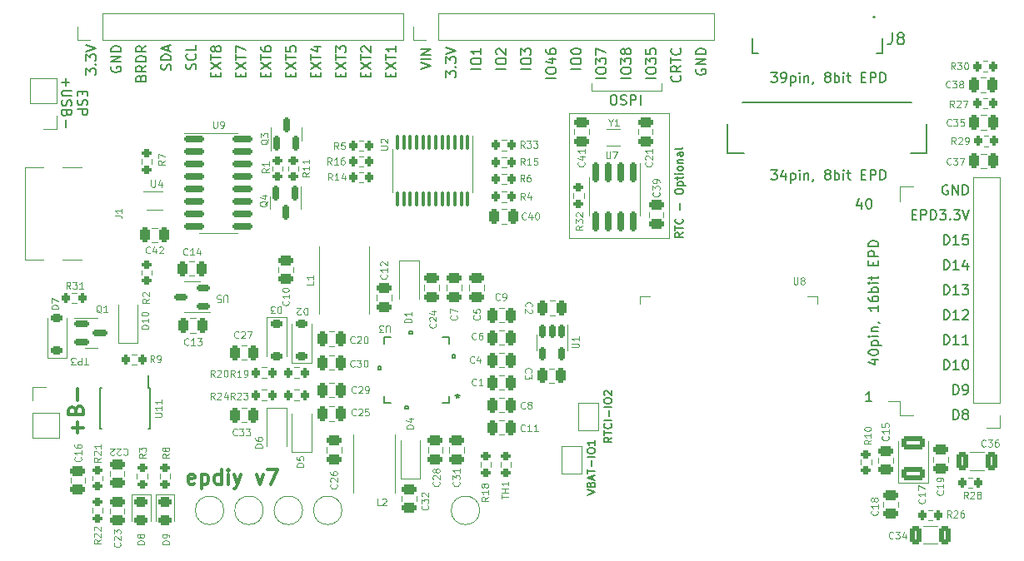
<source format=gto>
%TF.GenerationSoftware,KiCad,Pcbnew,7.0.5-4d25ed1034~172~ubuntu22.04.1*%
%TF.CreationDate,2023-07-07T08:06:09+02:00*%
%TF.ProjectId,epaper-breakout,65706170-6572-42d6-9272-65616b6f7574,rev?*%
%TF.SameCoordinates,Original*%
%TF.FileFunction,Legend,Top*%
%TF.FilePolarity,Positive*%
%FSLAX46Y46*%
G04 Gerber Fmt 4.6, Leading zero omitted, Abs format (unit mm)*
G04 Created by KiCad (PCBNEW 7.0.5-4d25ed1034~172~ubuntu22.04.1) date 2023-07-07 08:06:09*
%MOMM*%
%LPD*%
G01*
G04 APERTURE LIST*
G04 Aperture macros list*
%AMRoundRect*
0 Rectangle with rounded corners*
0 $1 Rounding radius*
0 $2 $3 $4 $5 $6 $7 $8 $9 X,Y pos of 4 corners*
0 Add a 4 corners polygon primitive as box body*
4,1,4,$2,$3,$4,$5,$6,$7,$8,$9,$2,$3,0*
0 Add four circle primitives for the rounded corners*
1,1,$1+$1,$2,$3*
1,1,$1+$1,$4,$5*
1,1,$1+$1,$6,$7*
1,1,$1+$1,$8,$9*
0 Add four rect primitives between the rounded corners*
20,1,$1+$1,$2,$3,$4,$5,0*
20,1,$1+$1,$4,$5,$6,$7,0*
20,1,$1+$1,$6,$7,$8,$9,0*
20,1,$1+$1,$8,$9,$2,$3,0*%
G04 Aperture macros list end*
%ADD10C,0.120000*%
%ADD11C,0.300000*%
%ADD12C,0.200000*%
%ADD13C,0.150000*%
%ADD14C,0.140000*%
%ADD15C,0.152400*%
%ADD16C,0.127000*%
%ADD17RoundRect,0.200000X-0.200000X-0.275000X0.200000X-0.275000X0.200000X0.275000X-0.200000X0.275000X0*%
%ADD18C,2.200000*%
%ADD19RoundRect,0.150000X0.150000X-0.587500X0.150000X0.587500X-0.150000X0.587500X-0.150000X-0.587500X0*%
%ADD20RoundRect,0.200000X-0.275000X0.200000X-0.275000X-0.200000X0.275000X-0.200000X0.275000X0.200000X0*%
%ADD21RoundRect,0.200000X0.275000X-0.200000X0.275000X0.200000X-0.275000X0.200000X-0.275000X-0.200000X0*%
%ADD22RoundRect,0.150000X-0.150000X0.587500X-0.150000X-0.587500X0.150000X-0.587500X0.150000X0.587500X0*%
%ADD23RoundRect,0.250000X0.250000X0.475000X-0.250000X0.475000X-0.250000X-0.475000X0.250000X-0.475000X0*%
%ADD24RoundRect,0.250000X-0.475000X0.250000X-0.475000X-0.250000X0.475000X-0.250000X0.475000X0.250000X0*%
%ADD25RoundRect,0.243750X-0.456250X0.243750X-0.456250X-0.243750X0.456250X-0.243750X0.456250X0.243750X0*%
%ADD26RoundRect,0.250000X0.475000X-0.250000X0.475000X0.250000X-0.475000X0.250000X-0.475000X-0.250000X0*%
%ADD27RoundRect,0.249999X0.325001X0.650001X-0.325001X0.650001X-0.325001X-0.650001X0.325001X-0.650001X0*%
%ADD28RoundRect,0.250000X-0.250000X-0.475000X0.250000X-0.475000X0.250000X0.475000X-0.250000X0.475000X0*%
%ADD29RoundRect,0.249999X-0.325001X-0.650001X0.325001X-0.650001X0.325001X0.650001X-0.325001X0.650001X0*%
%ADD30RoundRect,0.200000X0.200000X0.275000X-0.200000X0.275000X-0.200000X-0.275000X0.200000X-0.275000X0*%
%ADD31RoundRect,0.100000X-0.100000X0.637500X-0.100000X-0.637500X0.100000X-0.637500X0.100000X0.637500X0*%
%ADD32RoundRect,0.249997X0.925003X-0.412503X0.925003X0.412503X-0.925003X0.412503X-0.925003X-0.412503X0*%
%ADD33R,3.900000X2.200000*%
%ADD34R,4.200000X2.400000*%
%ADD35R,0.850000X0.200000*%
%ADD36R,0.200000X0.850000*%
%ADD37C,0.508000*%
%ADD38R,4.399999X4.399999*%
%ADD39R,1.200000X0.900000*%
%ADD40RoundRect,0.225000X-0.375000X0.225000X-0.375000X-0.225000X0.375000X-0.225000X0.375000X0.225000X0*%
%ADD41RoundRect,0.225000X0.375000X-0.225000X0.375000X0.225000X-0.375000X0.225000X-0.375000X-0.225000X0*%
%ADD42C,2.500000*%
%ADD43R,0.650000X1.500000*%
%ADD44R,3.600000X2.700000*%
%ADD45R,1.700000X1.700000*%
%ADD46O,1.700000X1.700000*%
%ADD47RoundRect,0.150000X0.512500X0.150000X-0.512500X0.150000X-0.512500X-0.150000X0.512500X-0.150000X0*%
%ADD48R,0.500000X0.375000*%
%ADD49R,0.650000X0.300000*%
%ADD50R,1.300000X0.300000*%
%ADD51R,2.200000X1.800000*%
%ADD52RoundRect,0.150000X-0.587500X-0.150000X0.587500X-0.150000X0.587500X0.150000X-0.587500X0.150000X0*%
%ADD53R,1.500000X1.000000*%
%ADD54RoundRect,0.150000X-0.150000X0.825000X-0.150000X-0.825000X0.150000X-0.825000X0.150000X0.825000X0*%
%ADD55R,0.300000X0.800000*%
%ADD56R,0.300000X1.000000*%
%ADD57R,0.400000X0.950000*%
%ADD58RoundRect,0.150000X-0.150000X0.512500X-0.150000X-0.512500X0.150000X-0.512500X0.150000X0.512500X0*%
%ADD59R,0.254000X0.812800*%
%ADD60R,1.524000X1.701800*%
%ADD61R,1.500000X0.900000*%
%ADD62R,0.900000X1.500000*%
%ADD63R,0.900000X0.900000*%
%ADD64RoundRect,0.150000X-0.825000X-0.150000X0.825000X-0.150000X0.825000X0.150000X-0.825000X0.150000X0*%
%ADD65C,0.650000*%
%ADD66R,1.450000X0.600000*%
%ADD67R,1.450000X0.300000*%
%ADD68O,2.100000X1.000000*%
%ADD69O,1.600000X1.000000*%
%ADD70R,1.000000X1.800000*%
G04 APERTURE END LIST*
D10*
X89916000Y-17780000D02*
X89916000Y-17018000D01*
X80518000Y-32766000D02*
X80518000Y-20066000D01*
X90170000Y-20066000D02*
X90678000Y-20066000D01*
X89662000Y-17780000D02*
X89916000Y-17780000D01*
X82804000Y-17780000D02*
X89662000Y-17780000D01*
X82804000Y-17018000D02*
X82804000Y-17780000D01*
X90678000Y-32766000D02*
X80518000Y-32766000D01*
X90678000Y-20066000D02*
X90678000Y-32766000D01*
X80518000Y-20066000D02*
X90170000Y-20066000D01*
D11*
X30606900Y-52650000D02*
X30606900Y-51507143D01*
X31178328Y-52078571D02*
X30035471Y-52078571D01*
X30392614Y-50292857D02*
X30464042Y-50078571D01*
X30464042Y-50078571D02*
X30535471Y-50007142D01*
X30535471Y-50007142D02*
X30678328Y-49935714D01*
X30678328Y-49935714D02*
X30892614Y-49935714D01*
X30892614Y-49935714D02*
X31035471Y-50007142D01*
X31035471Y-50007142D02*
X31106900Y-50078571D01*
X31106900Y-50078571D02*
X31178328Y-50221428D01*
X31178328Y-50221428D02*
X31178328Y-50792857D01*
X31178328Y-50792857D02*
X29678328Y-50792857D01*
X29678328Y-50792857D02*
X29678328Y-50292857D01*
X29678328Y-50292857D02*
X29749757Y-50150000D01*
X29749757Y-50150000D02*
X29821185Y-50078571D01*
X29821185Y-50078571D02*
X29964042Y-50007142D01*
X29964042Y-50007142D02*
X30106900Y-50007142D01*
X30106900Y-50007142D02*
X30249757Y-50078571D01*
X30249757Y-50078571D02*
X30321185Y-50150000D01*
X30321185Y-50150000D02*
X30392614Y-50292857D01*
X30392614Y-50292857D02*
X30392614Y-50792857D01*
X30606900Y-49292857D02*
X30606900Y-48150000D01*
D12*
X54792409Y-16418911D02*
X54792409Y-16085578D01*
X55316219Y-15942721D02*
X55316219Y-16418911D01*
X55316219Y-16418911D02*
X54316219Y-16418911D01*
X54316219Y-16418911D02*
X54316219Y-15942721D01*
X54316219Y-15609387D02*
X55316219Y-14942721D01*
X54316219Y-14942721D02*
X55316219Y-15609387D01*
X54316219Y-14704625D02*
X54316219Y-14133197D01*
X55316219Y-14418911D02*
X54316219Y-14418911D01*
X54649552Y-13371292D02*
X55316219Y-13371292D01*
X54268600Y-13609387D02*
X54982885Y-13847482D01*
X54982885Y-13847482D02*
X54982885Y-13228435D01*
X44632409Y-16418911D02*
X44632409Y-16085578D01*
X45156219Y-15942721D02*
X45156219Y-16418911D01*
X45156219Y-16418911D02*
X44156219Y-16418911D01*
X44156219Y-16418911D02*
X44156219Y-15942721D01*
X44156219Y-15609387D02*
X45156219Y-14942721D01*
X44156219Y-14942721D02*
X45156219Y-15609387D01*
X44156219Y-14704625D02*
X44156219Y-14133197D01*
X45156219Y-14418911D02*
X44156219Y-14418911D01*
X44584790Y-13657006D02*
X44537171Y-13752244D01*
X44537171Y-13752244D02*
X44489552Y-13799863D01*
X44489552Y-13799863D02*
X44394314Y-13847482D01*
X44394314Y-13847482D02*
X44346695Y-13847482D01*
X44346695Y-13847482D02*
X44251457Y-13799863D01*
X44251457Y-13799863D02*
X44203838Y-13752244D01*
X44203838Y-13752244D02*
X44156219Y-13657006D01*
X44156219Y-13657006D02*
X44156219Y-13466530D01*
X44156219Y-13466530D02*
X44203838Y-13371292D01*
X44203838Y-13371292D02*
X44251457Y-13323673D01*
X44251457Y-13323673D02*
X44346695Y-13276054D01*
X44346695Y-13276054D02*
X44394314Y-13276054D01*
X44394314Y-13276054D02*
X44489552Y-13323673D01*
X44489552Y-13323673D02*
X44537171Y-13371292D01*
X44537171Y-13371292D02*
X44584790Y-13466530D01*
X44584790Y-13466530D02*
X44584790Y-13657006D01*
X44584790Y-13657006D02*
X44632409Y-13752244D01*
X44632409Y-13752244D02*
X44680028Y-13799863D01*
X44680028Y-13799863D02*
X44775266Y-13847482D01*
X44775266Y-13847482D02*
X44965742Y-13847482D01*
X44965742Y-13847482D02*
X45060980Y-13799863D01*
X45060980Y-13799863D02*
X45108600Y-13752244D01*
X45108600Y-13752244D02*
X45156219Y-13657006D01*
X45156219Y-13657006D02*
X45156219Y-13466530D01*
X45156219Y-13466530D02*
X45108600Y-13371292D01*
X45108600Y-13371292D02*
X45060980Y-13323673D01*
X45060980Y-13323673D02*
X44965742Y-13276054D01*
X44965742Y-13276054D02*
X44775266Y-13276054D01*
X44775266Y-13276054D02*
X44680028Y-13323673D01*
X44680028Y-13323673D02*
X44632409Y-13371292D01*
X44632409Y-13371292D02*
X44584790Y-13466530D01*
X65492219Y-15625291D02*
X66492219Y-15291958D01*
X66492219Y-15291958D02*
X65492219Y-14958625D01*
X66492219Y-14625291D02*
X65492219Y-14625291D01*
X66492219Y-14149101D02*
X65492219Y-14149101D01*
X65492219Y-14149101D02*
X66492219Y-13577673D01*
X66492219Y-13577673D02*
X65492219Y-13577673D01*
D13*
X82352295Y-58934873D02*
X83152295Y-58668206D01*
X83152295Y-58668206D02*
X82352295Y-58401540D01*
X82733247Y-57868207D02*
X82771342Y-57753921D01*
X82771342Y-57753921D02*
X82809438Y-57715826D01*
X82809438Y-57715826D02*
X82885628Y-57677730D01*
X82885628Y-57677730D02*
X82999914Y-57677730D01*
X82999914Y-57677730D02*
X83076104Y-57715826D01*
X83076104Y-57715826D02*
X83114200Y-57753921D01*
X83114200Y-57753921D02*
X83152295Y-57830111D01*
X83152295Y-57830111D02*
X83152295Y-58134873D01*
X83152295Y-58134873D02*
X82352295Y-58134873D01*
X82352295Y-58134873D02*
X82352295Y-57868207D01*
X82352295Y-57868207D02*
X82390390Y-57792016D01*
X82390390Y-57792016D02*
X82428485Y-57753921D01*
X82428485Y-57753921D02*
X82504676Y-57715826D01*
X82504676Y-57715826D02*
X82580866Y-57715826D01*
X82580866Y-57715826D02*
X82657057Y-57753921D01*
X82657057Y-57753921D02*
X82695152Y-57792016D01*
X82695152Y-57792016D02*
X82733247Y-57868207D01*
X82733247Y-57868207D02*
X82733247Y-58134873D01*
X82923723Y-57372969D02*
X82923723Y-56992016D01*
X83152295Y-57449159D02*
X82352295Y-57182492D01*
X82352295Y-57182492D02*
X83152295Y-56915826D01*
X82352295Y-56763445D02*
X82352295Y-56306302D01*
X83152295Y-56534874D02*
X82352295Y-56534874D01*
X82847533Y-56039635D02*
X82847533Y-55430112D01*
X83152295Y-55049159D02*
X82352295Y-55049159D01*
X82352295Y-54515826D02*
X82352295Y-54363445D01*
X82352295Y-54363445D02*
X82390390Y-54287255D01*
X82390390Y-54287255D02*
X82466580Y-54211064D01*
X82466580Y-54211064D02*
X82618961Y-54172969D01*
X82618961Y-54172969D02*
X82885628Y-54172969D01*
X82885628Y-54172969D02*
X83038009Y-54211064D01*
X83038009Y-54211064D02*
X83114200Y-54287255D01*
X83114200Y-54287255D02*
X83152295Y-54363445D01*
X83152295Y-54363445D02*
X83152295Y-54515826D01*
X83152295Y-54515826D02*
X83114200Y-54592017D01*
X83114200Y-54592017D02*
X83038009Y-54668207D01*
X83038009Y-54668207D02*
X82885628Y-54706303D01*
X82885628Y-54706303D02*
X82618961Y-54706303D01*
X82618961Y-54706303D02*
X82466580Y-54668207D01*
X82466580Y-54668207D02*
X82390390Y-54592017D01*
X82390390Y-54592017D02*
X82352295Y-54515826D01*
X83152295Y-53411065D02*
X83152295Y-53868208D01*
X83152295Y-53639636D02*
X82352295Y-53639636D01*
X82352295Y-53639636D02*
X82466580Y-53715827D01*
X82466580Y-53715827D02*
X82542771Y-53792017D01*
X82542771Y-53792017D02*
X82580866Y-53868208D01*
D12*
X42568600Y-15657006D02*
X42616219Y-15514149D01*
X42616219Y-15514149D02*
X42616219Y-15276054D01*
X42616219Y-15276054D02*
X42568600Y-15180816D01*
X42568600Y-15180816D02*
X42520980Y-15133197D01*
X42520980Y-15133197D02*
X42425742Y-15085578D01*
X42425742Y-15085578D02*
X42330504Y-15085578D01*
X42330504Y-15085578D02*
X42235266Y-15133197D01*
X42235266Y-15133197D02*
X42187647Y-15180816D01*
X42187647Y-15180816D02*
X42140028Y-15276054D01*
X42140028Y-15276054D02*
X42092409Y-15466530D01*
X42092409Y-15466530D02*
X42044790Y-15561768D01*
X42044790Y-15561768D02*
X41997171Y-15609387D01*
X41997171Y-15609387D02*
X41901933Y-15657006D01*
X41901933Y-15657006D02*
X41806695Y-15657006D01*
X41806695Y-15657006D02*
X41711457Y-15609387D01*
X41711457Y-15609387D02*
X41663838Y-15561768D01*
X41663838Y-15561768D02*
X41616219Y-15466530D01*
X41616219Y-15466530D02*
X41616219Y-15228435D01*
X41616219Y-15228435D02*
X41663838Y-15085578D01*
X42520980Y-14085578D02*
X42568600Y-14133197D01*
X42568600Y-14133197D02*
X42616219Y-14276054D01*
X42616219Y-14276054D02*
X42616219Y-14371292D01*
X42616219Y-14371292D02*
X42568600Y-14514149D01*
X42568600Y-14514149D02*
X42473361Y-14609387D01*
X42473361Y-14609387D02*
X42378123Y-14657006D01*
X42378123Y-14657006D02*
X42187647Y-14704625D01*
X42187647Y-14704625D02*
X42044790Y-14704625D01*
X42044790Y-14704625D02*
X41854314Y-14657006D01*
X41854314Y-14657006D02*
X41759076Y-14609387D01*
X41759076Y-14609387D02*
X41663838Y-14514149D01*
X41663838Y-14514149D02*
X41616219Y-14371292D01*
X41616219Y-14371292D02*
X41616219Y-14276054D01*
X41616219Y-14276054D02*
X41663838Y-14133197D01*
X41663838Y-14133197D02*
X41711457Y-14085578D01*
X42616219Y-13180816D02*
X42616219Y-13657006D01*
X42616219Y-13657006D02*
X41616219Y-13657006D01*
X57332409Y-16418911D02*
X57332409Y-16085578D01*
X57856219Y-15942721D02*
X57856219Y-16418911D01*
X57856219Y-16418911D02*
X56856219Y-16418911D01*
X56856219Y-16418911D02*
X56856219Y-15942721D01*
X56856219Y-15609387D02*
X57856219Y-14942721D01*
X56856219Y-14942721D02*
X57856219Y-15609387D01*
X56856219Y-14704625D02*
X56856219Y-14133197D01*
X57856219Y-14418911D02*
X56856219Y-14418911D01*
X56856219Y-13895101D02*
X56856219Y-13276054D01*
X56856219Y-13276054D02*
X57237171Y-13609387D01*
X57237171Y-13609387D02*
X57237171Y-13466530D01*
X57237171Y-13466530D02*
X57284790Y-13371292D01*
X57284790Y-13371292D02*
X57332409Y-13323673D01*
X57332409Y-13323673D02*
X57427647Y-13276054D01*
X57427647Y-13276054D02*
X57665742Y-13276054D01*
X57665742Y-13276054D02*
X57760980Y-13323673D01*
X57760980Y-13323673D02*
X57808600Y-13371292D01*
X57808600Y-13371292D02*
X57856219Y-13466530D01*
X57856219Y-13466530D02*
X57856219Y-13752244D01*
X57856219Y-13752244D02*
X57808600Y-13847482D01*
X57808600Y-13847482D02*
X57760980Y-13895101D01*
X79192219Y-16530053D02*
X78192219Y-16530053D01*
X78192219Y-15863387D02*
X78192219Y-15672911D01*
X78192219Y-15672911D02*
X78239838Y-15577673D01*
X78239838Y-15577673D02*
X78335076Y-15482435D01*
X78335076Y-15482435D02*
X78525552Y-15434816D01*
X78525552Y-15434816D02*
X78858885Y-15434816D01*
X78858885Y-15434816D02*
X79049361Y-15482435D01*
X79049361Y-15482435D02*
X79144600Y-15577673D01*
X79144600Y-15577673D02*
X79192219Y-15672911D01*
X79192219Y-15672911D02*
X79192219Y-15863387D01*
X79192219Y-15863387D02*
X79144600Y-15958625D01*
X79144600Y-15958625D02*
X79049361Y-16053863D01*
X79049361Y-16053863D02*
X78858885Y-16101482D01*
X78858885Y-16101482D02*
X78525552Y-16101482D01*
X78525552Y-16101482D02*
X78335076Y-16053863D01*
X78335076Y-16053863D02*
X78239838Y-15958625D01*
X78239838Y-15958625D02*
X78192219Y-15863387D01*
X78525552Y-14577673D02*
X79192219Y-14577673D01*
X78144600Y-14815768D02*
X78858885Y-15053863D01*
X78858885Y-15053863D02*
X78858885Y-14434816D01*
X78192219Y-13625292D02*
X78192219Y-13815768D01*
X78192219Y-13815768D02*
X78239838Y-13911006D01*
X78239838Y-13911006D02*
X78287457Y-13958625D01*
X78287457Y-13958625D02*
X78430314Y-14053863D01*
X78430314Y-14053863D02*
X78620790Y-14101482D01*
X78620790Y-14101482D02*
X79001742Y-14101482D01*
X79001742Y-14101482D02*
X79096980Y-14053863D01*
X79096980Y-14053863D02*
X79144600Y-14006244D01*
X79144600Y-14006244D02*
X79192219Y-13911006D01*
X79192219Y-13911006D02*
X79192219Y-13720530D01*
X79192219Y-13720530D02*
X79144600Y-13625292D01*
X79144600Y-13625292D02*
X79096980Y-13577673D01*
X79096980Y-13577673D02*
X79001742Y-13530054D01*
X79001742Y-13530054D02*
X78763647Y-13530054D01*
X78763647Y-13530054D02*
X78668409Y-13577673D01*
X78668409Y-13577673D02*
X78620790Y-13625292D01*
X78620790Y-13625292D02*
X78573171Y-13720530D01*
X78573171Y-13720530D02*
X78573171Y-13911006D01*
X78573171Y-13911006D02*
X78620790Y-14006244D01*
X78620790Y-14006244D02*
X78668409Y-14053863D01*
X78668409Y-14053863D02*
X78763647Y-14101482D01*
X52252409Y-16418911D02*
X52252409Y-16085578D01*
X52776219Y-15942721D02*
X52776219Y-16418911D01*
X52776219Y-16418911D02*
X51776219Y-16418911D01*
X51776219Y-16418911D02*
X51776219Y-15942721D01*
X51776219Y-15609387D02*
X52776219Y-14942721D01*
X51776219Y-14942721D02*
X52776219Y-15609387D01*
X51776219Y-14704625D02*
X51776219Y-14133197D01*
X52776219Y-14418911D02*
X51776219Y-14418911D01*
X51776219Y-13323673D02*
X51776219Y-13799863D01*
X51776219Y-13799863D02*
X52252409Y-13847482D01*
X52252409Y-13847482D02*
X52204790Y-13799863D01*
X52204790Y-13799863D02*
X52157171Y-13704625D01*
X52157171Y-13704625D02*
X52157171Y-13466530D01*
X52157171Y-13466530D02*
X52204790Y-13371292D01*
X52204790Y-13371292D02*
X52252409Y-13323673D01*
X52252409Y-13323673D02*
X52347647Y-13276054D01*
X52347647Y-13276054D02*
X52585742Y-13276054D01*
X52585742Y-13276054D02*
X52680980Y-13323673D01*
X52680980Y-13323673D02*
X52728600Y-13371292D01*
X52728600Y-13371292D02*
X52776219Y-13466530D01*
X52776219Y-13466530D02*
X52776219Y-13704625D01*
X52776219Y-13704625D02*
X52728600Y-13799863D01*
X52728600Y-13799863D02*
X52680980Y-13847482D01*
X31102590Y-17859524D02*
X31102590Y-18192857D01*
X30578780Y-18335714D02*
X30578780Y-17859524D01*
X30578780Y-17859524D02*
X31578780Y-17859524D01*
X31578780Y-17859524D02*
X31578780Y-18335714D01*
X30626400Y-18716667D02*
X30578780Y-18859524D01*
X30578780Y-18859524D02*
X30578780Y-19097619D01*
X30578780Y-19097619D02*
X30626400Y-19192857D01*
X30626400Y-19192857D02*
X30674019Y-19240476D01*
X30674019Y-19240476D02*
X30769257Y-19288095D01*
X30769257Y-19288095D02*
X30864495Y-19288095D01*
X30864495Y-19288095D02*
X30959733Y-19240476D01*
X30959733Y-19240476D02*
X31007352Y-19192857D01*
X31007352Y-19192857D02*
X31054971Y-19097619D01*
X31054971Y-19097619D02*
X31102590Y-18907143D01*
X31102590Y-18907143D02*
X31150209Y-18811905D01*
X31150209Y-18811905D02*
X31197828Y-18764286D01*
X31197828Y-18764286D02*
X31293066Y-18716667D01*
X31293066Y-18716667D02*
X31388304Y-18716667D01*
X31388304Y-18716667D02*
X31483542Y-18764286D01*
X31483542Y-18764286D02*
X31531161Y-18811905D01*
X31531161Y-18811905D02*
X31578780Y-18907143D01*
X31578780Y-18907143D02*
X31578780Y-19145238D01*
X31578780Y-19145238D02*
X31531161Y-19288095D01*
X30578780Y-19716667D02*
X31578780Y-19716667D01*
X31578780Y-19716667D02*
X31578780Y-20097619D01*
X31578780Y-20097619D02*
X31531161Y-20192857D01*
X31531161Y-20192857D02*
X31483542Y-20240476D01*
X31483542Y-20240476D02*
X31388304Y-20288095D01*
X31388304Y-20288095D02*
X31245447Y-20288095D01*
X31245447Y-20288095D02*
X31150209Y-20240476D01*
X31150209Y-20240476D02*
X31102590Y-20192857D01*
X31102590Y-20192857D02*
X31054971Y-20097619D01*
X31054971Y-20097619D02*
X31054971Y-19716667D01*
X29349733Y-16550000D02*
X29349733Y-17311905D01*
X28968780Y-16930952D02*
X29730685Y-16930952D01*
X29968780Y-17788095D02*
X29159257Y-17788095D01*
X29159257Y-17788095D02*
X29064019Y-17835714D01*
X29064019Y-17835714D02*
X29016400Y-17883333D01*
X29016400Y-17883333D02*
X28968780Y-17978571D01*
X28968780Y-17978571D02*
X28968780Y-18169047D01*
X28968780Y-18169047D02*
X29016400Y-18264285D01*
X29016400Y-18264285D02*
X29064019Y-18311904D01*
X29064019Y-18311904D02*
X29159257Y-18359523D01*
X29159257Y-18359523D02*
X29968780Y-18359523D01*
X29016400Y-18788095D02*
X28968780Y-18930952D01*
X28968780Y-18930952D02*
X28968780Y-19169047D01*
X28968780Y-19169047D02*
X29016400Y-19264285D01*
X29016400Y-19264285D02*
X29064019Y-19311904D01*
X29064019Y-19311904D02*
X29159257Y-19359523D01*
X29159257Y-19359523D02*
X29254495Y-19359523D01*
X29254495Y-19359523D02*
X29349733Y-19311904D01*
X29349733Y-19311904D02*
X29397352Y-19264285D01*
X29397352Y-19264285D02*
X29444971Y-19169047D01*
X29444971Y-19169047D02*
X29492590Y-18978571D01*
X29492590Y-18978571D02*
X29540209Y-18883333D01*
X29540209Y-18883333D02*
X29587828Y-18835714D01*
X29587828Y-18835714D02*
X29683066Y-18788095D01*
X29683066Y-18788095D02*
X29778304Y-18788095D01*
X29778304Y-18788095D02*
X29873542Y-18835714D01*
X29873542Y-18835714D02*
X29921161Y-18883333D01*
X29921161Y-18883333D02*
X29968780Y-18978571D01*
X29968780Y-18978571D02*
X29968780Y-19216666D01*
X29968780Y-19216666D02*
X29921161Y-19359523D01*
X29492590Y-20121428D02*
X29444971Y-20264285D01*
X29444971Y-20264285D02*
X29397352Y-20311904D01*
X29397352Y-20311904D02*
X29302114Y-20359523D01*
X29302114Y-20359523D02*
X29159257Y-20359523D01*
X29159257Y-20359523D02*
X29064019Y-20311904D01*
X29064019Y-20311904D02*
X29016400Y-20264285D01*
X29016400Y-20264285D02*
X28968780Y-20169047D01*
X28968780Y-20169047D02*
X28968780Y-19788095D01*
X28968780Y-19788095D02*
X29968780Y-19788095D01*
X29968780Y-19788095D02*
X29968780Y-20121428D01*
X29968780Y-20121428D02*
X29921161Y-20216666D01*
X29921161Y-20216666D02*
X29873542Y-20264285D01*
X29873542Y-20264285D02*
X29778304Y-20311904D01*
X29778304Y-20311904D02*
X29683066Y-20311904D01*
X29683066Y-20311904D02*
X29587828Y-20264285D01*
X29587828Y-20264285D02*
X29540209Y-20216666D01*
X29540209Y-20216666D02*
X29492590Y-20121428D01*
X29492590Y-20121428D02*
X29492590Y-19788095D01*
X29349733Y-20788095D02*
X29349733Y-21550000D01*
X47172409Y-16418911D02*
X47172409Y-16085578D01*
X47696219Y-15942721D02*
X47696219Y-16418911D01*
X47696219Y-16418911D02*
X46696219Y-16418911D01*
X46696219Y-16418911D02*
X46696219Y-15942721D01*
X46696219Y-15609387D02*
X47696219Y-14942721D01*
X46696219Y-14942721D02*
X47696219Y-15609387D01*
X46696219Y-14704625D02*
X46696219Y-14133197D01*
X47696219Y-14418911D02*
X46696219Y-14418911D01*
X46696219Y-13895101D02*
X46696219Y-13228435D01*
X46696219Y-13228435D02*
X47696219Y-13657006D01*
X118613755Y-33472219D02*
X118613755Y-32472219D01*
X118613755Y-32472219D02*
X118851850Y-32472219D01*
X118851850Y-32472219D02*
X118994707Y-32519838D01*
X118994707Y-32519838D02*
X119089945Y-32615076D01*
X119089945Y-32615076D02*
X119137564Y-32710314D01*
X119137564Y-32710314D02*
X119185183Y-32900790D01*
X119185183Y-32900790D02*
X119185183Y-33043647D01*
X119185183Y-33043647D02*
X119137564Y-33234123D01*
X119137564Y-33234123D02*
X119089945Y-33329361D01*
X119089945Y-33329361D02*
X118994707Y-33424600D01*
X118994707Y-33424600D02*
X118851850Y-33472219D01*
X118851850Y-33472219D02*
X118613755Y-33472219D01*
X120137564Y-33472219D02*
X119566136Y-33472219D01*
X119851850Y-33472219D02*
X119851850Y-32472219D01*
X119851850Y-32472219D02*
X119756612Y-32615076D01*
X119756612Y-32615076D02*
X119661374Y-32710314D01*
X119661374Y-32710314D02*
X119566136Y-32757933D01*
X121042326Y-32472219D02*
X120566136Y-32472219D01*
X120566136Y-32472219D02*
X120518517Y-32948409D01*
X120518517Y-32948409D02*
X120566136Y-32900790D01*
X120566136Y-32900790D02*
X120661374Y-32853171D01*
X120661374Y-32853171D02*
X120899469Y-32853171D01*
X120899469Y-32853171D02*
X120994707Y-32900790D01*
X120994707Y-32900790D02*
X121042326Y-32948409D01*
X121042326Y-32948409D02*
X121089945Y-33043647D01*
X121089945Y-33043647D02*
X121089945Y-33281742D01*
X121089945Y-33281742D02*
X121042326Y-33376980D01*
X121042326Y-33376980D02*
X120994707Y-33424600D01*
X120994707Y-33424600D02*
X120899469Y-33472219D01*
X120899469Y-33472219D02*
X120661374Y-33472219D01*
X120661374Y-33472219D02*
X120566136Y-33424600D01*
X120566136Y-33424600D02*
X120518517Y-33376980D01*
X71572219Y-15577672D02*
X70572219Y-15577672D01*
X70572219Y-14911006D02*
X70572219Y-14720530D01*
X70572219Y-14720530D02*
X70619838Y-14625292D01*
X70619838Y-14625292D02*
X70715076Y-14530054D01*
X70715076Y-14530054D02*
X70905552Y-14482435D01*
X70905552Y-14482435D02*
X71238885Y-14482435D01*
X71238885Y-14482435D02*
X71429361Y-14530054D01*
X71429361Y-14530054D02*
X71524600Y-14625292D01*
X71524600Y-14625292D02*
X71572219Y-14720530D01*
X71572219Y-14720530D02*
X71572219Y-14911006D01*
X71572219Y-14911006D02*
X71524600Y-15006244D01*
X71524600Y-15006244D02*
X71429361Y-15101482D01*
X71429361Y-15101482D02*
X71238885Y-15149101D01*
X71238885Y-15149101D02*
X70905552Y-15149101D01*
X70905552Y-15149101D02*
X70715076Y-15101482D01*
X70715076Y-15101482D02*
X70619838Y-15006244D01*
X70619838Y-15006244D02*
X70572219Y-14911006D01*
X71572219Y-13530054D02*
X71572219Y-14101482D01*
X71572219Y-13815768D02*
X70572219Y-13815768D01*
X70572219Y-13815768D02*
X70715076Y-13911006D01*
X70715076Y-13911006D02*
X70810314Y-14006244D01*
X70810314Y-14006244D02*
X70857933Y-14101482D01*
D14*
X111276390Y-49410339D02*
X110704962Y-49410339D01*
X110990676Y-49410339D02*
X110990676Y-48410339D01*
X110990676Y-48410339D02*
X110895438Y-48553196D01*
X110895438Y-48553196D02*
X110800200Y-48648434D01*
X110800200Y-48648434D02*
X110704962Y-48696053D01*
D12*
X111291552Y-45183292D02*
X111958219Y-45183292D01*
X110910600Y-45421387D02*
X111624885Y-45659482D01*
X111624885Y-45659482D02*
X111624885Y-45040435D01*
X110958219Y-44469006D02*
X110958219Y-44373768D01*
X110958219Y-44373768D02*
X111005838Y-44278530D01*
X111005838Y-44278530D02*
X111053457Y-44230911D01*
X111053457Y-44230911D02*
X111148695Y-44183292D01*
X111148695Y-44183292D02*
X111339171Y-44135673D01*
X111339171Y-44135673D02*
X111577266Y-44135673D01*
X111577266Y-44135673D02*
X111767742Y-44183292D01*
X111767742Y-44183292D02*
X111862980Y-44230911D01*
X111862980Y-44230911D02*
X111910600Y-44278530D01*
X111910600Y-44278530D02*
X111958219Y-44373768D01*
X111958219Y-44373768D02*
X111958219Y-44469006D01*
X111958219Y-44469006D02*
X111910600Y-44564244D01*
X111910600Y-44564244D02*
X111862980Y-44611863D01*
X111862980Y-44611863D02*
X111767742Y-44659482D01*
X111767742Y-44659482D02*
X111577266Y-44707101D01*
X111577266Y-44707101D02*
X111339171Y-44707101D01*
X111339171Y-44707101D02*
X111148695Y-44659482D01*
X111148695Y-44659482D02*
X111053457Y-44611863D01*
X111053457Y-44611863D02*
X111005838Y-44564244D01*
X111005838Y-44564244D02*
X110958219Y-44469006D01*
X111291552Y-43707101D02*
X112291552Y-43707101D01*
X111339171Y-43707101D02*
X111291552Y-43611863D01*
X111291552Y-43611863D02*
X111291552Y-43421387D01*
X111291552Y-43421387D02*
X111339171Y-43326149D01*
X111339171Y-43326149D02*
X111386790Y-43278530D01*
X111386790Y-43278530D02*
X111482028Y-43230911D01*
X111482028Y-43230911D02*
X111767742Y-43230911D01*
X111767742Y-43230911D02*
X111862980Y-43278530D01*
X111862980Y-43278530D02*
X111910600Y-43326149D01*
X111910600Y-43326149D02*
X111958219Y-43421387D01*
X111958219Y-43421387D02*
X111958219Y-43611863D01*
X111958219Y-43611863D02*
X111910600Y-43707101D01*
X111958219Y-42802339D02*
X111291552Y-42802339D01*
X110958219Y-42802339D02*
X111005838Y-42849958D01*
X111005838Y-42849958D02*
X111053457Y-42802339D01*
X111053457Y-42802339D02*
X111005838Y-42754720D01*
X111005838Y-42754720D02*
X110958219Y-42802339D01*
X110958219Y-42802339D02*
X111053457Y-42802339D01*
X111291552Y-42326149D02*
X111958219Y-42326149D01*
X111386790Y-42326149D02*
X111339171Y-42278530D01*
X111339171Y-42278530D02*
X111291552Y-42183292D01*
X111291552Y-42183292D02*
X111291552Y-42040435D01*
X111291552Y-42040435D02*
X111339171Y-41945197D01*
X111339171Y-41945197D02*
X111434409Y-41897578D01*
X111434409Y-41897578D02*
X111958219Y-41897578D01*
X111910600Y-41373768D02*
X111958219Y-41373768D01*
X111958219Y-41373768D02*
X112053457Y-41421387D01*
X112053457Y-41421387D02*
X112101076Y-41469006D01*
X111958219Y-39659483D02*
X111958219Y-40230911D01*
X111958219Y-39945197D02*
X110958219Y-39945197D01*
X110958219Y-39945197D02*
X111101076Y-40040435D01*
X111101076Y-40040435D02*
X111196314Y-40135673D01*
X111196314Y-40135673D02*
X111243933Y-40230911D01*
X110958219Y-38802340D02*
X110958219Y-38992816D01*
X110958219Y-38992816D02*
X111005838Y-39088054D01*
X111005838Y-39088054D02*
X111053457Y-39135673D01*
X111053457Y-39135673D02*
X111196314Y-39230911D01*
X111196314Y-39230911D02*
X111386790Y-39278530D01*
X111386790Y-39278530D02*
X111767742Y-39278530D01*
X111767742Y-39278530D02*
X111862980Y-39230911D01*
X111862980Y-39230911D02*
X111910600Y-39183292D01*
X111910600Y-39183292D02*
X111958219Y-39088054D01*
X111958219Y-39088054D02*
X111958219Y-38897578D01*
X111958219Y-38897578D02*
X111910600Y-38802340D01*
X111910600Y-38802340D02*
X111862980Y-38754721D01*
X111862980Y-38754721D02*
X111767742Y-38707102D01*
X111767742Y-38707102D02*
X111529647Y-38707102D01*
X111529647Y-38707102D02*
X111434409Y-38754721D01*
X111434409Y-38754721D02*
X111386790Y-38802340D01*
X111386790Y-38802340D02*
X111339171Y-38897578D01*
X111339171Y-38897578D02*
X111339171Y-39088054D01*
X111339171Y-39088054D02*
X111386790Y-39183292D01*
X111386790Y-39183292D02*
X111434409Y-39230911D01*
X111434409Y-39230911D02*
X111529647Y-39278530D01*
X111958219Y-38278530D02*
X110958219Y-38278530D01*
X111339171Y-38278530D02*
X111291552Y-38183292D01*
X111291552Y-38183292D02*
X111291552Y-37992816D01*
X111291552Y-37992816D02*
X111339171Y-37897578D01*
X111339171Y-37897578D02*
X111386790Y-37849959D01*
X111386790Y-37849959D02*
X111482028Y-37802340D01*
X111482028Y-37802340D02*
X111767742Y-37802340D01*
X111767742Y-37802340D02*
X111862980Y-37849959D01*
X111862980Y-37849959D02*
X111910600Y-37897578D01*
X111910600Y-37897578D02*
X111958219Y-37992816D01*
X111958219Y-37992816D02*
X111958219Y-38183292D01*
X111958219Y-38183292D02*
X111910600Y-38278530D01*
X111958219Y-37373768D02*
X111291552Y-37373768D01*
X110958219Y-37373768D02*
X111005838Y-37421387D01*
X111005838Y-37421387D02*
X111053457Y-37373768D01*
X111053457Y-37373768D02*
X111005838Y-37326149D01*
X111005838Y-37326149D02*
X110958219Y-37373768D01*
X110958219Y-37373768D02*
X111053457Y-37373768D01*
X111291552Y-37040435D02*
X111291552Y-36659483D01*
X110958219Y-36897578D02*
X111815361Y-36897578D01*
X111815361Y-36897578D02*
X111910600Y-36849959D01*
X111910600Y-36849959D02*
X111958219Y-36754721D01*
X111958219Y-36754721D02*
X111958219Y-36659483D01*
X111434409Y-35564244D02*
X111434409Y-35230911D01*
X111958219Y-35088054D02*
X111958219Y-35564244D01*
X111958219Y-35564244D02*
X110958219Y-35564244D01*
X110958219Y-35564244D02*
X110958219Y-35088054D01*
X111958219Y-34659482D02*
X110958219Y-34659482D01*
X110958219Y-34659482D02*
X110958219Y-34278530D01*
X110958219Y-34278530D02*
X111005838Y-34183292D01*
X111005838Y-34183292D02*
X111053457Y-34135673D01*
X111053457Y-34135673D02*
X111148695Y-34088054D01*
X111148695Y-34088054D02*
X111291552Y-34088054D01*
X111291552Y-34088054D02*
X111386790Y-34135673D01*
X111386790Y-34135673D02*
X111434409Y-34183292D01*
X111434409Y-34183292D02*
X111482028Y-34278530D01*
X111482028Y-34278530D02*
X111482028Y-34659482D01*
X111958219Y-33659482D02*
X110958219Y-33659482D01*
X110958219Y-33659482D02*
X110958219Y-33421387D01*
X110958219Y-33421387D02*
X111005838Y-33278530D01*
X111005838Y-33278530D02*
X111101076Y-33183292D01*
X111101076Y-33183292D02*
X111196314Y-33135673D01*
X111196314Y-33135673D02*
X111386790Y-33088054D01*
X111386790Y-33088054D02*
X111529647Y-33088054D01*
X111529647Y-33088054D02*
X111720123Y-33135673D01*
X111720123Y-33135673D02*
X111815361Y-33183292D01*
X111815361Y-33183292D02*
X111910600Y-33278530D01*
X111910600Y-33278530D02*
X111958219Y-33421387D01*
X111958219Y-33421387D02*
X111958219Y-33659482D01*
D13*
X84862295Y-53082968D02*
X84481342Y-53349635D01*
X84862295Y-53540111D02*
X84062295Y-53540111D01*
X84062295Y-53540111D02*
X84062295Y-53235349D01*
X84062295Y-53235349D02*
X84100390Y-53159159D01*
X84100390Y-53159159D02*
X84138485Y-53121064D01*
X84138485Y-53121064D02*
X84214676Y-53082968D01*
X84214676Y-53082968D02*
X84328961Y-53082968D01*
X84328961Y-53082968D02*
X84405152Y-53121064D01*
X84405152Y-53121064D02*
X84443247Y-53159159D01*
X84443247Y-53159159D02*
X84481342Y-53235349D01*
X84481342Y-53235349D02*
X84481342Y-53540111D01*
X84062295Y-52854397D02*
X84062295Y-52397254D01*
X84862295Y-52625826D02*
X84062295Y-52625826D01*
X84786104Y-51673444D02*
X84824200Y-51711540D01*
X84824200Y-51711540D02*
X84862295Y-51825825D01*
X84862295Y-51825825D02*
X84862295Y-51902016D01*
X84862295Y-51902016D02*
X84824200Y-52016302D01*
X84824200Y-52016302D02*
X84748009Y-52092492D01*
X84748009Y-52092492D02*
X84671819Y-52130587D01*
X84671819Y-52130587D02*
X84519438Y-52168683D01*
X84519438Y-52168683D02*
X84405152Y-52168683D01*
X84405152Y-52168683D02*
X84252771Y-52130587D01*
X84252771Y-52130587D02*
X84176580Y-52092492D01*
X84176580Y-52092492D02*
X84100390Y-52016302D01*
X84100390Y-52016302D02*
X84062295Y-51902016D01*
X84062295Y-51902016D02*
X84062295Y-51825825D01*
X84062295Y-51825825D02*
X84100390Y-51711540D01*
X84100390Y-51711540D02*
X84138485Y-51673444D01*
X84862295Y-51330587D02*
X84062295Y-51330587D01*
X84557533Y-50949635D02*
X84557533Y-50340112D01*
X84862295Y-49959159D02*
X84062295Y-49959159D01*
X84062295Y-49425826D02*
X84062295Y-49273445D01*
X84062295Y-49273445D02*
X84100390Y-49197255D01*
X84100390Y-49197255D02*
X84176580Y-49121064D01*
X84176580Y-49121064D02*
X84328961Y-49082969D01*
X84328961Y-49082969D02*
X84595628Y-49082969D01*
X84595628Y-49082969D02*
X84748009Y-49121064D01*
X84748009Y-49121064D02*
X84824200Y-49197255D01*
X84824200Y-49197255D02*
X84862295Y-49273445D01*
X84862295Y-49273445D02*
X84862295Y-49425826D01*
X84862295Y-49425826D02*
X84824200Y-49502017D01*
X84824200Y-49502017D02*
X84748009Y-49578207D01*
X84748009Y-49578207D02*
X84595628Y-49616303D01*
X84595628Y-49616303D02*
X84328961Y-49616303D01*
X84328961Y-49616303D02*
X84176580Y-49578207D01*
X84176580Y-49578207D02*
X84100390Y-49502017D01*
X84100390Y-49502017D02*
X84062295Y-49425826D01*
X84138485Y-48778208D02*
X84100390Y-48740112D01*
X84100390Y-48740112D02*
X84062295Y-48663922D01*
X84062295Y-48663922D02*
X84062295Y-48473446D01*
X84062295Y-48473446D02*
X84100390Y-48397255D01*
X84100390Y-48397255D02*
X84138485Y-48359160D01*
X84138485Y-48359160D02*
X84214676Y-48321065D01*
X84214676Y-48321065D02*
X84290866Y-48321065D01*
X84290866Y-48321065D02*
X84405152Y-48359160D01*
X84405152Y-48359160D02*
X84862295Y-48816303D01*
X84862295Y-48816303D02*
X84862295Y-48321065D01*
D12*
X119566136Y-51252219D02*
X119566136Y-50252219D01*
X119566136Y-50252219D02*
X119804231Y-50252219D01*
X119804231Y-50252219D02*
X119947088Y-50299838D01*
X119947088Y-50299838D02*
X120042326Y-50395076D01*
X120042326Y-50395076D02*
X120089945Y-50490314D01*
X120089945Y-50490314D02*
X120137564Y-50680790D01*
X120137564Y-50680790D02*
X120137564Y-50823647D01*
X120137564Y-50823647D02*
X120089945Y-51014123D01*
X120089945Y-51014123D02*
X120042326Y-51109361D01*
X120042326Y-51109361D02*
X119947088Y-51204600D01*
X119947088Y-51204600D02*
X119804231Y-51252219D01*
X119804231Y-51252219D02*
X119566136Y-51252219D01*
X120708993Y-50680790D02*
X120613755Y-50633171D01*
X120613755Y-50633171D02*
X120566136Y-50585552D01*
X120566136Y-50585552D02*
X120518517Y-50490314D01*
X120518517Y-50490314D02*
X120518517Y-50442695D01*
X120518517Y-50442695D02*
X120566136Y-50347457D01*
X120566136Y-50347457D02*
X120613755Y-50299838D01*
X120613755Y-50299838D02*
X120708993Y-50252219D01*
X120708993Y-50252219D02*
X120899469Y-50252219D01*
X120899469Y-50252219D02*
X120994707Y-50299838D01*
X120994707Y-50299838D02*
X121042326Y-50347457D01*
X121042326Y-50347457D02*
X121089945Y-50442695D01*
X121089945Y-50442695D02*
X121089945Y-50490314D01*
X121089945Y-50490314D02*
X121042326Y-50585552D01*
X121042326Y-50585552D02*
X120994707Y-50633171D01*
X120994707Y-50633171D02*
X120899469Y-50680790D01*
X120899469Y-50680790D02*
X120708993Y-50680790D01*
X120708993Y-50680790D02*
X120613755Y-50728409D01*
X120613755Y-50728409D02*
X120566136Y-50776028D01*
X120566136Y-50776028D02*
X120518517Y-50871266D01*
X120518517Y-50871266D02*
X120518517Y-51061742D01*
X120518517Y-51061742D02*
X120566136Y-51156980D01*
X120566136Y-51156980D02*
X120613755Y-51204600D01*
X120613755Y-51204600D02*
X120708993Y-51252219D01*
X120708993Y-51252219D02*
X120899469Y-51252219D01*
X120899469Y-51252219D02*
X120994707Y-51204600D01*
X120994707Y-51204600D02*
X121042326Y-51156980D01*
X121042326Y-51156980D02*
X121089945Y-51061742D01*
X121089945Y-51061742D02*
X121089945Y-50871266D01*
X121089945Y-50871266D02*
X121042326Y-50776028D01*
X121042326Y-50776028D02*
X120994707Y-50728409D01*
X120994707Y-50728409D02*
X120899469Y-50680790D01*
X118994707Y-27439838D02*
X118899469Y-27392219D01*
X118899469Y-27392219D02*
X118756612Y-27392219D01*
X118756612Y-27392219D02*
X118613755Y-27439838D01*
X118613755Y-27439838D02*
X118518517Y-27535076D01*
X118518517Y-27535076D02*
X118470898Y-27630314D01*
X118470898Y-27630314D02*
X118423279Y-27820790D01*
X118423279Y-27820790D02*
X118423279Y-27963647D01*
X118423279Y-27963647D02*
X118470898Y-28154123D01*
X118470898Y-28154123D02*
X118518517Y-28249361D01*
X118518517Y-28249361D02*
X118613755Y-28344600D01*
X118613755Y-28344600D02*
X118756612Y-28392219D01*
X118756612Y-28392219D02*
X118851850Y-28392219D01*
X118851850Y-28392219D02*
X118994707Y-28344600D01*
X118994707Y-28344600D02*
X119042326Y-28296980D01*
X119042326Y-28296980D02*
X119042326Y-27963647D01*
X119042326Y-27963647D02*
X118851850Y-27963647D01*
X119470898Y-28392219D02*
X119470898Y-27392219D01*
X119470898Y-27392219D02*
X120042326Y-28392219D01*
X120042326Y-28392219D02*
X120042326Y-27392219D01*
X120518517Y-28392219D02*
X120518517Y-27392219D01*
X120518517Y-27392219D02*
X120756612Y-27392219D01*
X120756612Y-27392219D02*
X120899469Y-27439838D01*
X120899469Y-27439838D02*
X120994707Y-27535076D01*
X120994707Y-27535076D02*
X121042326Y-27630314D01*
X121042326Y-27630314D02*
X121089945Y-27820790D01*
X121089945Y-27820790D02*
X121089945Y-27963647D01*
X121089945Y-27963647D02*
X121042326Y-28154123D01*
X121042326Y-28154123D02*
X120994707Y-28249361D01*
X120994707Y-28249361D02*
X120899469Y-28344600D01*
X120899469Y-28344600D02*
X120756612Y-28392219D01*
X120756612Y-28392219D02*
X120518517Y-28392219D01*
X59872409Y-16418911D02*
X59872409Y-16085578D01*
X60396219Y-15942721D02*
X60396219Y-16418911D01*
X60396219Y-16418911D02*
X59396219Y-16418911D01*
X59396219Y-16418911D02*
X59396219Y-15942721D01*
X59396219Y-15609387D02*
X60396219Y-14942721D01*
X59396219Y-14942721D02*
X60396219Y-15609387D01*
X59396219Y-14704625D02*
X59396219Y-14133197D01*
X60396219Y-14418911D02*
X59396219Y-14418911D01*
X59491457Y-13847482D02*
X59443838Y-13799863D01*
X59443838Y-13799863D02*
X59396219Y-13704625D01*
X59396219Y-13704625D02*
X59396219Y-13466530D01*
X59396219Y-13466530D02*
X59443838Y-13371292D01*
X59443838Y-13371292D02*
X59491457Y-13323673D01*
X59491457Y-13323673D02*
X59586695Y-13276054D01*
X59586695Y-13276054D02*
X59681933Y-13276054D01*
X59681933Y-13276054D02*
X59824790Y-13323673D01*
X59824790Y-13323673D02*
X60396219Y-13895101D01*
X60396219Y-13895101D02*
X60396219Y-13276054D01*
D14*
X110228771Y-29143672D02*
X110228771Y-29810339D01*
X109990676Y-28762720D02*
X109752581Y-29477005D01*
X109752581Y-29477005D02*
X110371628Y-29477005D01*
X110943057Y-28810339D02*
X111038295Y-28810339D01*
X111038295Y-28810339D02*
X111133533Y-28857958D01*
X111133533Y-28857958D02*
X111181152Y-28905577D01*
X111181152Y-28905577D02*
X111228771Y-29000815D01*
X111228771Y-29000815D02*
X111276390Y-29191291D01*
X111276390Y-29191291D02*
X111276390Y-29429386D01*
X111276390Y-29429386D02*
X111228771Y-29619862D01*
X111228771Y-29619862D02*
X111181152Y-29715100D01*
X111181152Y-29715100D02*
X111133533Y-29762720D01*
X111133533Y-29762720D02*
X111038295Y-29810339D01*
X111038295Y-29810339D02*
X110943057Y-29810339D01*
X110943057Y-29810339D02*
X110847819Y-29762720D01*
X110847819Y-29762720D02*
X110800200Y-29715100D01*
X110800200Y-29715100D02*
X110752581Y-29619862D01*
X110752581Y-29619862D02*
X110704962Y-29429386D01*
X110704962Y-29429386D02*
X110704962Y-29191291D01*
X110704962Y-29191291D02*
X110752581Y-29000815D01*
X110752581Y-29000815D02*
X110800200Y-28905577D01*
X110800200Y-28905577D02*
X110847819Y-28857958D01*
X110847819Y-28857958D02*
X110943057Y-28810339D01*
D12*
X34043838Y-15371292D02*
X33996219Y-15466530D01*
X33996219Y-15466530D02*
X33996219Y-15609387D01*
X33996219Y-15609387D02*
X34043838Y-15752244D01*
X34043838Y-15752244D02*
X34139076Y-15847482D01*
X34139076Y-15847482D02*
X34234314Y-15895101D01*
X34234314Y-15895101D02*
X34424790Y-15942720D01*
X34424790Y-15942720D02*
X34567647Y-15942720D01*
X34567647Y-15942720D02*
X34758123Y-15895101D01*
X34758123Y-15895101D02*
X34853361Y-15847482D01*
X34853361Y-15847482D02*
X34948600Y-15752244D01*
X34948600Y-15752244D02*
X34996219Y-15609387D01*
X34996219Y-15609387D02*
X34996219Y-15514149D01*
X34996219Y-15514149D02*
X34948600Y-15371292D01*
X34948600Y-15371292D02*
X34900980Y-15323673D01*
X34900980Y-15323673D02*
X34567647Y-15323673D01*
X34567647Y-15323673D02*
X34567647Y-15514149D01*
X34996219Y-14895101D02*
X33996219Y-14895101D01*
X33996219Y-14895101D02*
X34996219Y-14323673D01*
X34996219Y-14323673D02*
X33996219Y-14323673D01*
X34996219Y-13847482D02*
X33996219Y-13847482D01*
X33996219Y-13847482D02*
X33996219Y-13609387D01*
X33996219Y-13609387D02*
X34043838Y-13466530D01*
X34043838Y-13466530D02*
X34139076Y-13371292D01*
X34139076Y-13371292D02*
X34234314Y-13323673D01*
X34234314Y-13323673D02*
X34424790Y-13276054D01*
X34424790Y-13276054D02*
X34567647Y-13276054D01*
X34567647Y-13276054D02*
X34758123Y-13323673D01*
X34758123Y-13323673D02*
X34853361Y-13371292D01*
X34853361Y-13371292D02*
X34948600Y-13466530D01*
X34948600Y-13466530D02*
X34996219Y-13609387D01*
X34996219Y-13609387D02*
X34996219Y-13847482D01*
X101041279Y-15962219D02*
X101660326Y-15962219D01*
X101660326Y-15962219D02*
X101326993Y-16343171D01*
X101326993Y-16343171D02*
X101469850Y-16343171D01*
X101469850Y-16343171D02*
X101565088Y-16390790D01*
X101565088Y-16390790D02*
X101612707Y-16438409D01*
X101612707Y-16438409D02*
X101660326Y-16533647D01*
X101660326Y-16533647D02*
X101660326Y-16771742D01*
X101660326Y-16771742D02*
X101612707Y-16866980D01*
X101612707Y-16866980D02*
X101565088Y-16914600D01*
X101565088Y-16914600D02*
X101469850Y-16962219D01*
X101469850Y-16962219D02*
X101184136Y-16962219D01*
X101184136Y-16962219D02*
X101088898Y-16914600D01*
X101088898Y-16914600D02*
X101041279Y-16866980D01*
X102136517Y-16962219D02*
X102326993Y-16962219D01*
X102326993Y-16962219D02*
X102422231Y-16914600D01*
X102422231Y-16914600D02*
X102469850Y-16866980D01*
X102469850Y-16866980D02*
X102565088Y-16724123D01*
X102565088Y-16724123D02*
X102612707Y-16533647D01*
X102612707Y-16533647D02*
X102612707Y-16152695D01*
X102612707Y-16152695D02*
X102565088Y-16057457D01*
X102565088Y-16057457D02*
X102517469Y-16009838D01*
X102517469Y-16009838D02*
X102422231Y-15962219D01*
X102422231Y-15962219D02*
X102231755Y-15962219D01*
X102231755Y-15962219D02*
X102136517Y-16009838D01*
X102136517Y-16009838D02*
X102088898Y-16057457D01*
X102088898Y-16057457D02*
X102041279Y-16152695D01*
X102041279Y-16152695D02*
X102041279Y-16390790D01*
X102041279Y-16390790D02*
X102088898Y-16486028D01*
X102088898Y-16486028D02*
X102136517Y-16533647D01*
X102136517Y-16533647D02*
X102231755Y-16581266D01*
X102231755Y-16581266D02*
X102422231Y-16581266D01*
X102422231Y-16581266D02*
X102517469Y-16533647D01*
X102517469Y-16533647D02*
X102565088Y-16486028D01*
X102565088Y-16486028D02*
X102612707Y-16390790D01*
X103041279Y-16295552D02*
X103041279Y-17295552D01*
X103041279Y-16343171D02*
X103136517Y-16295552D01*
X103136517Y-16295552D02*
X103326993Y-16295552D01*
X103326993Y-16295552D02*
X103422231Y-16343171D01*
X103422231Y-16343171D02*
X103469850Y-16390790D01*
X103469850Y-16390790D02*
X103517469Y-16486028D01*
X103517469Y-16486028D02*
X103517469Y-16771742D01*
X103517469Y-16771742D02*
X103469850Y-16866980D01*
X103469850Y-16866980D02*
X103422231Y-16914600D01*
X103422231Y-16914600D02*
X103326993Y-16962219D01*
X103326993Y-16962219D02*
X103136517Y-16962219D01*
X103136517Y-16962219D02*
X103041279Y-16914600D01*
X103946041Y-16962219D02*
X103946041Y-16295552D01*
X103946041Y-15962219D02*
X103898422Y-16009838D01*
X103898422Y-16009838D02*
X103946041Y-16057457D01*
X103946041Y-16057457D02*
X103993660Y-16009838D01*
X103993660Y-16009838D02*
X103946041Y-15962219D01*
X103946041Y-15962219D02*
X103946041Y-16057457D01*
X104422231Y-16295552D02*
X104422231Y-16962219D01*
X104422231Y-16390790D02*
X104469850Y-16343171D01*
X104469850Y-16343171D02*
X104565088Y-16295552D01*
X104565088Y-16295552D02*
X104707945Y-16295552D01*
X104707945Y-16295552D02*
X104803183Y-16343171D01*
X104803183Y-16343171D02*
X104850802Y-16438409D01*
X104850802Y-16438409D02*
X104850802Y-16962219D01*
X105374612Y-16914600D02*
X105374612Y-16962219D01*
X105374612Y-16962219D02*
X105326993Y-17057457D01*
X105326993Y-17057457D02*
X105279374Y-17105076D01*
X106707945Y-16390790D02*
X106612707Y-16343171D01*
X106612707Y-16343171D02*
X106565088Y-16295552D01*
X106565088Y-16295552D02*
X106517469Y-16200314D01*
X106517469Y-16200314D02*
X106517469Y-16152695D01*
X106517469Y-16152695D02*
X106565088Y-16057457D01*
X106565088Y-16057457D02*
X106612707Y-16009838D01*
X106612707Y-16009838D02*
X106707945Y-15962219D01*
X106707945Y-15962219D02*
X106898421Y-15962219D01*
X106898421Y-15962219D02*
X106993659Y-16009838D01*
X106993659Y-16009838D02*
X107041278Y-16057457D01*
X107041278Y-16057457D02*
X107088897Y-16152695D01*
X107088897Y-16152695D02*
X107088897Y-16200314D01*
X107088897Y-16200314D02*
X107041278Y-16295552D01*
X107041278Y-16295552D02*
X106993659Y-16343171D01*
X106993659Y-16343171D02*
X106898421Y-16390790D01*
X106898421Y-16390790D02*
X106707945Y-16390790D01*
X106707945Y-16390790D02*
X106612707Y-16438409D01*
X106612707Y-16438409D02*
X106565088Y-16486028D01*
X106565088Y-16486028D02*
X106517469Y-16581266D01*
X106517469Y-16581266D02*
X106517469Y-16771742D01*
X106517469Y-16771742D02*
X106565088Y-16866980D01*
X106565088Y-16866980D02*
X106612707Y-16914600D01*
X106612707Y-16914600D02*
X106707945Y-16962219D01*
X106707945Y-16962219D02*
X106898421Y-16962219D01*
X106898421Y-16962219D02*
X106993659Y-16914600D01*
X106993659Y-16914600D02*
X107041278Y-16866980D01*
X107041278Y-16866980D02*
X107088897Y-16771742D01*
X107088897Y-16771742D02*
X107088897Y-16581266D01*
X107088897Y-16581266D02*
X107041278Y-16486028D01*
X107041278Y-16486028D02*
X106993659Y-16438409D01*
X106993659Y-16438409D02*
X106898421Y-16390790D01*
X107517469Y-16962219D02*
X107517469Y-15962219D01*
X107517469Y-16343171D02*
X107612707Y-16295552D01*
X107612707Y-16295552D02*
X107803183Y-16295552D01*
X107803183Y-16295552D02*
X107898421Y-16343171D01*
X107898421Y-16343171D02*
X107946040Y-16390790D01*
X107946040Y-16390790D02*
X107993659Y-16486028D01*
X107993659Y-16486028D02*
X107993659Y-16771742D01*
X107993659Y-16771742D02*
X107946040Y-16866980D01*
X107946040Y-16866980D02*
X107898421Y-16914600D01*
X107898421Y-16914600D02*
X107803183Y-16962219D01*
X107803183Y-16962219D02*
X107612707Y-16962219D01*
X107612707Y-16962219D02*
X107517469Y-16914600D01*
X108422231Y-16962219D02*
X108422231Y-16295552D01*
X108422231Y-15962219D02*
X108374612Y-16009838D01*
X108374612Y-16009838D02*
X108422231Y-16057457D01*
X108422231Y-16057457D02*
X108469850Y-16009838D01*
X108469850Y-16009838D02*
X108422231Y-15962219D01*
X108422231Y-15962219D02*
X108422231Y-16057457D01*
X108755564Y-16295552D02*
X109136516Y-16295552D01*
X108898421Y-15962219D02*
X108898421Y-16819361D01*
X108898421Y-16819361D02*
X108946040Y-16914600D01*
X108946040Y-16914600D02*
X109041278Y-16962219D01*
X109041278Y-16962219D02*
X109136516Y-16962219D01*
X110231755Y-16438409D02*
X110565088Y-16438409D01*
X110707945Y-16962219D02*
X110231755Y-16962219D01*
X110231755Y-16962219D02*
X110231755Y-15962219D01*
X110231755Y-15962219D02*
X110707945Y-15962219D01*
X111136517Y-16962219D02*
X111136517Y-15962219D01*
X111136517Y-15962219D02*
X111517469Y-15962219D01*
X111517469Y-15962219D02*
X111612707Y-16009838D01*
X111612707Y-16009838D02*
X111660326Y-16057457D01*
X111660326Y-16057457D02*
X111707945Y-16152695D01*
X111707945Y-16152695D02*
X111707945Y-16295552D01*
X111707945Y-16295552D02*
X111660326Y-16390790D01*
X111660326Y-16390790D02*
X111612707Y-16438409D01*
X111612707Y-16438409D02*
X111517469Y-16486028D01*
X111517469Y-16486028D02*
X111136517Y-16486028D01*
X112136517Y-16962219D02*
X112136517Y-15962219D01*
X112136517Y-15962219D02*
X112374612Y-15962219D01*
X112374612Y-15962219D02*
X112517469Y-16009838D01*
X112517469Y-16009838D02*
X112612707Y-16105076D01*
X112612707Y-16105076D02*
X112660326Y-16200314D01*
X112660326Y-16200314D02*
X112707945Y-16390790D01*
X112707945Y-16390790D02*
X112707945Y-16533647D01*
X112707945Y-16533647D02*
X112660326Y-16724123D01*
X112660326Y-16724123D02*
X112612707Y-16819361D01*
X112612707Y-16819361D02*
X112517469Y-16914600D01*
X112517469Y-16914600D02*
X112374612Y-16962219D01*
X112374612Y-16962219D02*
X112136517Y-16962219D01*
X40028600Y-15704625D02*
X40076219Y-15561768D01*
X40076219Y-15561768D02*
X40076219Y-15323673D01*
X40076219Y-15323673D02*
X40028600Y-15228435D01*
X40028600Y-15228435D02*
X39980980Y-15180816D01*
X39980980Y-15180816D02*
X39885742Y-15133197D01*
X39885742Y-15133197D02*
X39790504Y-15133197D01*
X39790504Y-15133197D02*
X39695266Y-15180816D01*
X39695266Y-15180816D02*
X39647647Y-15228435D01*
X39647647Y-15228435D02*
X39600028Y-15323673D01*
X39600028Y-15323673D02*
X39552409Y-15514149D01*
X39552409Y-15514149D02*
X39504790Y-15609387D01*
X39504790Y-15609387D02*
X39457171Y-15657006D01*
X39457171Y-15657006D02*
X39361933Y-15704625D01*
X39361933Y-15704625D02*
X39266695Y-15704625D01*
X39266695Y-15704625D02*
X39171457Y-15657006D01*
X39171457Y-15657006D02*
X39123838Y-15609387D01*
X39123838Y-15609387D02*
X39076219Y-15514149D01*
X39076219Y-15514149D02*
X39076219Y-15276054D01*
X39076219Y-15276054D02*
X39123838Y-15133197D01*
X40076219Y-14704625D02*
X39076219Y-14704625D01*
X39076219Y-14704625D02*
X39076219Y-14466530D01*
X39076219Y-14466530D02*
X39123838Y-14323673D01*
X39123838Y-14323673D02*
X39219076Y-14228435D01*
X39219076Y-14228435D02*
X39314314Y-14180816D01*
X39314314Y-14180816D02*
X39504790Y-14133197D01*
X39504790Y-14133197D02*
X39647647Y-14133197D01*
X39647647Y-14133197D02*
X39838123Y-14180816D01*
X39838123Y-14180816D02*
X39933361Y-14228435D01*
X39933361Y-14228435D02*
X40028600Y-14323673D01*
X40028600Y-14323673D02*
X40076219Y-14466530D01*
X40076219Y-14466530D02*
X40076219Y-14704625D01*
X39790504Y-13752244D02*
X39790504Y-13276054D01*
X40076219Y-13847482D02*
X39076219Y-13514149D01*
X39076219Y-13514149D02*
X40076219Y-13180816D01*
X91796980Y-16291959D02*
X91844600Y-16339578D01*
X91844600Y-16339578D02*
X91892219Y-16482435D01*
X91892219Y-16482435D02*
X91892219Y-16577673D01*
X91892219Y-16577673D02*
X91844600Y-16720530D01*
X91844600Y-16720530D02*
X91749361Y-16815768D01*
X91749361Y-16815768D02*
X91654123Y-16863387D01*
X91654123Y-16863387D02*
X91463647Y-16911006D01*
X91463647Y-16911006D02*
X91320790Y-16911006D01*
X91320790Y-16911006D02*
X91130314Y-16863387D01*
X91130314Y-16863387D02*
X91035076Y-16815768D01*
X91035076Y-16815768D02*
X90939838Y-16720530D01*
X90939838Y-16720530D02*
X90892219Y-16577673D01*
X90892219Y-16577673D02*
X90892219Y-16482435D01*
X90892219Y-16482435D02*
X90939838Y-16339578D01*
X90939838Y-16339578D02*
X90987457Y-16291959D01*
X91892219Y-15291959D02*
X91416028Y-15625292D01*
X91892219Y-15863387D02*
X90892219Y-15863387D01*
X90892219Y-15863387D02*
X90892219Y-15482435D01*
X90892219Y-15482435D02*
X90939838Y-15387197D01*
X90939838Y-15387197D02*
X90987457Y-15339578D01*
X90987457Y-15339578D02*
X91082695Y-15291959D01*
X91082695Y-15291959D02*
X91225552Y-15291959D01*
X91225552Y-15291959D02*
X91320790Y-15339578D01*
X91320790Y-15339578D02*
X91368409Y-15387197D01*
X91368409Y-15387197D02*
X91416028Y-15482435D01*
X91416028Y-15482435D02*
X91416028Y-15863387D01*
X90892219Y-15006244D02*
X90892219Y-14434816D01*
X91892219Y-14720530D02*
X90892219Y-14720530D01*
X91796980Y-13530054D02*
X91844600Y-13577673D01*
X91844600Y-13577673D02*
X91892219Y-13720530D01*
X91892219Y-13720530D02*
X91892219Y-13815768D01*
X91892219Y-13815768D02*
X91844600Y-13958625D01*
X91844600Y-13958625D02*
X91749361Y-14053863D01*
X91749361Y-14053863D02*
X91654123Y-14101482D01*
X91654123Y-14101482D02*
X91463647Y-14149101D01*
X91463647Y-14149101D02*
X91320790Y-14149101D01*
X91320790Y-14149101D02*
X91130314Y-14101482D01*
X91130314Y-14101482D02*
X91035076Y-14053863D01*
X91035076Y-14053863D02*
X90939838Y-13958625D01*
X90939838Y-13958625D02*
X90892219Y-13815768D01*
X90892219Y-13815768D02*
X90892219Y-13720530D01*
X90892219Y-13720530D02*
X90939838Y-13577673D01*
X90939838Y-13577673D02*
X90987457Y-13530054D01*
X62412409Y-16418911D02*
X62412409Y-16085578D01*
X62936219Y-15942721D02*
X62936219Y-16418911D01*
X62936219Y-16418911D02*
X61936219Y-16418911D01*
X61936219Y-16418911D02*
X61936219Y-15942721D01*
X61936219Y-15609387D02*
X62936219Y-14942721D01*
X61936219Y-14942721D02*
X62936219Y-15609387D01*
X61936219Y-14704625D02*
X61936219Y-14133197D01*
X62936219Y-14418911D02*
X61936219Y-14418911D01*
X62936219Y-13276054D02*
X62936219Y-13847482D01*
X62936219Y-13561768D02*
X61936219Y-13561768D01*
X61936219Y-13561768D02*
X62079076Y-13657006D01*
X62079076Y-13657006D02*
X62174314Y-13752244D01*
X62174314Y-13752244D02*
X62221933Y-13847482D01*
X118613755Y-38552219D02*
X118613755Y-37552219D01*
X118613755Y-37552219D02*
X118851850Y-37552219D01*
X118851850Y-37552219D02*
X118994707Y-37599838D01*
X118994707Y-37599838D02*
X119089945Y-37695076D01*
X119089945Y-37695076D02*
X119137564Y-37790314D01*
X119137564Y-37790314D02*
X119185183Y-37980790D01*
X119185183Y-37980790D02*
X119185183Y-38123647D01*
X119185183Y-38123647D02*
X119137564Y-38314123D01*
X119137564Y-38314123D02*
X119089945Y-38409361D01*
X119089945Y-38409361D02*
X118994707Y-38504600D01*
X118994707Y-38504600D02*
X118851850Y-38552219D01*
X118851850Y-38552219D02*
X118613755Y-38552219D01*
X120137564Y-38552219D02*
X119566136Y-38552219D01*
X119851850Y-38552219D02*
X119851850Y-37552219D01*
X119851850Y-37552219D02*
X119756612Y-37695076D01*
X119756612Y-37695076D02*
X119661374Y-37790314D01*
X119661374Y-37790314D02*
X119566136Y-37837933D01*
X120470898Y-37552219D02*
X121089945Y-37552219D01*
X121089945Y-37552219D02*
X120756612Y-37933171D01*
X120756612Y-37933171D02*
X120899469Y-37933171D01*
X120899469Y-37933171D02*
X120994707Y-37980790D01*
X120994707Y-37980790D02*
X121042326Y-38028409D01*
X121042326Y-38028409D02*
X121089945Y-38123647D01*
X121089945Y-38123647D02*
X121089945Y-38361742D01*
X121089945Y-38361742D02*
X121042326Y-38456980D01*
X121042326Y-38456980D02*
X120994707Y-38504600D01*
X120994707Y-38504600D02*
X120899469Y-38552219D01*
X120899469Y-38552219D02*
X120613755Y-38552219D01*
X120613755Y-38552219D02*
X120518517Y-38504600D01*
X120518517Y-38504600D02*
X120470898Y-38456980D01*
X118613755Y-46172219D02*
X118613755Y-45172219D01*
X118613755Y-45172219D02*
X118851850Y-45172219D01*
X118851850Y-45172219D02*
X118994707Y-45219838D01*
X118994707Y-45219838D02*
X119089945Y-45315076D01*
X119089945Y-45315076D02*
X119137564Y-45410314D01*
X119137564Y-45410314D02*
X119185183Y-45600790D01*
X119185183Y-45600790D02*
X119185183Y-45743647D01*
X119185183Y-45743647D02*
X119137564Y-45934123D01*
X119137564Y-45934123D02*
X119089945Y-46029361D01*
X119089945Y-46029361D02*
X118994707Y-46124600D01*
X118994707Y-46124600D02*
X118851850Y-46172219D01*
X118851850Y-46172219D02*
X118613755Y-46172219D01*
X120137564Y-46172219D02*
X119566136Y-46172219D01*
X119851850Y-46172219D02*
X119851850Y-45172219D01*
X119851850Y-45172219D02*
X119756612Y-45315076D01*
X119756612Y-45315076D02*
X119661374Y-45410314D01*
X119661374Y-45410314D02*
X119566136Y-45457933D01*
X120756612Y-45172219D02*
X120851850Y-45172219D01*
X120851850Y-45172219D02*
X120947088Y-45219838D01*
X120947088Y-45219838D02*
X120994707Y-45267457D01*
X120994707Y-45267457D02*
X121042326Y-45362695D01*
X121042326Y-45362695D02*
X121089945Y-45553171D01*
X121089945Y-45553171D02*
X121089945Y-45791266D01*
X121089945Y-45791266D02*
X121042326Y-45981742D01*
X121042326Y-45981742D02*
X120994707Y-46076980D01*
X120994707Y-46076980D02*
X120947088Y-46124600D01*
X120947088Y-46124600D02*
X120851850Y-46172219D01*
X120851850Y-46172219D02*
X120756612Y-46172219D01*
X120756612Y-46172219D02*
X120661374Y-46124600D01*
X120661374Y-46124600D02*
X120613755Y-46076980D01*
X120613755Y-46076980D02*
X120566136Y-45981742D01*
X120566136Y-45981742D02*
X120518517Y-45791266D01*
X120518517Y-45791266D02*
X120518517Y-45553171D01*
X120518517Y-45553171D02*
X120566136Y-45362695D01*
X120566136Y-45362695D02*
X120613755Y-45267457D01*
X120613755Y-45267457D02*
X120661374Y-45219838D01*
X120661374Y-45219838D02*
X120756612Y-45172219D01*
X76652219Y-15577672D02*
X75652219Y-15577672D01*
X75652219Y-14911006D02*
X75652219Y-14720530D01*
X75652219Y-14720530D02*
X75699838Y-14625292D01*
X75699838Y-14625292D02*
X75795076Y-14530054D01*
X75795076Y-14530054D02*
X75985552Y-14482435D01*
X75985552Y-14482435D02*
X76318885Y-14482435D01*
X76318885Y-14482435D02*
X76509361Y-14530054D01*
X76509361Y-14530054D02*
X76604600Y-14625292D01*
X76604600Y-14625292D02*
X76652219Y-14720530D01*
X76652219Y-14720530D02*
X76652219Y-14911006D01*
X76652219Y-14911006D02*
X76604600Y-15006244D01*
X76604600Y-15006244D02*
X76509361Y-15101482D01*
X76509361Y-15101482D02*
X76318885Y-15149101D01*
X76318885Y-15149101D02*
X75985552Y-15149101D01*
X75985552Y-15149101D02*
X75795076Y-15101482D01*
X75795076Y-15101482D02*
X75699838Y-15006244D01*
X75699838Y-15006244D02*
X75652219Y-14911006D01*
X75652219Y-14149101D02*
X75652219Y-13530054D01*
X75652219Y-13530054D02*
X76033171Y-13863387D01*
X76033171Y-13863387D02*
X76033171Y-13720530D01*
X76033171Y-13720530D02*
X76080790Y-13625292D01*
X76080790Y-13625292D02*
X76128409Y-13577673D01*
X76128409Y-13577673D02*
X76223647Y-13530054D01*
X76223647Y-13530054D02*
X76461742Y-13530054D01*
X76461742Y-13530054D02*
X76556980Y-13577673D01*
X76556980Y-13577673D02*
X76604600Y-13625292D01*
X76604600Y-13625292D02*
X76652219Y-13720530D01*
X76652219Y-13720530D02*
X76652219Y-14006244D01*
X76652219Y-14006244D02*
X76604600Y-14101482D01*
X76604600Y-14101482D02*
X76556980Y-14149101D01*
X86812219Y-16530053D02*
X85812219Y-16530053D01*
X85812219Y-15863387D02*
X85812219Y-15672911D01*
X85812219Y-15672911D02*
X85859838Y-15577673D01*
X85859838Y-15577673D02*
X85955076Y-15482435D01*
X85955076Y-15482435D02*
X86145552Y-15434816D01*
X86145552Y-15434816D02*
X86478885Y-15434816D01*
X86478885Y-15434816D02*
X86669361Y-15482435D01*
X86669361Y-15482435D02*
X86764600Y-15577673D01*
X86764600Y-15577673D02*
X86812219Y-15672911D01*
X86812219Y-15672911D02*
X86812219Y-15863387D01*
X86812219Y-15863387D02*
X86764600Y-15958625D01*
X86764600Y-15958625D02*
X86669361Y-16053863D01*
X86669361Y-16053863D02*
X86478885Y-16101482D01*
X86478885Y-16101482D02*
X86145552Y-16101482D01*
X86145552Y-16101482D02*
X85955076Y-16053863D01*
X85955076Y-16053863D02*
X85859838Y-15958625D01*
X85859838Y-15958625D02*
X85812219Y-15863387D01*
X85812219Y-15101482D02*
X85812219Y-14482435D01*
X85812219Y-14482435D02*
X86193171Y-14815768D01*
X86193171Y-14815768D02*
X86193171Y-14672911D01*
X86193171Y-14672911D02*
X86240790Y-14577673D01*
X86240790Y-14577673D02*
X86288409Y-14530054D01*
X86288409Y-14530054D02*
X86383647Y-14482435D01*
X86383647Y-14482435D02*
X86621742Y-14482435D01*
X86621742Y-14482435D02*
X86716980Y-14530054D01*
X86716980Y-14530054D02*
X86764600Y-14577673D01*
X86764600Y-14577673D02*
X86812219Y-14672911D01*
X86812219Y-14672911D02*
X86812219Y-14958625D01*
X86812219Y-14958625D02*
X86764600Y-15053863D01*
X86764600Y-15053863D02*
X86716980Y-15101482D01*
X86240790Y-13911006D02*
X86193171Y-14006244D01*
X86193171Y-14006244D02*
X86145552Y-14053863D01*
X86145552Y-14053863D02*
X86050314Y-14101482D01*
X86050314Y-14101482D02*
X86002695Y-14101482D01*
X86002695Y-14101482D02*
X85907457Y-14053863D01*
X85907457Y-14053863D02*
X85859838Y-14006244D01*
X85859838Y-14006244D02*
X85812219Y-13911006D01*
X85812219Y-13911006D02*
X85812219Y-13720530D01*
X85812219Y-13720530D02*
X85859838Y-13625292D01*
X85859838Y-13625292D02*
X85907457Y-13577673D01*
X85907457Y-13577673D02*
X86002695Y-13530054D01*
X86002695Y-13530054D02*
X86050314Y-13530054D01*
X86050314Y-13530054D02*
X86145552Y-13577673D01*
X86145552Y-13577673D02*
X86193171Y-13625292D01*
X86193171Y-13625292D02*
X86240790Y-13720530D01*
X86240790Y-13720530D02*
X86240790Y-13911006D01*
X86240790Y-13911006D02*
X86288409Y-14006244D01*
X86288409Y-14006244D02*
X86336028Y-14053863D01*
X86336028Y-14053863D02*
X86431266Y-14101482D01*
X86431266Y-14101482D02*
X86621742Y-14101482D01*
X86621742Y-14101482D02*
X86716980Y-14053863D01*
X86716980Y-14053863D02*
X86764600Y-14006244D01*
X86764600Y-14006244D02*
X86812219Y-13911006D01*
X86812219Y-13911006D02*
X86812219Y-13720530D01*
X86812219Y-13720530D02*
X86764600Y-13625292D01*
X86764600Y-13625292D02*
X86716980Y-13577673D01*
X86716980Y-13577673D02*
X86621742Y-13530054D01*
X86621742Y-13530054D02*
X86431266Y-13530054D01*
X86431266Y-13530054D02*
X86336028Y-13577673D01*
X86336028Y-13577673D02*
X86288409Y-13625292D01*
X86288409Y-13625292D02*
X86240790Y-13720530D01*
X118613755Y-36012219D02*
X118613755Y-35012219D01*
X118613755Y-35012219D02*
X118851850Y-35012219D01*
X118851850Y-35012219D02*
X118994707Y-35059838D01*
X118994707Y-35059838D02*
X119089945Y-35155076D01*
X119089945Y-35155076D02*
X119137564Y-35250314D01*
X119137564Y-35250314D02*
X119185183Y-35440790D01*
X119185183Y-35440790D02*
X119185183Y-35583647D01*
X119185183Y-35583647D02*
X119137564Y-35774123D01*
X119137564Y-35774123D02*
X119089945Y-35869361D01*
X119089945Y-35869361D02*
X118994707Y-35964600D01*
X118994707Y-35964600D02*
X118851850Y-36012219D01*
X118851850Y-36012219D02*
X118613755Y-36012219D01*
X120137564Y-36012219D02*
X119566136Y-36012219D01*
X119851850Y-36012219D02*
X119851850Y-35012219D01*
X119851850Y-35012219D02*
X119756612Y-35155076D01*
X119756612Y-35155076D02*
X119661374Y-35250314D01*
X119661374Y-35250314D02*
X119566136Y-35297933D01*
X120994707Y-35345552D02*
X120994707Y-36012219D01*
X120756612Y-34964600D02*
X120518517Y-35678885D01*
X120518517Y-35678885D02*
X121137564Y-35678885D01*
X81732219Y-15577672D02*
X80732219Y-15577672D01*
X80732219Y-14911006D02*
X80732219Y-14720530D01*
X80732219Y-14720530D02*
X80779838Y-14625292D01*
X80779838Y-14625292D02*
X80875076Y-14530054D01*
X80875076Y-14530054D02*
X81065552Y-14482435D01*
X81065552Y-14482435D02*
X81398885Y-14482435D01*
X81398885Y-14482435D02*
X81589361Y-14530054D01*
X81589361Y-14530054D02*
X81684600Y-14625292D01*
X81684600Y-14625292D02*
X81732219Y-14720530D01*
X81732219Y-14720530D02*
X81732219Y-14911006D01*
X81732219Y-14911006D02*
X81684600Y-15006244D01*
X81684600Y-15006244D02*
X81589361Y-15101482D01*
X81589361Y-15101482D02*
X81398885Y-15149101D01*
X81398885Y-15149101D02*
X81065552Y-15149101D01*
X81065552Y-15149101D02*
X80875076Y-15101482D01*
X80875076Y-15101482D02*
X80779838Y-15006244D01*
X80779838Y-15006244D02*
X80732219Y-14911006D01*
X80732219Y-13863387D02*
X80732219Y-13768149D01*
X80732219Y-13768149D02*
X80779838Y-13672911D01*
X80779838Y-13672911D02*
X80827457Y-13625292D01*
X80827457Y-13625292D02*
X80922695Y-13577673D01*
X80922695Y-13577673D02*
X81113171Y-13530054D01*
X81113171Y-13530054D02*
X81351266Y-13530054D01*
X81351266Y-13530054D02*
X81541742Y-13577673D01*
X81541742Y-13577673D02*
X81636980Y-13625292D01*
X81636980Y-13625292D02*
X81684600Y-13672911D01*
X81684600Y-13672911D02*
X81732219Y-13768149D01*
X81732219Y-13768149D02*
X81732219Y-13863387D01*
X81732219Y-13863387D02*
X81684600Y-13958625D01*
X81684600Y-13958625D02*
X81636980Y-14006244D01*
X81636980Y-14006244D02*
X81541742Y-14053863D01*
X81541742Y-14053863D02*
X81351266Y-14101482D01*
X81351266Y-14101482D02*
X81113171Y-14101482D01*
X81113171Y-14101482D02*
X80922695Y-14053863D01*
X80922695Y-14053863D02*
X80827457Y-14006244D01*
X80827457Y-14006244D02*
X80779838Y-13958625D01*
X80779838Y-13958625D02*
X80732219Y-13863387D01*
X93479838Y-15625292D02*
X93432219Y-15720530D01*
X93432219Y-15720530D02*
X93432219Y-15863387D01*
X93432219Y-15863387D02*
X93479838Y-16006244D01*
X93479838Y-16006244D02*
X93575076Y-16101482D01*
X93575076Y-16101482D02*
X93670314Y-16149101D01*
X93670314Y-16149101D02*
X93860790Y-16196720D01*
X93860790Y-16196720D02*
X94003647Y-16196720D01*
X94003647Y-16196720D02*
X94194123Y-16149101D01*
X94194123Y-16149101D02*
X94289361Y-16101482D01*
X94289361Y-16101482D02*
X94384600Y-16006244D01*
X94384600Y-16006244D02*
X94432219Y-15863387D01*
X94432219Y-15863387D02*
X94432219Y-15768149D01*
X94432219Y-15768149D02*
X94384600Y-15625292D01*
X94384600Y-15625292D02*
X94336980Y-15577673D01*
X94336980Y-15577673D02*
X94003647Y-15577673D01*
X94003647Y-15577673D02*
X94003647Y-15768149D01*
X94432219Y-15149101D02*
X93432219Y-15149101D01*
X93432219Y-15149101D02*
X94432219Y-14577673D01*
X94432219Y-14577673D02*
X93432219Y-14577673D01*
X94432219Y-14101482D02*
X93432219Y-14101482D01*
X93432219Y-14101482D02*
X93432219Y-13863387D01*
X93432219Y-13863387D02*
X93479838Y-13720530D01*
X93479838Y-13720530D02*
X93575076Y-13625292D01*
X93575076Y-13625292D02*
X93670314Y-13577673D01*
X93670314Y-13577673D02*
X93860790Y-13530054D01*
X93860790Y-13530054D02*
X94003647Y-13530054D01*
X94003647Y-13530054D02*
X94194123Y-13577673D01*
X94194123Y-13577673D02*
X94289361Y-13625292D01*
X94289361Y-13625292D02*
X94384600Y-13720530D01*
X94384600Y-13720530D02*
X94432219Y-13863387D01*
X94432219Y-13863387D02*
X94432219Y-14101482D01*
X74112219Y-15577672D02*
X73112219Y-15577672D01*
X73112219Y-14911006D02*
X73112219Y-14720530D01*
X73112219Y-14720530D02*
X73159838Y-14625292D01*
X73159838Y-14625292D02*
X73255076Y-14530054D01*
X73255076Y-14530054D02*
X73445552Y-14482435D01*
X73445552Y-14482435D02*
X73778885Y-14482435D01*
X73778885Y-14482435D02*
X73969361Y-14530054D01*
X73969361Y-14530054D02*
X74064600Y-14625292D01*
X74064600Y-14625292D02*
X74112219Y-14720530D01*
X74112219Y-14720530D02*
X74112219Y-14911006D01*
X74112219Y-14911006D02*
X74064600Y-15006244D01*
X74064600Y-15006244D02*
X73969361Y-15101482D01*
X73969361Y-15101482D02*
X73778885Y-15149101D01*
X73778885Y-15149101D02*
X73445552Y-15149101D01*
X73445552Y-15149101D02*
X73255076Y-15101482D01*
X73255076Y-15101482D02*
X73159838Y-15006244D01*
X73159838Y-15006244D02*
X73112219Y-14911006D01*
X73207457Y-14101482D02*
X73159838Y-14053863D01*
X73159838Y-14053863D02*
X73112219Y-13958625D01*
X73112219Y-13958625D02*
X73112219Y-13720530D01*
X73112219Y-13720530D02*
X73159838Y-13625292D01*
X73159838Y-13625292D02*
X73207457Y-13577673D01*
X73207457Y-13577673D02*
X73302695Y-13530054D01*
X73302695Y-13530054D02*
X73397933Y-13530054D01*
X73397933Y-13530054D02*
X73540790Y-13577673D01*
X73540790Y-13577673D02*
X74112219Y-14149101D01*
X74112219Y-14149101D02*
X74112219Y-13530054D01*
X68032219Y-16434815D02*
X68032219Y-15815768D01*
X68032219Y-15815768D02*
X68413171Y-16149101D01*
X68413171Y-16149101D02*
X68413171Y-16006244D01*
X68413171Y-16006244D02*
X68460790Y-15911006D01*
X68460790Y-15911006D02*
X68508409Y-15863387D01*
X68508409Y-15863387D02*
X68603647Y-15815768D01*
X68603647Y-15815768D02*
X68841742Y-15815768D01*
X68841742Y-15815768D02*
X68936980Y-15863387D01*
X68936980Y-15863387D02*
X68984600Y-15911006D01*
X68984600Y-15911006D02*
X69032219Y-16006244D01*
X69032219Y-16006244D02*
X69032219Y-16291958D01*
X69032219Y-16291958D02*
X68984600Y-16387196D01*
X68984600Y-16387196D02*
X68936980Y-16434815D01*
X68936980Y-15387196D02*
X68984600Y-15339577D01*
X68984600Y-15339577D02*
X69032219Y-15387196D01*
X69032219Y-15387196D02*
X68984600Y-15434815D01*
X68984600Y-15434815D02*
X68936980Y-15387196D01*
X68936980Y-15387196D02*
X69032219Y-15387196D01*
X68032219Y-15006244D02*
X68032219Y-14387197D01*
X68032219Y-14387197D02*
X68413171Y-14720530D01*
X68413171Y-14720530D02*
X68413171Y-14577673D01*
X68413171Y-14577673D02*
X68460790Y-14482435D01*
X68460790Y-14482435D02*
X68508409Y-14434816D01*
X68508409Y-14434816D02*
X68603647Y-14387197D01*
X68603647Y-14387197D02*
X68841742Y-14387197D01*
X68841742Y-14387197D02*
X68936980Y-14434816D01*
X68936980Y-14434816D02*
X68984600Y-14482435D01*
X68984600Y-14482435D02*
X69032219Y-14577673D01*
X69032219Y-14577673D02*
X69032219Y-14863387D01*
X69032219Y-14863387D02*
X68984600Y-14958625D01*
X68984600Y-14958625D02*
X68936980Y-15006244D01*
X68032219Y-14101482D02*
X69032219Y-13768149D01*
X69032219Y-13768149D02*
X68032219Y-13434816D01*
D13*
X92102295Y-32250590D02*
X91721342Y-32517257D01*
X92102295Y-32707733D02*
X91302295Y-32707733D01*
X91302295Y-32707733D02*
X91302295Y-32402971D01*
X91302295Y-32402971D02*
X91340390Y-32326781D01*
X91340390Y-32326781D02*
X91378485Y-32288686D01*
X91378485Y-32288686D02*
X91454676Y-32250590D01*
X91454676Y-32250590D02*
X91568961Y-32250590D01*
X91568961Y-32250590D02*
X91645152Y-32288686D01*
X91645152Y-32288686D02*
X91683247Y-32326781D01*
X91683247Y-32326781D02*
X91721342Y-32402971D01*
X91721342Y-32402971D02*
X91721342Y-32707733D01*
X91302295Y-32022019D02*
X91302295Y-31564876D01*
X92102295Y-31793448D02*
X91302295Y-31793448D01*
X92026104Y-30841066D02*
X92064200Y-30879162D01*
X92064200Y-30879162D02*
X92102295Y-30993447D01*
X92102295Y-30993447D02*
X92102295Y-31069638D01*
X92102295Y-31069638D02*
X92064200Y-31183924D01*
X92064200Y-31183924D02*
X91988009Y-31260114D01*
X91988009Y-31260114D02*
X91911819Y-31298209D01*
X91911819Y-31298209D02*
X91759438Y-31336305D01*
X91759438Y-31336305D02*
X91645152Y-31336305D01*
X91645152Y-31336305D02*
X91492771Y-31298209D01*
X91492771Y-31298209D02*
X91416580Y-31260114D01*
X91416580Y-31260114D02*
X91340390Y-31183924D01*
X91340390Y-31183924D02*
X91302295Y-31069638D01*
X91302295Y-31069638D02*
X91302295Y-30993447D01*
X91302295Y-30993447D02*
X91340390Y-30879162D01*
X91340390Y-30879162D02*
X91378485Y-30841066D01*
X91797533Y-29888685D02*
X91797533Y-29279162D01*
X91302295Y-28136304D02*
X91302295Y-27983923D01*
X91302295Y-27983923D02*
X91340390Y-27907733D01*
X91340390Y-27907733D02*
X91416580Y-27831542D01*
X91416580Y-27831542D02*
X91568961Y-27793447D01*
X91568961Y-27793447D02*
X91835628Y-27793447D01*
X91835628Y-27793447D02*
X91988009Y-27831542D01*
X91988009Y-27831542D02*
X92064200Y-27907733D01*
X92064200Y-27907733D02*
X92102295Y-27983923D01*
X92102295Y-27983923D02*
X92102295Y-28136304D01*
X92102295Y-28136304D02*
X92064200Y-28212495D01*
X92064200Y-28212495D02*
X91988009Y-28288685D01*
X91988009Y-28288685D02*
X91835628Y-28326781D01*
X91835628Y-28326781D02*
X91568961Y-28326781D01*
X91568961Y-28326781D02*
X91416580Y-28288685D01*
X91416580Y-28288685D02*
X91340390Y-28212495D01*
X91340390Y-28212495D02*
X91302295Y-28136304D01*
X91568961Y-27450590D02*
X92368961Y-27450590D01*
X91607057Y-27450590D02*
X91568961Y-27374400D01*
X91568961Y-27374400D02*
X91568961Y-27222019D01*
X91568961Y-27222019D02*
X91607057Y-27145828D01*
X91607057Y-27145828D02*
X91645152Y-27107733D01*
X91645152Y-27107733D02*
X91721342Y-27069638D01*
X91721342Y-27069638D02*
X91949914Y-27069638D01*
X91949914Y-27069638D02*
X92026104Y-27107733D01*
X92026104Y-27107733D02*
X92064200Y-27145828D01*
X92064200Y-27145828D02*
X92102295Y-27222019D01*
X92102295Y-27222019D02*
X92102295Y-27374400D01*
X92102295Y-27374400D02*
X92064200Y-27450590D01*
X91568961Y-26841066D02*
X91568961Y-26536304D01*
X91302295Y-26726780D02*
X91988009Y-26726780D01*
X91988009Y-26726780D02*
X92064200Y-26688685D01*
X92064200Y-26688685D02*
X92102295Y-26612495D01*
X92102295Y-26612495D02*
X92102295Y-26536304D01*
X92102295Y-26269637D02*
X91568961Y-26269637D01*
X91302295Y-26269637D02*
X91340390Y-26307733D01*
X91340390Y-26307733D02*
X91378485Y-26269637D01*
X91378485Y-26269637D02*
X91340390Y-26231542D01*
X91340390Y-26231542D02*
X91302295Y-26269637D01*
X91302295Y-26269637D02*
X91378485Y-26269637D01*
X92102295Y-25774400D02*
X92064200Y-25850590D01*
X92064200Y-25850590D02*
X92026104Y-25888685D01*
X92026104Y-25888685D02*
X91949914Y-25926781D01*
X91949914Y-25926781D02*
X91721342Y-25926781D01*
X91721342Y-25926781D02*
X91645152Y-25888685D01*
X91645152Y-25888685D02*
X91607057Y-25850590D01*
X91607057Y-25850590D02*
X91568961Y-25774400D01*
X91568961Y-25774400D02*
X91568961Y-25660114D01*
X91568961Y-25660114D02*
X91607057Y-25583923D01*
X91607057Y-25583923D02*
X91645152Y-25545828D01*
X91645152Y-25545828D02*
X91721342Y-25507733D01*
X91721342Y-25507733D02*
X91949914Y-25507733D01*
X91949914Y-25507733D02*
X92026104Y-25545828D01*
X92026104Y-25545828D02*
X92064200Y-25583923D01*
X92064200Y-25583923D02*
X92102295Y-25660114D01*
X92102295Y-25660114D02*
X92102295Y-25774400D01*
X91568961Y-25164875D02*
X92102295Y-25164875D01*
X91645152Y-25164875D02*
X91607057Y-25126780D01*
X91607057Y-25126780D02*
X91568961Y-25050590D01*
X91568961Y-25050590D02*
X91568961Y-24936304D01*
X91568961Y-24936304D02*
X91607057Y-24860113D01*
X91607057Y-24860113D02*
X91683247Y-24822018D01*
X91683247Y-24822018D02*
X92102295Y-24822018D01*
X92102295Y-24098208D02*
X91683247Y-24098208D01*
X91683247Y-24098208D02*
X91607057Y-24136303D01*
X91607057Y-24136303D02*
X91568961Y-24212494D01*
X91568961Y-24212494D02*
X91568961Y-24364875D01*
X91568961Y-24364875D02*
X91607057Y-24441065D01*
X92064200Y-24098208D02*
X92102295Y-24174399D01*
X92102295Y-24174399D02*
X92102295Y-24364875D01*
X92102295Y-24364875D02*
X92064200Y-24441065D01*
X92064200Y-24441065D02*
X91988009Y-24479161D01*
X91988009Y-24479161D02*
X91911819Y-24479161D01*
X91911819Y-24479161D02*
X91835628Y-24441065D01*
X91835628Y-24441065D02*
X91797533Y-24364875D01*
X91797533Y-24364875D02*
X91797533Y-24174399D01*
X91797533Y-24174399D02*
X91759438Y-24098208D01*
X92102295Y-23602970D02*
X92064200Y-23679160D01*
X92064200Y-23679160D02*
X91988009Y-23717255D01*
X91988009Y-23717255D02*
X91302295Y-23717255D01*
D12*
X115375660Y-30408409D02*
X115708993Y-30408409D01*
X115851850Y-30932219D02*
X115375660Y-30932219D01*
X115375660Y-30932219D02*
X115375660Y-29932219D01*
X115375660Y-29932219D02*
X115851850Y-29932219D01*
X116280422Y-30932219D02*
X116280422Y-29932219D01*
X116280422Y-29932219D02*
X116661374Y-29932219D01*
X116661374Y-29932219D02*
X116756612Y-29979838D01*
X116756612Y-29979838D02*
X116804231Y-30027457D01*
X116804231Y-30027457D02*
X116851850Y-30122695D01*
X116851850Y-30122695D02*
X116851850Y-30265552D01*
X116851850Y-30265552D02*
X116804231Y-30360790D01*
X116804231Y-30360790D02*
X116756612Y-30408409D01*
X116756612Y-30408409D02*
X116661374Y-30456028D01*
X116661374Y-30456028D02*
X116280422Y-30456028D01*
X117280422Y-30932219D02*
X117280422Y-29932219D01*
X117280422Y-29932219D02*
X117518517Y-29932219D01*
X117518517Y-29932219D02*
X117661374Y-29979838D01*
X117661374Y-29979838D02*
X117756612Y-30075076D01*
X117756612Y-30075076D02*
X117804231Y-30170314D01*
X117804231Y-30170314D02*
X117851850Y-30360790D01*
X117851850Y-30360790D02*
X117851850Y-30503647D01*
X117851850Y-30503647D02*
X117804231Y-30694123D01*
X117804231Y-30694123D02*
X117756612Y-30789361D01*
X117756612Y-30789361D02*
X117661374Y-30884600D01*
X117661374Y-30884600D02*
X117518517Y-30932219D01*
X117518517Y-30932219D02*
X117280422Y-30932219D01*
X118185184Y-29932219D02*
X118804231Y-29932219D01*
X118804231Y-29932219D02*
X118470898Y-30313171D01*
X118470898Y-30313171D02*
X118613755Y-30313171D01*
X118613755Y-30313171D02*
X118708993Y-30360790D01*
X118708993Y-30360790D02*
X118756612Y-30408409D01*
X118756612Y-30408409D02*
X118804231Y-30503647D01*
X118804231Y-30503647D02*
X118804231Y-30741742D01*
X118804231Y-30741742D02*
X118756612Y-30836980D01*
X118756612Y-30836980D02*
X118708993Y-30884600D01*
X118708993Y-30884600D02*
X118613755Y-30932219D01*
X118613755Y-30932219D02*
X118328041Y-30932219D01*
X118328041Y-30932219D02*
X118232803Y-30884600D01*
X118232803Y-30884600D02*
X118185184Y-30836980D01*
X119232803Y-30836980D02*
X119280422Y-30884600D01*
X119280422Y-30884600D02*
X119232803Y-30932219D01*
X119232803Y-30932219D02*
X119185184Y-30884600D01*
X119185184Y-30884600D02*
X119232803Y-30836980D01*
X119232803Y-30836980D02*
X119232803Y-30932219D01*
X119613755Y-29932219D02*
X120232802Y-29932219D01*
X120232802Y-29932219D02*
X119899469Y-30313171D01*
X119899469Y-30313171D02*
X120042326Y-30313171D01*
X120042326Y-30313171D02*
X120137564Y-30360790D01*
X120137564Y-30360790D02*
X120185183Y-30408409D01*
X120185183Y-30408409D02*
X120232802Y-30503647D01*
X120232802Y-30503647D02*
X120232802Y-30741742D01*
X120232802Y-30741742D02*
X120185183Y-30836980D01*
X120185183Y-30836980D02*
X120137564Y-30884600D01*
X120137564Y-30884600D02*
X120042326Y-30932219D01*
X120042326Y-30932219D02*
X119756612Y-30932219D01*
X119756612Y-30932219D02*
X119661374Y-30884600D01*
X119661374Y-30884600D02*
X119613755Y-30836980D01*
X120518517Y-29932219D02*
X120851850Y-30932219D01*
X120851850Y-30932219D02*
X121185183Y-29932219D01*
X101041279Y-25868219D02*
X101660326Y-25868219D01*
X101660326Y-25868219D02*
X101326993Y-26249171D01*
X101326993Y-26249171D02*
X101469850Y-26249171D01*
X101469850Y-26249171D02*
X101565088Y-26296790D01*
X101565088Y-26296790D02*
X101612707Y-26344409D01*
X101612707Y-26344409D02*
X101660326Y-26439647D01*
X101660326Y-26439647D02*
X101660326Y-26677742D01*
X101660326Y-26677742D02*
X101612707Y-26772980D01*
X101612707Y-26772980D02*
X101565088Y-26820600D01*
X101565088Y-26820600D02*
X101469850Y-26868219D01*
X101469850Y-26868219D02*
X101184136Y-26868219D01*
X101184136Y-26868219D02*
X101088898Y-26820600D01*
X101088898Y-26820600D02*
X101041279Y-26772980D01*
X102517469Y-26201552D02*
X102517469Y-26868219D01*
X102279374Y-25820600D02*
X102041279Y-26534885D01*
X102041279Y-26534885D02*
X102660326Y-26534885D01*
X103041279Y-26201552D02*
X103041279Y-27201552D01*
X103041279Y-26249171D02*
X103136517Y-26201552D01*
X103136517Y-26201552D02*
X103326993Y-26201552D01*
X103326993Y-26201552D02*
X103422231Y-26249171D01*
X103422231Y-26249171D02*
X103469850Y-26296790D01*
X103469850Y-26296790D02*
X103517469Y-26392028D01*
X103517469Y-26392028D02*
X103517469Y-26677742D01*
X103517469Y-26677742D02*
X103469850Y-26772980D01*
X103469850Y-26772980D02*
X103422231Y-26820600D01*
X103422231Y-26820600D02*
X103326993Y-26868219D01*
X103326993Y-26868219D02*
X103136517Y-26868219D01*
X103136517Y-26868219D02*
X103041279Y-26820600D01*
X103946041Y-26868219D02*
X103946041Y-26201552D01*
X103946041Y-25868219D02*
X103898422Y-25915838D01*
X103898422Y-25915838D02*
X103946041Y-25963457D01*
X103946041Y-25963457D02*
X103993660Y-25915838D01*
X103993660Y-25915838D02*
X103946041Y-25868219D01*
X103946041Y-25868219D02*
X103946041Y-25963457D01*
X104422231Y-26201552D02*
X104422231Y-26868219D01*
X104422231Y-26296790D02*
X104469850Y-26249171D01*
X104469850Y-26249171D02*
X104565088Y-26201552D01*
X104565088Y-26201552D02*
X104707945Y-26201552D01*
X104707945Y-26201552D02*
X104803183Y-26249171D01*
X104803183Y-26249171D02*
X104850802Y-26344409D01*
X104850802Y-26344409D02*
X104850802Y-26868219D01*
X105374612Y-26820600D02*
X105374612Y-26868219D01*
X105374612Y-26868219D02*
X105326993Y-26963457D01*
X105326993Y-26963457D02*
X105279374Y-27011076D01*
X106707945Y-26296790D02*
X106612707Y-26249171D01*
X106612707Y-26249171D02*
X106565088Y-26201552D01*
X106565088Y-26201552D02*
X106517469Y-26106314D01*
X106517469Y-26106314D02*
X106517469Y-26058695D01*
X106517469Y-26058695D02*
X106565088Y-25963457D01*
X106565088Y-25963457D02*
X106612707Y-25915838D01*
X106612707Y-25915838D02*
X106707945Y-25868219D01*
X106707945Y-25868219D02*
X106898421Y-25868219D01*
X106898421Y-25868219D02*
X106993659Y-25915838D01*
X106993659Y-25915838D02*
X107041278Y-25963457D01*
X107041278Y-25963457D02*
X107088897Y-26058695D01*
X107088897Y-26058695D02*
X107088897Y-26106314D01*
X107088897Y-26106314D02*
X107041278Y-26201552D01*
X107041278Y-26201552D02*
X106993659Y-26249171D01*
X106993659Y-26249171D02*
X106898421Y-26296790D01*
X106898421Y-26296790D02*
X106707945Y-26296790D01*
X106707945Y-26296790D02*
X106612707Y-26344409D01*
X106612707Y-26344409D02*
X106565088Y-26392028D01*
X106565088Y-26392028D02*
X106517469Y-26487266D01*
X106517469Y-26487266D02*
X106517469Y-26677742D01*
X106517469Y-26677742D02*
X106565088Y-26772980D01*
X106565088Y-26772980D02*
X106612707Y-26820600D01*
X106612707Y-26820600D02*
X106707945Y-26868219D01*
X106707945Y-26868219D02*
X106898421Y-26868219D01*
X106898421Y-26868219D02*
X106993659Y-26820600D01*
X106993659Y-26820600D02*
X107041278Y-26772980D01*
X107041278Y-26772980D02*
X107088897Y-26677742D01*
X107088897Y-26677742D02*
X107088897Y-26487266D01*
X107088897Y-26487266D02*
X107041278Y-26392028D01*
X107041278Y-26392028D02*
X106993659Y-26344409D01*
X106993659Y-26344409D02*
X106898421Y-26296790D01*
X107517469Y-26868219D02*
X107517469Y-25868219D01*
X107517469Y-26249171D02*
X107612707Y-26201552D01*
X107612707Y-26201552D02*
X107803183Y-26201552D01*
X107803183Y-26201552D02*
X107898421Y-26249171D01*
X107898421Y-26249171D02*
X107946040Y-26296790D01*
X107946040Y-26296790D02*
X107993659Y-26392028D01*
X107993659Y-26392028D02*
X107993659Y-26677742D01*
X107993659Y-26677742D02*
X107946040Y-26772980D01*
X107946040Y-26772980D02*
X107898421Y-26820600D01*
X107898421Y-26820600D02*
X107803183Y-26868219D01*
X107803183Y-26868219D02*
X107612707Y-26868219D01*
X107612707Y-26868219D02*
X107517469Y-26820600D01*
X108422231Y-26868219D02*
X108422231Y-26201552D01*
X108422231Y-25868219D02*
X108374612Y-25915838D01*
X108374612Y-25915838D02*
X108422231Y-25963457D01*
X108422231Y-25963457D02*
X108469850Y-25915838D01*
X108469850Y-25915838D02*
X108422231Y-25868219D01*
X108422231Y-25868219D02*
X108422231Y-25963457D01*
X108755564Y-26201552D02*
X109136516Y-26201552D01*
X108898421Y-25868219D02*
X108898421Y-26725361D01*
X108898421Y-26725361D02*
X108946040Y-26820600D01*
X108946040Y-26820600D02*
X109041278Y-26868219D01*
X109041278Y-26868219D02*
X109136516Y-26868219D01*
X110231755Y-26344409D02*
X110565088Y-26344409D01*
X110707945Y-26868219D02*
X110231755Y-26868219D01*
X110231755Y-26868219D02*
X110231755Y-25868219D01*
X110231755Y-25868219D02*
X110707945Y-25868219D01*
X111136517Y-26868219D02*
X111136517Y-25868219D01*
X111136517Y-25868219D02*
X111517469Y-25868219D01*
X111517469Y-25868219D02*
X111612707Y-25915838D01*
X111612707Y-25915838D02*
X111660326Y-25963457D01*
X111660326Y-25963457D02*
X111707945Y-26058695D01*
X111707945Y-26058695D02*
X111707945Y-26201552D01*
X111707945Y-26201552D02*
X111660326Y-26296790D01*
X111660326Y-26296790D02*
X111612707Y-26344409D01*
X111612707Y-26344409D02*
X111517469Y-26392028D01*
X111517469Y-26392028D02*
X111136517Y-26392028D01*
X112136517Y-26868219D02*
X112136517Y-25868219D01*
X112136517Y-25868219D02*
X112374612Y-25868219D01*
X112374612Y-25868219D02*
X112517469Y-25915838D01*
X112517469Y-25915838D02*
X112612707Y-26011076D01*
X112612707Y-26011076D02*
X112660326Y-26106314D01*
X112660326Y-26106314D02*
X112707945Y-26296790D01*
X112707945Y-26296790D02*
X112707945Y-26439647D01*
X112707945Y-26439647D02*
X112660326Y-26630123D01*
X112660326Y-26630123D02*
X112612707Y-26725361D01*
X112612707Y-26725361D02*
X112517469Y-26820600D01*
X112517469Y-26820600D02*
X112374612Y-26868219D01*
X112374612Y-26868219D02*
X112136517Y-26868219D01*
X31456219Y-16180815D02*
X31456219Y-15561768D01*
X31456219Y-15561768D02*
X31837171Y-15895101D01*
X31837171Y-15895101D02*
X31837171Y-15752244D01*
X31837171Y-15752244D02*
X31884790Y-15657006D01*
X31884790Y-15657006D02*
X31932409Y-15609387D01*
X31932409Y-15609387D02*
X32027647Y-15561768D01*
X32027647Y-15561768D02*
X32265742Y-15561768D01*
X32265742Y-15561768D02*
X32360980Y-15609387D01*
X32360980Y-15609387D02*
X32408600Y-15657006D01*
X32408600Y-15657006D02*
X32456219Y-15752244D01*
X32456219Y-15752244D02*
X32456219Y-16037958D01*
X32456219Y-16037958D02*
X32408600Y-16133196D01*
X32408600Y-16133196D02*
X32360980Y-16180815D01*
X32360980Y-15133196D02*
X32408600Y-15085577D01*
X32408600Y-15085577D02*
X32456219Y-15133196D01*
X32456219Y-15133196D02*
X32408600Y-15180815D01*
X32408600Y-15180815D02*
X32360980Y-15133196D01*
X32360980Y-15133196D02*
X32456219Y-15133196D01*
X31456219Y-14752244D02*
X31456219Y-14133197D01*
X31456219Y-14133197D02*
X31837171Y-14466530D01*
X31837171Y-14466530D02*
X31837171Y-14323673D01*
X31837171Y-14323673D02*
X31884790Y-14228435D01*
X31884790Y-14228435D02*
X31932409Y-14180816D01*
X31932409Y-14180816D02*
X32027647Y-14133197D01*
X32027647Y-14133197D02*
X32265742Y-14133197D01*
X32265742Y-14133197D02*
X32360980Y-14180816D01*
X32360980Y-14180816D02*
X32408600Y-14228435D01*
X32408600Y-14228435D02*
X32456219Y-14323673D01*
X32456219Y-14323673D02*
X32456219Y-14609387D01*
X32456219Y-14609387D02*
X32408600Y-14704625D01*
X32408600Y-14704625D02*
X32360980Y-14752244D01*
X31456219Y-13847482D02*
X32456219Y-13514149D01*
X32456219Y-13514149D02*
X31456219Y-13180816D01*
X84958803Y-18248219D02*
X85149279Y-18248219D01*
X85149279Y-18248219D02*
X85244517Y-18295838D01*
X85244517Y-18295838D02*
X85339755Y-18391076D01*
X85339755Y-18391076D02*
X85387374Y-18581552D01*
X85387374Y-18581552D02*
X85387374Y-18914885D01*
X85387374Y-18914885D02*
X85339755Y-19105361D01*
X85339755Y-19105361D02*
X85244517Y-19200600D01*
X85244517Y-19200600D02*
X85149279Y-19248219D01*
X85149279Y-19248219D02*
X84958803Y-19248219D01*
X84958803Y-19248219D02*
X84863565Y-19200600D01*
X84863565Y-19200600D02*
X84768327Y-19105361D01*
X84768327Y-19105361D02*
X84720708Y-18914885D01*
X84720708Y-18914885D02*
X84720708Y-18581552D01*
X84720708Y-18581552D02*
X84768327Y-18391076D01*
X84768327Y-18391076D02*
X84863565Y-18295838D01*
X84863565Y-18295838D02*
X84958803Y-18248219D01*
X85768327Y-19200600D02*
X85911184Y-19248219D01*
X85911184Y-19248219D02*
X86149279Y-19248219D01*
X86149279Y-19248219D02*
X86244517Y-19200600D01*
X86244517Y-19200600D02*
X86292136Y-19152980D01*
X86292136Y-19152980D02*
X86339755Y-19057742D01*
X86339755Y-19057742D02*
X86339755Y-18962504D01*
X86339755Y-18962504D02*
X86292136Y-18867266D01*
X86292136Y-18867266D02*
X86244517Y-18819647D01*
X86244517Y-18819647D02*
X86149279Y-18772028D01*
X86149279Y-18772028D02*
X85958803Y-18724409D01*
X85958803Y-18724409D02*
X85863565Y-18676790D01*
X85863565Y-18676790D02*
X85815946Y-18629171D01*
X85815946Y-18629171D02*
X85768327Y-18533933D01*
X85768327Y-18533933D02*
X85768327Y-18438695D01*
X85768327Y-18438695D02*
X85815946Y-18343457D01*
X85815946Y-18343457D02*
X85863565Y-18295838D01*
X85863565Y-18295838D02*
X85958803Y-18248219D01*
X85958803Y-18248219D02*
X86196898Y-18248219D01*
X86196898Y-18248219D02*
X86339755Y-18295838D01*
X86768327Y-19248219D02*
X86768327Y-18248219D01*
X86768327Y-18248219D02*
X87149279Y-18248219D01*
X87149279Y-18248219D02*
X87244517Y-18295838D01*
X87244517Y-18295838D02*
X87292136Y-18343457D01*
X87292136Y-18343457D02*
X87339755Y-18438695D01*
X87339755Y-18438695D02*
X87339755Y-18581552D01*
X87339755Y-18581552D02*
X87292136Y-18676790D01*
X87292136Y-18676790D02*
X87244517Y-18724409D01*
X87244517Y-18724409D02*
X87149279Y-18772028D01*
X87149279Y-18772028D02*
X86768327Y-18772028D01*
X87768327Y-19248219D02*
X87768327Y-18248219D01*
X49712409Y-16418911D02*
X49712409Y-16085578D01*
X50236219Y-15942721D02*
X50236219Y-16418911D01*
X50236219Y-16418911D02*
X49236219Y-16418911D01*
X49236219Y-16418911D02*
X49236219Y-15942721D01*
X49236219Y-15609387D02*
X50236219Y-14942721D01*
X49236219Y-14942721D02*
X50236219Y-15609387D01*
X49236219Y-14704625D02*
X49236219Y-14133197D01*
X50236219Y-14418911D02*
X49236219Y-14418911D01*
X49236219Y-13371292D02*
X49236219Y-13561768D01*
X49236219Y-13561768D02*
X49283838Y-13657006D01*
X49283838Y-13657006D02*
X49331457Y-13704625D01*
X49331457Y-13704625D02*
X49474314Y-13799863D01*
X49474314Y-13799863D02*
X49664790Y-13847482D01*
X49664790Y-13847482D02*
X50045742Y-13847482D01*
X50045742Y-13847482D02*
X50140980Y-13799863D01*
X50140980Y-13799863D02*
X50188600Y-13752244D01*
X50188600Y-13752244D02*
X50236219Y-13657006D01*
X50236219Y-13657006D02*
X50236219Y-13466530D01*
X50236219Y-13466530D02*
X50188600Y-13371292D01*
X50188600Y-13371292D02*
X50140980Y-13323673D01*
X50140980Y-13323673D02*
X50045742Y-13276054D01*
X50045742Y-13276054D02*
X49807647Y-13276054D01*
X49807647Y-13276054D02*
X49712409Y-13323673D01*
X49712409Y-13323673D02*
X49664790Y-13371292D01*
X49664790Y-13371292D02*
X49617171Y-13466530D01*
X49617171Y-13466530D02*
X49617171Y-13657006D01*
X49617171Y-13657006D02*
X49664790Y-13752244D01*
X49664790Y-13752244D02*
X49712409Y-13799863D01*
X49712409Y-13799863D02*
X49807647Y-13847482D01*
X118613755Y-43632219D02*
X118613755Y-42632219D01*
X118613755Y-42632219D02*
X118851850Y-42632219D01*
X118851850Y-42632219D02*
X118994707Y-42679838D01*
X118994707Y-42679838D02*
X119089945Y-42775076D01*
X119089945Y-42775076D02*
X119137564Y-42870314D01*
X119137564Y-42870314D02*
X119185183Y-43060790D01*
X119185183Y-43060790D02*
X119185183Y-43203647D01*
X119185183Y-43203647D02*
X119137564Y-43394123D01*
X119137564Y-43394123D02*
X119089945Y-43489361D01*
X119089945Y-43489361D02*
X118994707Y-43584600D01*
X118994707Y-43584600D02*
X118851850Y-43632219D01*
X118851850Y-43632219D02*
X118613755Y-43632219D01*
X120137564Y-43632219D02*
X119566136Y-43632219D01*
X119851850Y-43632219D02*
X119851850Y-42632219D01*
X119851850Y-42632219D02*
X119756612Y-42775076D01*
X119756612Y-42775076D02*
X119661374Y-42870314D01*
X119661374Y-42870314D02*
X119566136Y-42917933D01*
X121089945Y-43632219D02*
X120518517Y-43632219D01*
X120804231Y-43632219D02*
X120804231Y-42632219D01*
X120804231Y-42632219D02*
X120708993Y-42775076D01*
X120708993Y-42775076D02*
X120613755Y-42870314D01*
X120613755Y-42870314D02*
X120518517Y-42917933D01*
X84272219Y-16530053D02*
X83272219Y-16530053D01*
X83272219Y-15863387D02*
X83272219Y-15672911D01*
X83272219Y-15672911D02*
X83319838Y-15577673D01*
X83319838Y-15577673D02*
X83415076Y-15482435D01*
X83415076Y-15482435D02*
X83605552Y-15434816D01*
X83605552Y-15434816D02*
X83938885Y-15434816D01*
X83938885Y-15434816D02*
X84129361Y-15482435D01*
X84129361Y-15482435D02*
X84224600Y-15577673D01*
X84224600Y-15577673D02*
X84272219Y-15672911D01*
X84272219Y-15672911D02*
X84272219Y-15863387D01*
X84272219Y-15863387D02*
X84224600Y-15958625D01*
X84224600Y-15958625D02*
X84129361Y-16053863D01*
X84129361Y-16053863D02*
X83938885Y-16101482D01*
X83938885Y-16101482D02*
X83605552Y-16101482D01*
X83605552Y-16101482D02*
X83415076Y-16053863D01*
X83415076Y-16053863D02*
X83319838Y-15958625D01*
X83319838Y-15958625D02*
X83272219Y-15863387D01*
X83272219Y-15101482D02*
X83272219Y-14482435D01*
X83272219Y-14482435D02*
X83653171Y-14815768D01*
X83653171Y-14815768D02*
X83653171Y-14672911D01*
X83653171Y-14672911D02*
X83700790Y-14577673D01*
X83700790Y-14577673D02*
X83748409Y-14530054D01*
X83748409Y-14530054D02*
X83843647Y-14482435D01*
X83843647Y-14482435D02*
X84081742Y-14482435D01*
X84081742Y-14482435D02*
X84176980Y-14530054D01*
X84176980Y-14530054D02*
X84224600Y-14577673D01*
X84224600Y-14577673D02*
X84272219Y-14672911D01*
X84272219Y-14672911D02*
X84272219Y-14958625D01*
X84272219Y-14958625D02*
X84224600Y-15053863D01*
X84224600Y-15053863D02*
X84176980Y-15101482D01*
X83272219Y-14149101D02*
X83272219Y-13482435D01*
X83272219Y-13482435D02*
X84272219Y-13911006D01*
X119566136Y-48712219D02*
X119566136Y-47712219D01*
X119566136Y-47712219D02*
X119804231Y-47712219D01*
X119804231Y-47712219D02*
X119947088Y-47759838D01*
X119947088Y-47759838D02*
X120042326Y-47855076D01*
X120042326Y-47855076D02*
X120089945Y-47950314D01*
X120089945Y-47950314D02*
X120137564Y-48140790D01*
X120137564Y-48140790D02*
X120137564Y-48283647D01*
X120137564Y-48283647D02*
X120089945Y-48474123D01*
X120089945Y-48474123D02*
X120042326Y-48569361D01*
X120042326Y-48569361D02*
X119947088Y-48664600D01*
X119947088Y-48664600D02*
X119804231Y-48712219D01*
X119804231Y-48712219D02*
X119566136Y-48712219D01*
X120613755Y-48712219D02*
X120804231Y-48712219D01*
X120804231Y-48712219D02*
X120899469Y-48664600D01*
X120899469Y-48664600D02*
X120947088Y-48616980D01*
X120947088Y-48616980D02*
X121042326Y-48474123D01*
X121042326Y-48474123D02*
X121089945Y-48283647D01*
X121089945Y-48283647D02*
X121089945Y-47902695D01*
X121089945Y-47902695D02*
X121042326Y-47807457D01*
X121042326Y-47807457D02*
X120994707Y-47759838D01*
X120994707Y-47759838D02*
X120899469Y-47712219D01*
X120899469Y-47712219D02*
X120708993Y-47712219D01*
X120708993Y-47712219D02*
X120613755Y-47759838D01*
X120613755Y-47759838D02*
X120566136Y-47807457D01*
X120566136Y-47807457D02*
X120518517Y-47902695D01*
X120518517Y-47902695D02*
X120518517Y-48140790D01*
X120518517Y-48140790D02*
X120566136Y-48236028D01*
X120566136Y-48236028D02*
X120613755Y-48283647D01*
X120613755Y-48283647D02*
X120708993Y-48331266D01*
X120708993Y-48331266D02*
X120899469Y-48331266D01*
X120899469Y-48331266D02*
X120994707Y-48283647D01*
X120994707Y-48283647D02*
X121042326Y-48236028D01*
X121042326Y-48236028D02*
X121089945Y-48140790D01*
D11*
X42467775Y-57756900D02*
X42324918Y-57828328D01*
X42324918Y-57828328D02*
X42039204Y-57828328D01*
X42039204Y-57828328D02*
X41896346Y-57756900D01*
X41896346Y-57756900D02*
X41824918Y-57614042D01*
X41824918Y-57614042D02*
X41824918Y-57042614D01*
X41824918Y-57042614D02*
X41896346Y-56899757D01*
X41896346Y-56899757D02*
X42039204Y-56828328D01*
X42039204Y-56828328D02*
X42324918Y-56828328D01*
X42324918Y-56828328D02*
X42467775Y-56899757D01*
X42467775Y-56899757D02*
X42539204Y-57042614D01*
X42539204Y-57042614D02*
X42539204Y-57185471D01*
X42539204Y-57185471D02*
X41824918Y-57328328D01*
X43182060Y-56828328D02*
X43182060Y-58328328D01*
X43182060Y-56899757D02*
X43324918Y-56828328D01*
X43324918Y-56828328D02*
X43610632Y-56828328D01*
X43610632Y-56828328D02*
X43753489Y-56899757D01*
X43753489Y-56899757D02*
X43824918Y-56971185D01*
X43824918Y-56971185D02*
X43896346Y-57114042D01*
X43896346Y-57114042D02*
X43896346Y-57542614D01*
X43896346Y-57542614D02*
X43824918Y-57685471D01*
X43824918Y-57685471D02*
X43753489Y-57756900D01*
X43753489Y-57756900D02*
X43610632Y-57828328D01*
X43610632Y-57828328D02*
X43324918Y-57828328D01*
X43324918Y-57828328D02*
X43182060Y-57756900D01*
X45182061Y-57828328D02*
X45182061Y-56328328D01*
X45182061Y-57756900D02*
X45039203Y-57828328D01*
X45039203Y-57828328D02*
X44753489Y-57828328D01*
X44753489Y-57828328D02*
X44610632Y-57756900D01*
X44610632Y-57756900D02*
X44539203Y-57685471D01*
X44539203Y-57685471D02*
X44467775Y-57542614D01*
X44467775Y-57542614D02*
X44467775Y-57114042D01*
X44467775Y-57114042D02*
X44539203Y-56971185D01*
X44539203Y-56971185D02*
X44610632Y-56899757D01*
X44610632Y-56899757D02*
X44753489Y-56828328D01*
X44753489Y-56828328D02*
X45039203Y-56828328D01*
X45039203Y-56828328D02*
X45182061Y-56899757D01*
X45896346Y-57828328D02*
X45896346Y-56828328D01*
X45896346Y-56328328D02*
X45824918Y-56399757D01*
X45824918Y-56399757D02*
X45896346Y-56471185D01*
X45896346Y-56471185D02*
X45967775Y-56399757D01*
X45967775Y-56399757D02*
X45896346Y-56328328D01*
X45896346Y-56328328D02*
X45896346Y-56471185D01*
X46467775Y-56828328D02*
X46824918Y-57828328D01*
X47182061Y-56828328D02*
X46824918Y-57828328D01*
X46824918Y-57828328D02*
X46682061Y-58185471D01*
X46682061Y-58185471D02*
X46610632Y-58256900D01*
X46610632Y-58256900D02*
X46467775Y-58328328D01*
X48753489Y-56828328D02*
X49110632Y-57828328D01*
X49110632Y-57828328D02*
X49467775Y-56828328D01*
X49896346Y-56328328D02*
X50896346Y-56328328D01*
X50896346Y-56328328D02*
X50253489Y-57828328D01*
D12*
X89352219Y-16530053D02*
X88352219Y-16530053D01*
X88352219Y-15863387D02*
X88352219Y-15672911D01*
X88352219Y-15672911D02*
X88399838Y-15577673D01*
X88399838Y-15577673D02*
X88495076Y-15482435D01*
X88495076Y-15482435D02*
X88685552Y-15434816D01*
X88685552Y-15434816D02*
X89018885Y-15434816D01*
X89018885Y-15434816D02*
X89209361Y-15482435D01*
X89209361Y-15482435D02*
X89304600Y-15577673D01*
X89304600Y-15577673D02*
X89352219Y-15672911D01*
X89352219Y-15672911D02*
X89352219Y-15863387D01*
X89352219Y-15863387D02*
X89304600Y-15958625D01*
X89304600Y-15958625D02*
X89209361Y-16053863D01*
X89209361Y-16053863D02*
X89018885Y-16101482D01*
X89018885Y-16101482D02*
X88685552Y-16101482D01*
X88685552Y-16101482D02*
X88495076Y-16053863D01*
X88495076Y-16053863D02*
X88399838Y-15958625D01*
X88399838Y-15958625D02*
X88352219Y-15863387D01*
X88352219Y-15101482D02*
X88352219Y-14482435D01*
X88352219Y-14482435D02*
X88733171Y-14815768D01*
X88733171Y-14815768D02*
X88733171Y-14672911D01*
X88733171Y-14672911D02*
X88780790Y-14577673D01*
X88780790Y-14577673D02*
X88828409Y-14530054D01*
X88828409Y-14530054D02*
X88923647Y-14482435D01*
X88923647Y-14482435D02*
X89161742Y-14482435D01*
X89161742Y-14482435D02*
X89256980Y-14530054D01*
X89256980Y-14530054D02*
X89304600Y-14577673D01*
X89304600Y-14577673D02*
X89352219Y-14672911D01*
X89352219Y-14672911D02*
X89352219Y-14958625D01*
X89352219Y-14958625D02*
X89304600Y-15053863D01*
X89304600Y-15053863D02*
X89256980Y-15101482D01*
X88352219Y-13577673D02*
X88352219Y-14053863D01*
X88352219Y-14053863D02*
X88828409Y-14101482D01*
X88828409Y-14101482D02*
X88780790Y-14053863D01*
X88780790Y-14053863D02*
X88733171Y-13958625D01*
X88733171Y-13958625D02*
X88733171Y-13720530D01*
X88733171Y-13720530D02*
X88780790Y-13625292D01*
X88780790Y-13625292D02*
X88828409Y-13577673D01*
X88828409Y-13577673D02*
X88923647Y-13530054D01*
X88923647Y-13530054D02*
X89161742Y-13530054D01*
X89161742Y-13530054D02*
X89256980Y-13577673D01*
X89256980Y-13577673D02*
X89304600Y-13625292D01*
X89304600Y-13625292D02*
X89352219Y-13720530D01*
X89352219Y-13720530D02*
X89352219Y-13958625D01*
X89352219Y-13958625D02*
X89304600Y-14053863D01*
X89304600Y-14053863D02*
X89256980Y-14101482D01*
X118613755Y-41092219D02*
X118613755Y-40092219D01*
X118613755Y-40092219D02*
X118851850Y-40092219D01*
X118851850Y-40092219D02*
X118994707Y-40139838D01*
X118994707Y-40139838D02*
X119089945Y-40235076D01*
X119089945Y-40235076D02*
X119137564Y-40330314D01*
X119137564Y-40330314D02*
X119185183Y-40520790D01*
X119185183Y-40520790D02*
X119185183Y-40663647D01*
X119185183Y-40663647D02*
X119137564Y-40854123D01*
X119137564Y-40854123D02*
X119089945Y-40949361D01*
X119089945Y-40949361D02*
X118994707Y-41044600D01*
X118994707Y-41044600D02*
X118851850Y-41092219D01*
X118851850Y-41092219D02*
X118613755Y-41092219D01*
X120137564Y-41092219D02*
X119566136Y-41092219D01*
X119851850Y-41092219D02*
X119851850Y-40092219D01*
X119851850Y-40092219D02*
X119756612Y-40235076D01*
X119756612Y-40235076D02*
X119661374Y-40330314D01*
X119661374Y-40330314D02*
X119566136Y-40377933D01*
X120518517Y-40187457D02*
X120566136Y-40139838D01*
X120566136Y-40139838D02*
X120661374Y-40092219D01*
X120661374Y-40092219D02*
X120899469Y-40092219D01*
X120899469Y-40092219D02*
X120994707Y-40139838D01*
X120994707Y-40139838D02*
X121042326Y-40187457D01*
X121042326Y-40187457D02*
X121089945Y-40282695D01*
X121089945Y-40282695D02*
X121089945Y-40377933D01*
X121089945Y-40377933D02*
X121042326Y-40520790D01*
X121042326Y-40520790D02*
X120470898Y-41092219D01*
X120470898Y-41092219D02*
X121089945Y-41092219D01*
X37012409Y-16514149D02*
X37060028Y-16371292D01*
X37060028Y-16371292D02*
X37107647Y-16323673D01*
X37107647Y-16323673D02*
X37202885Y-16276054D01*
X37202885Y-16276054D02*
X37345742Y-16276054D01*
X37345742Y-16276054D02*
X37440980Y-16323673D01*
X37440980Y-16323673D02*
X37488600Y-16371292D01*
X37488600Y-16371292D02*
X37536219Y-16466530D01*
X37536219Y-16466530D02*
X37536219Y-16847482D01*
X37536219Y-16847482D02*
X36536219Y-16847482D01*
X36536219Y-16847482D02*
X36536219Y-16514149D01*
X36536219Y-16514149D02*
X36583838Y-16418911D01*
X36583838Y-16418911D02*
X36631457Y-16371292D01*
X36631457Y-16371292D02*
X36726695Y-16323673D01*
X36726695Y-16323673D02*
X36821933Y-16323673D01*
X36821933Y-16323673D02*
X36917171Y-16371292D01*
X36917171Y-16371292D02*
X36964790Y-16418911D01*
X36964790Y-16418911D02*
X37012409Y-16514149D01*
X37012409Y-16514149D02*
X37012409Y-16847482D01*
X37536219Y-15276054D02*
X37060028Y-15609387D01*
X37536219Y-15847482D02*
X36536219Y-15847482D01*
X36536219Y-15847482D02*
X36536219Y-15466530D01*
X36536219Y-15466530D02*
X36583838Y-15371292D01*
X36583838Y-15371292D02*
X36631457Y-15323673D01*
X36631457Y-15323673D02*
X36726695Y-15276054D01*
X36726695Y-15276054D02*
X36869552Y-15276054D01*
X36869552Y-15276054D02*
X36964790Y-15323673D01*
X36964790Y-15323673D02*
X37012409Y-15371292D01*
X37012409Y-15371292D02*
X37060028Y-15466530D01*
X37060028Y-15466530D02*
X37060028Y-15847482D01*
X37536219Y-14847482D02*
X36536219Y-14847482D01*
X36536219Y-14847482D02*
X36536219Y-14609387D01*
X36536219Y-14609387D02*
X36583838Y-14466530D01*
X36583838Y-14466530D02*
X36679076Y-14371292D01*
X36679076Y-14371292D02*
X36774314Y-14323673D01*
X36774314Y-14323673D02*
X36964790Y-14276054D01*
X36964790Y-14276054D02*
X37107647Y-14276054D01*
X37107647Y-14276054D02*
X37298123Y-14323673D01*
X37298123Y-14323673D02*
X37393361Y-14371292D01*
X37393361Y-14371292D02*
X37488600Y-14466530D01*
X37488600Y-14466530D02*
X37536219Y-14609387D01*
X37536219Y-14609387D02*
X37536219Y-14847482D01*
X37536219Y-13276054D02*
X37060028Y-13609387D01*
X37536219Y-13847482D02*
X36536219Y-13847482D01*
X36536219Y-13847482D02*
X36536219Y-13466530D01*
X36536219Y-13466530D02*
X36583838Y-13371292D01*
X36583838Y-13371292D02*
X36631457Y-13323673D01*
X36631457Y-13323673D02*
X36726695Y-13276054D01*
X36726695Y-13276054D02*
X36869552Y-13276054D01*
X36869552Y-13276054D02*
X36964790Y-13323673D01*
X36964790Y-13323673D02*
X37012409Y-13371292D01*
X37012409Y-13371292D02*
X37060028Y-13466530D01*
X37060028Y-13466530D02*
X37060028Y-13847482D01*
D10*
X75999999Y-25367593D02*
X75766666Y-25034260D01*
X75599999Y-25367593D02*
X75599999Y-24667593D01*
X75599999Y-24667593D02*
X75866666Y-24667593D01*
X75866666Y-24667593D02*
X75933333Y-24700926D01*
X75933333Y-24700926D02*
X75966666Y-24734260D01*
X75966666Y-24734260D02*
X75999999Y-24800926D01*
X75999999Y-24800926D02*
X75999999Y-24900926D01*
X75999999Y-24900926D02*
X75966666Y-24967593D01*
X75966666Y-24967593D02*
X75933333Y-25000926D01*
X75933333Y-25000926D02*
X75866666Y-25034260D01*
X75866666Y-25034260D02*
X75599999Y-25034260D01*
X76666666Y-25367593D02*
X76266666Y-25367593D01*
X76466666Y-25367593D02*
X76466666Y-24667593D01*
X76466666Y-24667593D02*
X76399999Y-24767593D01*
X76399999Y-24767593D02*
X76333333Y-24834260D01*
X76333333Y-24834260D02*
X76266666Y-24867593D01*
X77300000Y-24667593D02*
X76966666Y-24667593D01*
X76966666Y-24667593D02*
X76933333Y-25000926D01*
X76933333Y-25000926D02*
X76966666Y-24967593D01*
X76966666Y-24967593D02*
X77033333Y-24934260D01*
X77033333Y-24934260D02*
X77200000Y-24934260D01*
X77200000Y-24934260D02*
X77266666Y-24967593D01*
X77266666Y-24967593D02*
X77300000Y-25000926D01*
X77300000Y-25000926D02*
X77333333Y-25067593D01*
X77333333Y-25067593D02*
X77333333Y-25234260D01*
X77333333Y-25234260D02*
X77300000Y-25300926D01*
X77300000Y-25300926D02*
X77266666Y-25334260D01*
X77266666Y-25334260D02*
X77200000Y-25367593D01*
X77200000Y-25367593D02*
X77033333Y-25367593D01*
X77033333Y-25367593D02*
X76966666Y-25334260D01*
X76966666Y-25334260D02*
X76933333Y-25300926D01*
X49984260Y-22766666D02*
X49950926Y-22833333D01*
X49950926Y-22833333D02*
X49884260Y-22900000D01*
X49884260Y-22900000D02*
X49784260Y-23000000D01*
X49784260Y-23000000D02*
X49750926Y-23066666D01*
X49750926Y-23066666D02*
X49750926Y-23133333D01*
X49917593Y-23100000D02*
X49884260Y-23166666D01*
X49884260Y-23166666D02*
X49817593Y-23233333D01*
X49817593Y-23233333D02*
X49684260Y-23266666D01*
X49684260Y-23266666D02*
X49450926Y-23266666D01*
X49450926Y-23266666D02*
X49317593Y-23233333D01*
X49317593Y-23233333D02*
X49250926Y-23166666D01*
X49250926Y-23166666D02*
X49217593Y-23100000D01*
X49217593Y-23100000D02*
X49217593Y-22966666D01*
X49217593Y-22966666D02*
X49250926Y-22900000D01*
X49250926Y-22900000D02*
X49317593Y-22833333D01*
X49317593Y-22833333D02*
X49450926Y-22800000D01*
X49450926Y-22800000D02*
X49684260Y-22800000D01*
X49684260Y-22800000D02*
X49817593Y-22833333D01*
X49817593Y-22833333D02*
X49884260Y-22900000D01*
X49884260Y-22900000D02*
X49917593Y-22966666D01*
X49917593Y-22966666D02*
X49917593Y-23100000D01*
X49217593Y-22566667D02*
X49217593Y-22133333D01*
X49217593Y-22133333D02*
X49484260Y-22366667D01*
X49484260Y-22366667D02*
X49484260Y-22266667D01*
X49484260Y-22266667D02*
X49517593Y-22200000D01*
X49517593Y-22200000D02*
X49550926Y-22166667D01*
X49550926Y-22166667D02*
X49617593Y-22133333D01*
X49617593Y-22133333D02*
X49784260Y-22133333D01*
X49784260Y-22133333D02*
X49850926Y-22166667D01*
X49850926Y-22166667D02*
X49884260Y-22200000D01*
X49884260Y-22200000D02*
X49917593Y-22266667D01*
X49917593Y-22266667D02*
X49917593Y-22466667D01*
X49917593Y-22466667D02*
X49884260Y-22533333D01*
X49884260Y-22533333D02*
X49850926Y-22566667D01*
X50017593Y-25716666D02*
X49684260Y-25949999D01*
X50017593Y-26116666D02*
X49317593Y-26116666D01*
X49317593Y-26116666D02*
X49317593Y-25849999D01*
X49317593Y-25849999D02*
X49350926Y-25783333D01*
X49350926Y-25783333D02*
X49384260Y-25749999D01*
X49384260Y-25749999D02*
X49450926Y-25716666D01*
X49450926Y-25716666D02*
X49550926Y-25716666D01*
X49550926Y-25716666D02*
X49617593Y-25749999D01*
X49617593Y-25749999D02*
X49650926Y-25783333D01*
X49650926Y-25783333D02*
X49684260Y-25849999D01*
X49684260Y-25849999D02*
X49684260Y-26116666D01*
X50017593Y-25049999D02*
X50017593Y-25449999D01*
X50017593Y-25249999D02*
X49317593Y-25249999D01*
X49317593Y-25249999D02*
X49417593Y-25316666D01*
X49417593Y-25316666D02*
X49484260Y-25383333D01*
X49484260Y-25383333D02*
X49517593Y-25449999D01*
X54117593Y-26150000D02*
X53784260Y-26383333D01*
X54117593Y-26550000D02*
X53417593Y-26550000D01*
X53417593Y-26550000D02*
X53417593Y-26283333D01*
X53417593Y-26283333D02*
X53450926Y-26216667D01*
X53450926Y-26216667D02*
X53484260Y-26183333D01*
X53484260Y-26183333D02*
X53550926Y-26150000D01*
X53550926Y-26150000D02*
X53650926Y-26150000D01*
X53650926Y-26150000D02*
X53717593Y-26183333D01*
X53717593Y-26183333D02*
X53750926Y-26216667D01*
X53750926Y-26216667D02*
X53784260Y-26283333D01*
X53784260Y-26283333D02*
X53784260Y-26550000D01*
X54117593Y-25483333D02*
X54117593Y-25883333D01*
X54117593Y-25683333D02*
X53417593Y-25683333D01*
X53417593Y-25683333D02*
X53517593Y-25750000D01*
X53517593Y-25750000D02*
X53584260Y-25816667D01*
X53584260Y-25816667D02*
X53617593Y-25883333D01*
X54117593Y-24816666D02*
X54117593Y-25216666D01*
X54117593Y-25016666D02*
X53417593Y-25016666D01*
X53417593Y-25016666D02*
X53517593Y-25083333D01*
X53517593Y-25083333D02*
X53584260Y-25150000D01*
X53584260Y-25150000D02*
X53617593Y-25216666D01*
X49884260Y-29066666D02*
X49850926Y-29133333D01*
X49850926Y-29133333D02*
X49784260Y-29200000D01*
X49784260Y-29200000D02*
X49684260Y-29300000D01*
X49684260Y-29300000D02*
X49650926Y-29366666D01*
X49650926Y-29366666D02*
X49650926Y-29433333D01*
X49817593Y-29400000D02*
X49784260Y-29466666D01*
X49784260Y-29466666D02*
X49717593Y-29533333D01*
X49717593Y-29533333D02*
X49584260Y-29566666D01*
X49584260Y-29566666D02*
X49350926Y-29566666D01*
X49350926Y-29566666D02*
X49217593Y-29533333D01*
X49217593Y-29533333D02*
X49150926Y-29466666D01*
X49150926Y-29466666D02*
X49117593Y-29400000D01*
X49117593Y-29400000D02*
X49117593Y-29266666D01*
X49117593Y-29266666D02*
X49150926Y-29200000D01*
X49150926Y-29200000D02*
X49217593Y-29133333D01*
X49217593Y-29133333D02*
X49350926Y-29100000D01*
X49350926Y-29100000D02*
X49584260Y-29100000D01*
X49584260Y-29100000D02*
X49717593Y-29133333D01*
X49717593Y-29133333D02*
X49784260Y-29200000D01*
X49784260Y-29200000D02*
X49817593Y-29266666D01*
X49817593Y-29266666D02*
X49817593Y-29400000D01*
X49350926Y-28500000D02*
X49817593Y-28500000D01*
X49084260Y-28666667D02*
X49584260Y-28833333D01*
X49584260Y-28833333D02*
X49584260Y-28400000D01*
X76099073Y-46483333D02*
X76065740Y-46450000D01*
X76065740Y-46450000D02*
X76032406Y-46350000D01*
X76032406Y-46350000D02*
X76032406Y-46283333D01*
X76032406Y-46283333D02*
X76065740Y-46183333D01*
X76065740Y-46183333D02*
X76132406Y-46116667D01*
X76132406Y-46116667D02*
X76199073Y-46083333D01*
X76199073Y-46083333D02*
X76332406Y-46050000D01*
X76332406Y-46050000D02*
X76432406Y-46050000D01*
X76432406Y-46050000D02*
X76565740Y-46083333D01*
X76565740Y-46083333D02*
X76632406Y-46116667D01*
X76632406Y-46116667D02*
X76699073Y-46183333D01*
X76699073Y-46183333D02*
X76732406Y-46283333D01*
X76732406Y-46283333D02*
X76732406Y-46350000D01*
X76732406Y-46350000D02*
X76699073Y-46450000D01*
X76699073Y-46450000D02*
X76665740Y-46483333D01*
X76732406Y-46716667D02*
X76732406Y-47150000D01*
X76732406Y-47150000D02*
X76465740Y-46916667D01*
X76465740Y-46916667D02*
X76465740Y-47016667D01*
X76465740Y-47016667D02*
X76432406Y-47083333D01*
X76432406Y-47083333D02*
X76399073Y-47116667D01*
X76399073Y-47116667D02*
X76332406Y-47150000D01*
X76332406Y-47150000D02*
X76165740Y-47150000D01*
X76165740Y-47150000D02*
X76099073Y-47116667D01*
X76099073Y-47116667D02*
X76065740Y-47083333D01*
X76065740Y-47083333D02*
X76032406Y-47016667D01*
X76032406Y-47016667D02*
X76032406Y-46816667D01*
X76032406Y-46816667D02*
X76065740Y-46750000D01*
X76065740Y-46750000D02*
X76099073Y-46716667D01*
X35250000Y-54249073D02*
X35283333Y-54215740D01*
X35283333Y-54215740D02*
X35383333Y-54182406D01*
X35383333Y-54182406D02*
X35450000Y-54182406D01*
X35450000Y-54182406D02*
X35550000Y-54215740D01*
X35550000Y-54215740D02*
X35616667Y-54282406D01*
X35616667Y-54282406D02*
X35650000Y-54349073D01*
X35650000Y-54349073D02*
X35683333Y-54482406D01*
X35683333Y-54482406D02*
X35683333Y-54582406D01*
X35683333Y-54582406D02*
X35650000Y-54715740D01*
X35650000Y-54715740D02*
X35616667Y-54782406D01*
X35616667Y-54782406D02*
X35550000Y-54849073D01*
X35550000Y-54849073D02*
X35450000Y-54882406D01*
X35450000Y-54882406D02*
X35383333Y-54882406D01*
X35383333Y-54882406D02*
X35283333Y-54849073D01*
X35283333Y-54849073D02*
X35250000Y-54815740D01*
X34983333Y-54815740D02*
X34950000Y-54849073D01*
X34950000Y-54849073D02*
X34883333Y-54882406D01*
X34883333Y-54882406D02*
X34716667Y-54882406D01*
X34716667Y-54882406D02*
X34650000Y-54849073D01*
X34650000Y-54849073D02*
X34616667Y-54815740D01*
X34616667Y-54815740D02*
X34583333Y-54749073D01*
X34583333Y-54749073D02*
X34583333Y-54682406D01*
X34583333Y-54682406D02*
X34616667Y-54582406D01*
X34616667Y-54582406D02*
X35016667Y-54182406D01*
X35016667Y-54182406D02*
X34583333Y-54182406D01*
X34316666Y-54815740D02*
X34283333Y-54849073D01*
X34283333Y-54849073D02*
X34216666Y-54882406D01*
X34216666Y-54882406D02*
X34050000Y-54882406D01*
X34050000Y-54882406D02*
X33983333Y-54849073D01*
X33983333Y-54849073D02*
X33950000Y-54815740D01*
X33950000Y-54815740D02*
X33916666Y-54749073D01*
X33916666Y-54749073D02*
X33916666Y-54682406D01*
X33916666Y-54682406D02*
X33950000Y-54582406D01*
X33950000Y-54582406D02*
X34350000Y-54182406D01*
X34350000Y-54182406D02*
X33916666Y-54182406D01*
X39902593Y-63973666D02*
X39202593Y-63973666D01*
X39202593Y-63973666D02*
X39202593Y-63806999D01*
X39202593Y-63806999D02*
X39235926Y-63706999D01*
X39235926Y-63706999D02*
X39302593Y-63640333D01*
X39302593Y-63640333D02*
X39369260Y-63606999D01*
X39369260Y-63606999D02*
X39502593Y-63573666D01*
X39502593Y-63573666D02*
X39602593Y-63573666D01*
X39602593Y-63573666D02*
X39735926Y-63606999D01*
X39735926Y-63606999D02*
X39802593Y-63640333D01*
X39802593Y-63640333D02*
X39869260Y-63706999D01*
X39869260Y-63706999D02*
X39902593Y-63806999D01*
X39902593Y-63806999D02*
X39902593Y-63973666D01*
X39902593Y-63240333D02*
X39902593Y-63106999D01*
X39902593Y-63106999D02*
X39869260Y-63040333D01*
X39869260Y-63040333D02*
X39835926Y-63006999D01*
X39835926Y-63006999D02*
X39735926Y-62940333D01*
X39735926Y-62940333D02*
X39602593Y-62906999D01*
X39602593Y-62906999D02*
X39335926Y-62906999D01*
X39335926Y-62906999D02*
X39269260Y-62940333D01*
X39269260Y-62940333D02*
X39235926Y-62973666D01*
X39235926Y-62973666D02*
X39202593Y-63040333D01*
X39202593Y-63040333D02*
X39202593Y-63173666D01*
X39202593Y-63173666D02*
X39235926Y-63240333D01*
X39235926Y-63240333D02*
X39269260Y-63273666D01*
X39269260Y-63273666D02*
X39335926Y-63306999D01*
X39335926Y-63306999D02*
X39502593Y-63306999D01*
X39502593Y-63306999D02*
X39569260Y-63273666D01*
X39569260Y-63273666D02*
X39602593Y-63240333D01*
X39602593Y-63240333D02*
X39635926Y-63173666D01*
X39635926Y-63173666D02*
X39635926Y-63040333D01*
X39635926Y-63040333D02*
X39602593Y-62973666D01*
X39602593Y-62973666D02*
X39569260Y-62940333D01*
X39569260Y-62940333D02*
X39502593Y-62906999D01*
X37531093Y-54767166D02*
X37197760Y-55000499D01*
X37531093Y-55167166D02*
X36831093Y-55167166D01*
X36831093Y-55167166D02*
X36831093Y-54900499D01*
X36831093Y-54900499D02*
X36864426Y-54833833D01*
X36864426Y-54833833D02*
X36897760Y-54800499D01*
X36897760Y-54800499D02*
X36964426Y-54767166D01*
X36964426Y-54767166D02*
X37064426Y-54767166D01*
X37064426Y-54767166D02*
X37131093Y-54800499D01*
X37131093Y-54800499D02*
X37164426Y-54833833D01*
X37164426Y-54833833D02*
X37197760Y-54900499D01*
X37197760Y-54900499D02*
X37197760Y-55167166D01*
X36831093Y-54533833D02*
X36831093Y-54100499D01*
X36831093Y-54100499D02*
X37097760Y-54333833D01*
X37097760Y-54333833D02*
X37097760Y-54233833D01*
X37097760Y-54233833D02*
X37131093Y-54167166D01*
X37131093Y-54167166D02*
X37164426Y-54133833D01*
X37164426Y-54133833D02*
X37231093Y-54100499D01*
X37231093Y-54100499D02*
X37397760Y-54100499D01*
X37397760Y-54100499D02*
X37464426Y-54133833D01*
X37464426Y-54133833D02*
X37497760Y-54167166D01*
X37497760Y-54167166D02*
X37531093Y-54233833D01*
X37531093Y-54233833D02*
X37531093Y-54433833D01*
X37531093Y-54433833D02*
X37497760Y-54500499D01*
X37497760Y-54500499D02*
X37464426Y-54533833D01*
X39902593Y-54767166D02*
X39569260Y-55000499D01*
X39902593Y-55167166D02*
X39202593Y-55167166D01*
X39202593Y-55167166D02*
X39202593Y-54900499D01*
X39202593Y-54900499D02*
X39235926Y-54833833D01*
X39235926Y-54833833D02*
X39269260Y-54800499D01*
X39269260Y-54800499D02*
X39335926Y-54767166D01*
X39335926Y-54767166D02*
X39435926Y-54767166D01*
X39435926Y-54767166D02*
X39502593Y-54800499D01*
X39502593Y-54800499D02*
X39535926Y-54833833D01*
X39535926Y-54833833D02*
X39569260Y-54900499D01*
X39569260Y-54900499D02*
X39569260Y-55167166D01*
X39502593Y-54367166D02*
X39469260Y-54433833D01*
X39469260Y-54433833D02*
X39435926Y-54467166D01*
X39435926Y-54467166D02*
X39369260Y-54500499D01*
X39369260Y-54500499D02*
X39335926Y-54500499D01*
X39335926Y-54500499D02*
X39269260Y-54467166D01*
X39269260Y-54467166D02*
X39235926Y-54433833D01*
X39235926Y-54433833D02*
X39202593Y-54367166D01*
X39202593Y-54367166D02*
X39202593Y-54233833D01*
X39202593Y-54233833D02*
X39235926Y-54167166D01*
X39235926Y-54167166D02*
X39269260Y-54133833D01*
X39269260Y-54133833D02*
X39335926Y-54100499D01*
X39335926Y-54100499D02*
X39369260Y-54100499D01*
X39369260Y-54100499D02*
X39435926Y-54133833D01*
X39435926Y-54133833D02*
X39469260Y-54167166D01*
X39469260Y-54167166D02*
X39502593Y-54233833D01*
X39502593Y-54233833D02*
X39502593Y-54367166D01*
X39502593Y-54367166D02*
X39535926Y-54433833D01*
X39535926Y-54433833D02*
X39569260Y-54467166D01*
X39569260Y-54467166D02*
X39635926Y-54500499D01*
X39635926Y-54500499D02*
X39769260Y-54500499D01*
X39769260Y-54500499D02*
X39835926Y-54467166D01*
X39835926Y-54467166D02*
X39869260Y-54433833D01*
X39869260Y-54433833D02*
X39902593Y-54367166D01*
X39902593Y-54367166D02*
X39902593Y-54233833D01*
X39902593Y-54233833D02*
X39869260Y-54167166D01*
X39869260Y-54167166D02*
X39835926Y-54133833D01*
X39835926Y-54133833D02*
X39769260Y-54100499D01*
X39769260Y-54100499D02*
X39635926Y-54100499D01*
X39635926Y-54100499D02*
X39569260Y-54133833D01*
X39569260Y-54133833D02*
X39535926Y-54167166D01*
X39535926Y-54167166D02*
X39502593Y-54233833D01*
X37362593Y-63973666D02*
X36662593Y-63973666D01*
X36662593Y-63973666D02*
X36662593Y-63806999D01*
X36662593Y-63806999D02*
X36695926Y-63706999D01*
X36695926Y-63706999D02*
X36762593Y-63640333D01*
X36762593Y-63640333D02*
X36829260Y-63606999D01*
X36829260Y-63606999D02*
X36962593Y-63573666D01*
X36962593Y-63573666D02*
X37062593Y-63573666D01*
X37062593Y-63573666D02*
X37195926Y-63606999D01*
X37195926Y-63606999D02*
X37262593Y-63640333D01*
X37262593Y-63640333D02*
X37329260Y-63706999D01*
X37329260Y-63706999D02*
X37362593Y-63806999D01*
X37362593Y-63806999D02*
X37362593Y-63973666D01*
X36962593Y-63173666D02*
X36929260Y-63240333D01*
X36929260Y-63240333D02*
X36895926Y-63273666D01*
X36895926Y-63273666D02*
X36829260Y-63306999D01*
X36829260Y-63306999D02*
X36795926Y-63306999D01*
X36795926Y-63306999D02*
X36729260Y-63273666D01*
X36729260Y-63273666D02*
X36695926Y-63240333D01*
X36695926Y-63240333D02*
X36662593Y-63173666D01*
X36662593Y-63173666D02*
X36662593Y-63040333D01*
X36662593Y-63040333D02*
X36695926Y-62973666D01*
X36695926Y-62973666D02*
X36729260Y-62940333D01*
X36729260Y-62940333D02*
X36795926Y-62906999D01*
X36795926Y-62906999D02*
X36829260Y-62906999D01*
X36829260Y-62906999D02*
X36895926Y-62940333D01*
X36895926Y-62940333D02*
X36929260Y-62973666D01*
X36929260Y-62973666D02*
X36962593Y-63040333D01*
X36962593Y-63040333D02*
X36962593Y-63173666D01*
X36962593Y-63173666D02*
X36995926Y-63240333D01*
X36995926Y-63240333D02*
X37029260Y-63273666D01*
X37029260Y-63273666D02*
X37095926Y-63306999D01*
X37095926Y-63306999D02*
X37229260Y-63306999D01*
X37229260Y-63306999D02*
X37295926Y-63273666D01*
X37295926Y-63273666D02*
X37329260Y-63240333D01*
X37329260Y-63240333D02*
X37362593Y-63173666D01*
X37362593Y-63173666D02*
X37362593Y-63040333D01*
X37362593Y-63040333D02*
X37329260Y-62973666D01*
X37329260Y-62973666D02*
X37295926Y-62940333D01*
X37295926Y-62940333D02*
X37229260Y-62906999D01*
X37229260Y-62906999D02*
X37095926Y-62906999D01*
X37095926Y-62906999D02*
X37029260Y-62940333D01*
X37029260Y-62940333D02*
X36995926Y-62973666D01*
X36995926Y-62973666D02*
X36962593Y-63040333D01*
X111850926Y-60550000D02*
X111884260Y-60583333D01*
X111884260Y-60583333D02*
X111917593Y-60683333D01*
X111917593Y-60683333D02*
X111917593Y-60750000D01*
X111917593Y-60750000D02*
X111884260Y-60850000D01*
X111884260Y-60850000D02*
X111817593Y-60916667D01*
X111817593Y-60916667D02*
X111750926Y-60950000D01*
X111750926Y-60950000D02*
X111617593Y-60983333D01*
X111617593Y-60983333D02*
X111517593Y-60983333D01*
X111517593Y-60983333D02*
X111384260Y-60950000D01*
X111384260Y-60950000D02*
X111317593Y-60916667D01*
X111317593Y-60916667D02*
X111250926Y-60850000D01*
X111250926Y-60850000D02*
X111217593Y-60750000D01*
X111217593Y-60750000D02*
X111217593Y-60683333D01*
X111217593Y-60683333D02*
X111250926Y-60583333D01*
X111250926Y-60583333D02*
X111284260Y-60550000D01*
X111917593Y-59883333D02*
X111917593Y-60283333D01*
X111917593Y-60083333D02*
X111217593Y-60083333D01*
X111217593Y-60083333D02*
X111317593Y-60150000D01*
X111317593Y-60150000D02*
X111384260Y-60216667D01*
X111384260Y-60216667D02*
X111417593Y-60283333D01*
X111517593Y-59483333D02*
X111484260Y-59550000D01*
X111484260Y-59550000D02*
X111450926Y-59583333D01*
X111450926Y-59583333D02*
X111384260Y-59616666D01*
X111384260Y-59616666D02*
X111350926Y-59616666D01*
X111350926Y-59616666D02*
X111284260Y-59583333D01*
X111284260Y-59583333D02*
X111250926Y-59550000D01*
X111250926Y-59550000D02*
X111217593Y-59483333D01*
X111217593Y-59483333D02*
X111217593Y-59350000D01*
X111217593Y-59350000D02*
X111250926Y-59283333D01*
X111250926Y-59283333D02*
X111284260Y-59250000D01*
X111284260Y-59250000D02*
X111350926Y-59216666D01*
X111350926Y-59216666D02*
X111384260Y-59216666D01*
X111384260Y-59216666D02*
X111450926Y-59250000D01*
X111450926Y-59250000D02*
X111484260Y-59283333D01*
X111484260Y-59283333D02*
X111517593Y-59350000D01*
X111517593Y-59350000D02*
X111517593Y-59483333D01*
X111517593Y-59483333D02*
X111550926Y-59550000D01*
X111550926Y-59550000D02*
X111584260Y-59583333D01*
X111584260Y-59583333D02*
X111650926Y-59616666D01*
X111650926Y-59616666D02*
X111784260Y-59616666D01*
X111784260Y-59616666D02*
X111850926Y-59583333D01*
X111850926Y-59583333D02*
X111884260Y-59550000D01*
X111884260Y-59550000D02*
X111917593Y-59483333D01*
X111917593Y-59483333D02*
X111917593Y-59350000D01*
X111917593Y-59350000D02*
X111884260Y-59283333D01*
X111884260Y-59283333D02*
X111850926Y-59250000D01*
X111850926Y-59250000D02*
X111784260Y-59216666D01*
X111784260Y-59216666D02*
X111650926Y-59216666D01*
X111650926Y-59216666D02*
X111584260Y-59250000D01*
X111584260Y-59250000D02*
X111550926Y-59283333D01*
X111550926Y-59283333D02*
X111517593Y-59350000D01*
X34900926Y-63800000D02*
X34934260Y-63833333D01*
X34934260Y-63833333D02*
X34967593Y-63933333D01*
X34967593Y-63933333D02*
X34967593Y-64000000D01*
X34967593Y-64000000D02*
X34934260Y-64100000D01*
X34934260Y-64100000D02*
X34867593Y-64166667D01*
X34867593Y-64166667D02*
X34800926Y-64200000D01*
X34800926Y-64200000D02*
X34667593Y-64233333D01*
X34667593Y-64233333D02*
X34567593Y-64233333D01*
X34567593Y-64233333D02*
X34434260Y-64200000D01*
X34434260Y-64200000D02*
X34367593Y-64166667D01*
X34367593Y-64166667D02*
X34300926Y-64100000D01*
X34300926Y-64100000D02*
X34267593Y-64000000D01*
X34267593Y-64000000D02*
X34267593Y-63933333D01*
X34267593Y-63933333D02*
X34300926Y-63833333D01*
X34300926Y-63833333D02*
X34334260Y-63800000D01*
X34334260Y-63533333D02*
X34300926Y-63500000D01*
X34300926Y-63500000D02*
X34267593Y-63433333D01*
X34267593Y-63433333D02*
X34267593Y-63266667D01*
X34267593Y-63266667D02*
X34300926Y-63200000D01*
X34300926Y-63200000D02*
X34334260Y-63166667D01*
X34334260Y-63166667D02*
X34400926Y-63133333D01*
X34400926Y-63133333D02*
X34467593Y-63133333D01*
X34467593Y-63133333D02*
X34567593Y-63166667D01*
X34567593Y-63166667D02*
X34967593Y-63566667D01*
X34967593Y-63566667D02*
X34967593Y-63133333D01*
X34267593Y-62900000D02*
X34267593Y-62466666D01*
X34267593Y-62466666D02*
X34534260Y-62700000D01*
X34534260Y-62700000D02*
X34534260Y-62600000D01*
X34534260Y-62600000D02*
X34567593Y-62533333D01*
X34567593Y-62533333D02*
X34600926Y-62500000D01*
X34600926Y-62500000D02*
X34667593Y-62466666D01*
X34667593Y-62466666D02*
X34834260Y-62466666D01*
X34834260Y-62466666D02*
X34900926Y-62500000D01*
X34900926Y-62500000D02*
X34934260Y-62533333D01*
X34934260Y-62533333D02*
X34967593Y-62600000D01*
X34967593Y-62600000D02*
X34967593Y-62800000D01*
X34967593Y-62800000D02*
X34934260Y-62866666D01*
X34934260Y-62866666D02*
X34900926Y-62900000D01*
X76029399Y-52409826D02*
X75996066Y-52443160D01*
X75996066Y-52443160D02*
X75896066Y-52476493D01*
X75896066Y-52476493D02*
X75829399Y-52476493D01*
X75829399Y-52476493D02*
X75729399Y-52443160D01*
X75729399Y-52443160D02*
X75662733Y-52376493D01*
X75662733Y-52376493D02*
X75629399Y-52309826D01*
X75629399Y-52309826D02*
X75596066Y-52176493D01*
X75596066Y-52176493D02*
X75596066Y-52076493D01*
X75596066Y-52076493D02*
X75629399Y-51943160D01*
X75629399Y-51943160D02*
X75662733Y-51876493D01*
X75662733Y-51876493D02*
X75729399Y-51809826D01*
X75729399Y-51809826D02*
X75829399Y-51776493D01*
X75829399Y-51776493D02*
X75896066Y-51776493D01*
X75896066Y-51776493D02*
X75996066Y-51809826D01*
X75996066Y-51809826D02*
X76029399Y-51843160D01*
X76696066Y-52476493D02*
X76296066Y-52476493D01*
X76496066Y-52476493D02*
X76496066Y-51776493D01*
X76496066Y-51776493D02*
X76429399Y-51876493D01*
X76429399Y-51876493D02*
X76362733Y-51943160D01*
X76362733Y-51943160D02*
X76296066Y-51976493D01*
X77362733Y-52476493D02*
X76962733Y-52476493D01*
X77162733Y-52476493D02*
X77162733Y-51776493D01*
X77162733Y-51776493D02*
X77096066Y-51876493D01*
X77096066Y-51876493D02*
X77029400Y-51943160D01*
X77029400Y-51943160D02*
X76962733Y-51976493D01*
X118510926Y-58496000D02*
X118544260Y-58529333D01*
X118544260Y-58529333D02*
X118577593Y-58629333D01*
X118577593Y-58629333D02*
X118577593Y-58696000D01*
X118577593Y-58696000D02*
X118544260Y-58796000D01*
X118544260Y-58796000D02*
X118477593Y-58862667D01*
X118477593Y-58862667D02*
X118410926Y-58896000D01*
X118410926Y-58896000D02*
X118277593Y-58929333D01*
X118277593Y-58929333D02*
X118177593Y-58929333D01*
X118177593Y-58929333D02*
X118044260Y-58896000D01*
X118044260Y-58896000D02*
X117977593Y-58862667D01*
X117977593Y-58862667D02*
X117910926Y-58796000D01*
X117910926Y-58796000D02*
X117877593Y-58696000D01*
X117877593Y-58696000D02*
X117877593Y-58629333D01*
X117877593Y-58629333D02*
X117910926Y-58529333D01*
X117910926Y-58529333D02*
X117944260Y-58496000D01*
X118577593Y-57829333D02*
X118577593Y-58229333D01*
X118577593Y-58029333D02*
X117877593Y-58029333D01*
X117877593Y-58029333D02*
X117977593Y-58096000D01*
X117977593Y-58096000D02*
X118044260Y-58162667D01*
X118044260Y-58162667D02*
X118077593Y-58229333D01*
X118577593Y-57496000D02*
X118577593Y-57362666D01*
X118577593Y-57362666D02*
X118544260Y-57296000D01*
X118544260Y-57296000D02*
X118510926Y-57262666D01*
X118510926Y-57262666D02*
X118410926Y-57196000D01*
X118410926Y-57196000D02*
X118277593Y-57162666D01*
X118277593Y-57162666D02*
X118010926Y-57162666D01*
X118010926Y-57162666D02*
X117944260Y-57196000D01*
X117944260Y-57196000D02*
X117910926Y-57229333D01*
X117910926Y-57229333D02*
X117877593Y-57296000D01*
X117877593Y-57296000D02*
X117877593Y-57429333D01*
X117877593Y-57429333D02*
X117910926Y-57496000D01*
X117910926Y-57496000D02*
X117944260Y-57529333D01*
X117944260Y-57529333D02*
X118010926Y-57562666D01*
X118010926Y-57562666D02*
X118177593Y-57562666D01*
X118177593Y-57562666D02*
X118244260Y-57529333D01*
X118244260Y-57529333D02*
X118277593Y-57496000D01*
X118277593Y-57496000D02*
X118310926Y-57429333D01*
X118310926Y-57429333D02*
X118310926Y-57296000D01*
X118310926Y-57296000D02*
X118277593Y-57229333D01*
X118277593Y-57229333D02*
X118244260Y-57196000D01*
X118244260Y-57196000D02*
X118177593Y-57162666D01*
X113449999Y-63322926D02*
X113416666Y-63356260D01*
X113416666Y-63356260D02*
X113316666Y-63389593D01*
X113316666Y-63389593D02*
X113249999Y-63389593D01*
X113249999Y-63389593D02*
X113149999Y-63356260D01*
X113149999Y-63356260D02*
X113083333Y-63289593D01*
X113083333Y-63289593D02*
X113049999Y-63222926D01*
X113049999Y-63222926D02*
X113016666Y-63089593D01*
X113016666Y-63089593D02*
X113016666Y-62989593D01*
X113016666Y-62989593D02*
X113049999Y-62856260D01*
X113049999Y-62856260D02*
X113083333Y-62789593D01*
X113083333Y-62789593D02*
X113149999Y-62722926D01*
X113149999Y-62722926D02*
X113249999Y-62689593D01*
X113249999Y-62689593D02*
X113316666Y-62689593D01*
X113316666Y-62689593D02*
X113416666Y-62722926D01*
X113416666Y-62722926D02*
X113449999Y-62756260D01*
X113683333Y-62689593D02*
X114116666Y-62689593D01*
X114116666Y-62689593D02*
X113883333Y-62956260D01*
X113883333Y-62956260D02*
X113983333Y-62956260D01*
X113983333Y-62956260D02*
X114049999Y-62989593D01*
X114049999Y-62989593D02*
X114083333Y-63022926D01*
X114083333Y-63022926D02*
X114116666Y-63089593D01*
X114116666Y-63089593D02*
X114116666Y-63256260D01*
X114116666Y-63256260D02*
X114083333Y-63322926D01*
X114083333Y-63322926D02*
X114049999Y-63356260D01*
X114049999Y-63356260D02*
X113983333Y-63389593D01*
X113983333Y-63389593D02*
X113783333Y-63389593D01*
X113783333Y-63389593D02*
X113716666Y-63356260D01*
X113716666Y-63356260D02*
X113683333Y-63322926D01*
X114716666Y-62922926D02*
X114716666Y-63389593D01*
X114550000Y-62656260D02*
X114383333Y-63156260D01*
X114383333Y-63156260D02*
X114816666Y-63156260D01*
X119349999Y-21333926D02*
X119316666Y-21367260D01*
X119316666Y-21367260D02*
X119216666Y-21400593D01*
X119216666Y-21400593D02*
X119149999Y-21400593D01*
X119149999Y-21400593D02*
X119049999Y-21367260D01*
X119049999Y-21367260D02*
X118983333Y-21300593D01*
X118983333Y-21300593D02*
X118949999Y-21233926D01*
X118949999Y-21233926D02*
X118916666Y-21100593D01*
X118916666Y-21100593D02*
X118916666Y-21000593D01*
X118916666Y-21000593D02*
X118949999Y-20867260D01*
X118949999Y-20867260D02*
X118983333Y-20800593D01*
X118983333Y-20800593D02*
X119049999Y-20733926D01*
X119049999Y-20733926D02*
X119149999Y-20700593D01*
X119149999Y-20700593D02*
X119216666Y-20700593D01*
X119216666Y-20700593D02*
X119316666Y-20733926D01*
X119316666Y-20733926D02*
X119349999Y-20767260D01*
X119583333Y-20700593D02*
X120016666Y-20700593D01*
X120016666Y-20700593D02*
X119783333Y-20967260D01*
X119783333Y-20967260D02*
X119883333Y-20967260D01*
X119883333Y-20967260D02*
X119949999Y-21000593D01*
X119949999Y-21000593D02*
X119983333Y-21033926D01*
X119983333Y-21033926D02*
X120016666Y-21100593D01*
X120016666Y-21100593D02*
X120016666Y-21267260D01*
X120016666Y-21267260D02*
X119983333Y-21333926D01*
X119983333Y-21333926D02*
X119949999Y-21367260D01*
X119949999Y-21367260D02*
X119883333Y-21400593D01*
X119883333Y-21400593D02*
X119683333Y-21400593D01*
X119683333Y-21400593D02*
X119616666Y-21367260D01*
X119616666Y-21367260D02*
X119583333Y-21333926D01*
X120650000Y-20700593D02*
X120316666Y-20700593D01*
X120316666Y-20700593D02*
X120283333Y-21033926D01*
X120283333Y-21033926D02*
X120316666Y-21000593D01*
X120316666Y-21000593D02*
X120383333Y-20967260D01*
X120383333Y-20967260D02*
X120550000Y-20967260D01*
X120550000Y-20967260D02*
X120616666Y-21000593D01*
X120616666Y-21000593D02*
X120650000Y-21033926D01*
X120650000Y-21033926D02*
X120683333Y-21100593D01*
X120683333Y-21100593D02*
X120683333Y-21267260D01*
X120683333Y-21267260D02*
X120650000Y-21333926D01*
X120650000Y-21333926D02*
X120616666Y-21367260D01*
X120616666Y-21367260D02*
X120550000Y-21400593D01*
X120550000Y-21400593D02*
X120383333Y-21400593D01*
X120383333Y-21400593D02*
X120316666Y-21367260D01*
X120316666Y-21367260D02*
X120283333Y-21333926D01*
X122849999Y-53950926D02*
X122816666Y-53984260D01*
X122816666Y-53984260D02*
X122716666Y-54017593D01*
X122716666Y-54017593D02*
X122649999Y-54017593D01*
X122649999Y-54017593D02*
X122549999Y-53984260D01*
X122549999Y-53984260D02*
X122483333Y-53917593D01*
X122483333Y-53917593D02*
X122449999Y-53850926D01*
X122449999Y-53850926D02*
X122416666Y-53717593D01*
X122416666Y-53717593D02*
X122416666Y-53617593D01*
X122416666Y-53617593D02*
X122449999Y-53484260D01*
X122449999Y-53484260D02*
X122483333Y-53417593D01*
X122483333Y-53417593D02*
X122549999Y-53350926D01*
X122549999Y-53350926D02*
X122649999Y-53317593D01*
X122649999Y-53317593D02*
X122716666Y-53317593D01*
X122716666Y-53317593D02*
X122816666Y-53350926D01*
X122816666Y-53350926D02*
X122849999Y-53384260D01*
X123083333Y-53317593D02*
X123516666Y-53317593D01*
X123516666Y-53317593D02*
X123283333Y-53584260D01*
X123283333Y-53584260D02*
X123383333Y-53584260D01*
X123383333Y-53584260D02*
X123449999Y-53617593D01*
X123449999Y-53617593D02*
X123483333Y-53650926D01*
X123483333Y-53650926D02*
X123516666Y-53717593D01*
X123516666Y-53717593D02*
X123516666Y-53884260D01*
X123516666Y-53884260D02*
X123483333Y-53950926D01*
X123483333Y-53950926D02*
X123449999Y-53984260D01*
X123449999Y-53984260D02*
X123383333Y-54017593D01*
X123383333Y-54017593D02*
X123183333Y-54017593D01*
X123183333Y-54017593D02*
X123116666Y-53984260D01*
X123116666Y-53984260D02*
X123083333Y-53950926D01*
X124116666Y-53317593D02*
X123983333Y-53317593D01*
X123983333Y-53317593D02*
X123916666Y-53350926D01*
X123916666Y-53350926D02*
X123883333Y-53384260D01*
X123883333Y-53384260D02*
X123816666Y-53484260D01*
X123816666Y-53484260D02*
X123783333Y-53617593D01*
X123783333Y-53617593D02*
X123783333Y-53884260D01*
X123783333Y-53884260D02*
X123816666Y-53950926D01*
X123816666Y-53950926D02*
X123850000Y-53984260D01*
X123850000Y-53984260D02*
X123916666Y-54017593D01*
X123916666Y-54017593D02*
X124050000Y-54017593D01*
X124050000Y-54017593D02*
X124116666Y-53984260D01*
X124116666Y-53984260D02*
X124150000Y-53950926D01*
X124150000Y-53950926D02*
X124183333Y-53884260D01*
X124183333Y-53884260D02*
X124183333Y-53717593D01*
X124183333Y-53717593D02*
X124150000Y-53650926D01*
X124150000Y-53650926D02*
X124116666Y-53617593D01*
X124116666Y-53617593D02*
X124050000Y-53584260D01*
X124050000Y-53584260D02*
X123916666Y-53584260D01*
X123916666Y-53584260D02*
X123850000Y-53617593D01*
X123850000Y-53617593D02*
X123816666Y-53650926D01*
X123816666Y-53650926D02*
X123783333Y-53717593D01*
X119324999Y-25274926D02*
X119291666Y-25308260D01*
X119291666Y-25308260D02*
X119191666Y-25341593D01*
X119191666Y-25341593D02*
X119124999Y-25341593D01*
X119124999Y-25341593D02*
X119024999Y-25308260D01*
X119024999Y-25308260D02*
X118958333Y-25241593D01*
X118958333Y-25241593D02*
X118924999Y-25174926D01*
X118924999Y-25174926D02*
X118891666Y-25041593D01*
X118891666Y-25041593D02*
X118891666Y-24941593D01*
X118891666Y-24941593D02*
X118924999Y-24808260D01*
X118924999Y-24808260D02*
X118958333Y-24741593D01*
X118958333Y-24741593D02*
X119024999Y-24674926D01*
X119024999Y-24674926D02*
X119124999Y-24641593D01*
X119124999Y-24641593D02*
X119191666Y-24641593D01*
X119191666Y-24641593D02*
X119291666Y-24674926D01*
X119291666Y-24674926D02*
X119324999Y-24708260D01*
X119558333Y-24641593D02*
X119991666Y-24641593D01*
X119991666Y-24641593D02*
X119758333Y-24908260D01*
X119758333Y-24908260D02*
X119858333Y-24908260D01*
X119858333Y-24908260D02*
X119924999Y-24941593D01*
X119924999Y-24941593D02*
X119958333Y-24974926D01*
X119958333Y-24974926D02*
X119991666Y-25041593D01*
X119991666Y-25041593D02*
X119991666Y-25208260D01*
X119991666Y-25208260D02*
X119958333Y-25274926D01*
X119958333Y-25274926D02*
X119924999Y-25308260D01*
X119924999Y-25308260D02*
X119858333Y-25341593D01*
X119858333Y-25341593D02*
X119658333Y-25341593D01*
X119658333Y-25341593D02*
X119591666Y-25308260D01*
X119591666Y-25308260D02*
X119558333Y-25274926D01*
X120225000Y-24641593D02*
X120691666Y-24641593D01*
X120691666Y-24641593D02*
X120391666Y-25341593D01*
X57083333Y-23767593D02*
X56850000Y-23434260D01*
X56683333Y-23767593D02*
X56683333Y-23067593D01*
X56683333Y-23067593D02*
X56950000Y-23067593D01*
X56950000Y-23067593D02*
X57016667Y-23100926D01*
X57016667Y-23100926D02*
X57050000Y-23134260D01*
X57050000Y-23134260D02*
X57083333Y-23200926D01*
X57083333Y-23200926D02*
X57083333Y-23300926D01*
X57083333Y-23300926D02*
X57050000Y-23367593D01*
X57050000Y-23367593D02*
X57016667Y-23400926D01*
X57016667Y-23400926D02*
X56950000Y-23434260D01*
X56950000Y-23434260D02*
X56683333Y-23434260D01*
X57716667Y-23067593D02*
X57383333Y-23067593D01*
X57383333Y-23067593D02*
X57350000Y-23400926D01*
X57350000Y-23400926D02*
X57383333Y-23367593D01*
X57383333Y-23367593D02*
X57450000Y-23334260D01*
X57450000Y-23334260D02*
X57616667Y-23334260D01*
X57616667Y-23334260D02*
X57683333Y-23367593D01*
X57683333Y-23367593D02*
X57716667Y-23400926D01*
X57716667Y-23400926D02*
X57750000Y-23467593D01*
X57750000Y-23467593D02*
X57750000Y-23634260D01*
X57750000Y-23634260D02*
X57716667Y-23700926D01*
X57716667Y-23700926D02*
X57683333Y-23734260D01*
X57683333Y-23734260D02*
X57616667Y-23767593D01*
X57616667Y-23767593D02*
X57450000Y-23767593D01*
X57450000Y-23767593D02*
X57383333Y-23734260D01*
X57383333Y-23734260D02*
X57350000Y-23700926D01*
X72322593Y-59116000D02*
X71989260Y-59349333D01*
X72322593Y-59516000D02*
X71622593Y-59516000D01*
X71622593Y-59516000D02*
X71622593Y-59249333D01*
X71622593Y-59249333D02*
X71655926Y-59182667D01*
X71655926Y-59182667D02*
X71689260Y-59149333D01*
X71689260Y-59149333D02*
X71755926Y-59116000D01*
X71755926Y-59116000D02*
X71855926Y-59116000D01*
X71855926Y-59116000D02*
X71922593Y-59149333D01*
X71922593Y-59149333D02*
X71955926Y-59182667D01*
X71955926Y-59182667D02*
X71989260Y-59249333D01*
X71989260Y-59249333D02*
X71989260Y-59516000D01*
X72322593Y-58449333D02*
X72322593Y-58849333D01*
X72322593Y-58649333D02*
X71622593Y-58649333D01*
X71622593Y-58649333D02*
X71722593Y-58716000D01*
X71722593Y-58716000D02*
X71789260Y-58782667D01*
X71789260Y-58782667D02*
X71822593Y-58849333D01*
X71922593Y-58049333D02*
X71889260Y-58116000D01*
X71889260Y-58116000D02*
X71855926Y-58149333D01*
X71855926Y-58149333D02*
X71789260Y-58182666D01*
X71789260Y-58182666D02*
X71755926Y-58182666D01*
X71755926Y-58182666D02*
X71689260Y-58149333D01*
X71689260Y-58149333D02*
X71655926Y-58116000D01*
X71655926Y-58116000D02*
X71622593Y-58049333D01*
X71622593Y-58049333D02*
X71622593Y-57916000D01*
X71622593Y-57916000D02*
X71655926Y-57849333D01*
X71655926Y-57849333D02*
X71689260Y-57816000D01*
X71689260Y-57816000D02*
X71755926Y-57782666D01*
X71755926Y-57782666D02*
X71789260Y-57782666D01*
X71789260Y-57782666D02*
X71855926Y-57816000D01*
X71855926Y-57816000D02*
X71889260Y-57849333D01*
X71889260Y-57849333D02*
X71922593Y-57916000D01*
X71922593Y-57916000D02*
X71922593Y-58049333D01*
X71922593Y-58049333D02*
X71955926Y-58116000D01*
X71955926Y-58116000D02*
X71989260Y-58149333D01*
X71989260Y-58149333D02*
X72055926Y-58182666D01*
X72055926Y-58182666D02*
X72189260Y-58182666D01*
X72189260Y-58182666D02*
X72255926Y-58149333D01*
X72255926Y-58149333D02*
X72289260Y-58116000D01*
X72289260Y-58116000D02*
X72322593Y-58049333D01*
X72322593Y-58049333D02*
X72322593Y-57916000D01*
X72322593Y-57916000D02*
X72289260Y-57849333D01*
X72289260Y-57849333D02*
X72255926Y-57816000D01*
X72255926Y-57816000D02*
X72189260Y-57782666D01*
X72189260Y-57782666D02*
X72055926Y-57782666D01*
X72055926Y-57782666D02*
X71989260Y-57816000D01*
X71989260Y-57816000D02*
X71955926Y-57849333D01*
X71955926Y-57849333D02*
X71922593Y-57916000D01*
X119349999Y-61217593D02*
X119116666Y-60884260D01*
X118949999Y-61217593D02*
X118949999Y-60517593D01*
X118949999Y-60517593D02*
X119216666Y-60517593D01*
X119216666Y-60517593D02*
X119283333Y-60550926D01*
X119283333Y-60550926D02*
X119316666Y-60584260D01*
X119316666Y-60584260D02*
X119349999Y-60650926D01*
X119349999Y-60650926D02*
X119349999Y-60750926D01*
X119349999Y-60750926D02*
X119316666Y-60817593D01*
X119316666Y-60817593D02*
X119283333Y-60850926D01*
X119283333Y-60850926D02*
X119216666Y-60884260D01*
X119216666Y-60884260D02*
X118949999Y-60884260D01*
X119616666Y-60584260D02*
X119649999Y-60550926D01*
X119649999Y-60550926D02*
X119716666Y-60517593D01*
X119716666Y-60517593D02*
X119883333Y-60517593D01*
X119883333Y-60517593D02*
X119949999Y-60550926D01*
X119949999Y-60550926D02*
X119983333Y-60584260D01*
X119983333Y-60584260D02*
X120016666Y-60650926D01*
X120016666Y-60650926D02*
X120016666Y-60717593D01*
X120016666Y-60717593D02*
X119983333Y-60817593D01*
X119983333Y-60817593D02*
X119583333Y-61217593D01*
X119583333Y-61217593D02*
X120016666Y-61217593D01*
X120616666Y-60517593D02*
X120483333Y-60517593D01*
X120483333Y-60517593D02*
X120416666Y-60550926D01*
X120416666Y-60550926D02*
X120383333Y-60584260D01*
X120383333Y-60584260D02*
X120316666Y-60684260D01*
X120316666Y-60684260D02*
X120283333Y-60817593D01*
X120283333Y-60817593D02*
X120283333Y-61084260D01*
X120283333Y-61084260D02*
X120316666Y-61150926D01*
X120316666Y-61150926D02*
X120350000Y-61184260D01*
X120350000Y-61184260D02*
X120416666Y-61217593D01*
X120416666Y-61217593D02*
X120550000Y-61217593D01*
X120550000Y-61217593D02*
X120616666Y-61184260D01*
X120616666Y-61184260D02*
X120650000Y-61150926D01*
X120650000Y-61150926D02*
X120683333Y-61084260D01*
X120683333Y-61084260D02*
X120683333Y-60917593D01*
X120683333Y-60917593D02*
X120650000Y-60850926D01*
X120650000Y-60850926D02*
X120616666Y-60817593D01*
X120616666Y-60817593D02*
X120550000Y-60784260D01*
X120550000Y-60784260D02*
X120416666Y-60784260D01*
X120416666Y-60784260D02*
X120350000Y-60817593D01*
X120350000Y-60817593D02*
X120316666Y-60850926D01*
X120316666Y-60850926D02*
X120283333Y-60917593D01*
X119649999Y-19500593D02*
X119416666Y-19167260D01*
X119249999Y-19500593D02*
X119249999Y-18800593D01*
X119249999Y-18800593D02*
X119516666Y-18800593D01*
X119516666Y-18800593D02*
X119583333Y-18833926D01*
X119583333Y-18833926D02*
X119616666Y-18867260D01*
X119616666Y-18867260D02*
X119649999Y-18933926D01*
X119649999Y-18933926D02*
X119649999Y-19033926D01*
X119649999Y-19033926D02*
X119616666Y-19100593D01*
X119616666Y-19100593D02*
X119583333Y-19133926D01*
X119583333Y-19133926D02*
X119516666Y-19167260D01*
X119516666Y-19167260D02*
X119249999Y-19167260D01*
X119916666Y-18867260D02*
X119949999Y-18833926D01*
X119949999Y-18833926D02*
X120016666Y-18800593D01*
X120016666Y-18800593D02*
X120183333Y-18800593D01*
X120183333Y-18800593D02*
X120249999Y-18833926D01*
X120249999Y-18833926D02*
X120283333Y-18867260D01*
X120283333Y-18867260D02*
X120316666Y-18933926D01*
X120316666Y-18933926D02*
X120316666Y-19000593D01*
X120316666Y-19000593D02*
X120283333Y-19100593D01*
X120283333Y-19100593D02*
X119883333Y-19500593D01*
X119883333Y-19500593D02*
X120316666Y-19500593D01*
X120550000Y-18800593D02*
X121016666Y-18800593D01*
X121016666Y-18800593D02*
X120716666Y-19500593D01*
X121049999Y-59317593D02*
X120816666Y-58984260D01*
X120649999Y-59317593D02*
X120649999Y-58617593D01*
X120649999Y-58617593D02*
X120916666Y-58617593D01*
X120916666Y-58617593D02*
X120983333Y-58650926D01*
X120983333Y-58650926D02*
X121016666Y-58684260D01*
X121016666Y-58684260D02*
X121049999Y-58750926D01*
X121049999Y-58750926D02*
X121049999Y-58850926D01*
X121049999Y-58850926D02*
X121016666Y-58917593D01*
X121016666Y-58917593D02*
X120983333Y-58950926D01*
X120983333Y-58950926D02*
X120916666Y-58984260D01*
X120916666Y-58984260D02*
X120649999Y-58984260D01*
X121316666Y-58684260D02*
X121349999Y-58650926D01*
X121349999Y-58650926D02*
X121416666Y-58617593D01*
X121416666Y-58617593D02*
X121583333Y-58617593D01*
X121583333Y-58617593D02*
X121649999Y-58650926D01*
X121649999Y-58650926D02*
X121683333Y-58684260D01*
X121683333Y-58684260D02*
X121716666Y-58750926D01*
X121716666Y-58750926D02*
X121716666Y-58817593D01*
X121716666Y-58817593D02*
X121683333Y-58917593D01*
X121683333Y-58917593D02*
X121283333Y-59317593D01*
X121283333Y-59317593D02*
X121716666Y-59317593D01*
X122116666Y-58917593D02*
X122050000Y-58884260D01*
X122050000Y-58884260D02*
X122016666Y-58850926D01*
X122016666Y-58850926D02*
X121983333Y-58784260D01*
X121983333Y-58784260D02*
X121983333Y-58750926D01*
X121983333Y-58750926D02*
X122016666Y-58684260D01*
X122016666Y-58684260D02*
X122050000Y-58650926D01*
X122050000Y-58650926D02*
X122116666Y-58617593D01*
X122116666Y-58617593D02*
X122250000Y-58617593D01*
X122250000Y-58617593D02*
X122316666Y-58650926D01*
X122316666Y-58650926D02*
X122350000Y-58684260D01*
X122350000Y-58684260D02*
X122383333Y-58750926D01*
X122383333Y-58750926D02*
X122383333Y-58784260D01*
X122383333Y-58784260D02*
X122350000Y-58850926D01*
X122350000Y-58850926D02*
X122316666Y-58884260D01*
X122316666Y-58884260D02*
X122250000Y-58917593D01*
X122250000Y-58917593D02*
X122116666Y-58917593D01*
X122116666Y-58917593D02*
X122050000Y-58950926D01*
X122050000Y-58950926D02*
X122016666Y-58984260D01*
X122016666Y-58984260D02*
X121983333Y-59050926D01*
X121983333Y-59050926D02*
X121983333Y-59184260D01*
X121983333Y-59184260D02*
X122016666Y-59250926D01*
X122016666Y-59250926D02*
X122050000Y-59284260D01*
X122050000Y-59284260D02*
X122116666Y-59317593D01*
X122116666Y-59317593D02*
X122250000Y-59317593D01*
X122250000Y-59317593D02*
X122316666Y-59284260D01*
X122316666Y-59284260D02*
X122350000Y-59250926D01*
X122350000Y-59250926D02*
X122383333Y-59184260D01*
X122383333Y-59184260D02*
X122383333Y-59050926D01*
X122383333Y-59050926D02*
X122350000Y-58984260D01*
X122350000Y-58984260D02*
X122316666Y-58950926D01*
X122316666Y-58950926D02*
X122250000Y-58917593D01*
X119824999Y-23242593D02*
X119591666Y-22909260D01*
X119424999Y-23242593D02*
X119424999Y-22542593D01*
X119424999Y-22542593D02*
X119691666Y-22542593D01*
X119691666Y-22542593D02*
X119758333Y-22575926D01*
X119758333Y-22575926D02*
X119791666Y-22609260D01*
X119791666Y-22609260D02*
X119824999Y-22675926D01*
X119824999Y-22675926D02*
X119824999Y-22775926D01*
X119824999Y-22775926D02*
X119791666Y-22842593D01*
X119791666Y-22842593D02*
X119758333Y-22875926D01*
X119758333Y-22875926D02*
X119691666Y-22909260D01*
X119691666Y-22909260D02*
X119424999Y-22909260D01*
X120091666Y-22609260D02*
X120124999Y-22575926D01*
X120124999Y-22575926D02*
X120191666Y-22542593D01*
X120191666Y-22542593D02*
X120358333Y-22542593D01*
X120358333Y-22542593D02*
X120424999Y-22575926D01*
X120424999Y-22575926D02*
X120458333Y-22609260D01*
X120458333Y-22609260D02*
X120491666Y-22675926D01*
X120491666Y-22675926D02*
X120491666Y-22742593D01*
X120491666Y-22742593D02*
X120458333Y-22842593D01*
X120458333Y-22842593D02*
X120058333Y-23242593D01*
X120058333Y-23242593D02*
X120491666Y-23242593D01*
X120825000Y-23242593D02*
X120958333Y-23242593D01*
X120958333Y-23242593D02*
X121025000Y-23209260D01*
X121025000Y-23209260D02*
X121058333Y-23175926D01*
X121058333Y-23175926D02*
X121125000Y-23075926D01*
X121125000Y-23075926D02*
X121158333Y-22942593D01*
X121158333Y-22942593D02*
X121158333Y-22675926D01*
X121158333Y-22675926D02*
X121125000Y-22609260D01*
X121125000Y-22609260D02*
X121091666Y-22575926D01*
X121091666Y-22575926D02*
X121025000Y-22542593D01*
X121025000Y-22542593D02*
X120891666Y-22542593D01*
X120891666Y-22542593D02*
X120825000Y-22575926D01*
X120825000Y-22575926D02*
X120791666Y-22609260D01*
X120791666Y-22609260D02*
X120758333Y-22675926D01*
X120758333Y-22675926D02*
X120758333Y-22842593D01*
X120758333Y-22842593D02*
X120791666Y-22909260D01*
X120791666Y-22909260D02*
X120825000Y-22942593D01*
X120825000Y-22942593D02*
X120891666Y-22975926D01*
X120891666Y-22975926D02*
X121025000Y-22975926D01*
X121025000Y-22975926D02*
X121091666Y-22942593D01*
X121091666Y-22942593D02*
X121125000Y-22909260D01*
X121125000Y-22909260D02*
X121158333Y-22842593D01*
X73654593Y-59311999D02*
X73654593Y-58911999D01*
X74354593Y-59111999D02*
X73654593Y-59111999D01*
X74354593Y-58678666D02*
X73654593Y-58678666D01*
X73987926Y-58678666D02*
X73987926Y-58278666D01*
X74354593Y-58278666D02*
X73654593Y-58278666D01*
X74354593Y-57578666D02*
X74354593Y-57978666D01*
X74354593Y-57778666D02*
X73654593Y-57778666D01*
X73654593Y-57778666D02*
X73754593Y-57845333D01*
X73754593Y-57845333D02*
X73821260Y-57912000D01*
X73821260Y-57912000D02*
X73854593Y-57978666D01*
X61392593Y-23795833D02*
X61959260Y-23795833D01*
X61959260Y-23795833D02*
X62025926Y-23762500D01*
X62025926Y-23762500D02*
X62059260Y-23729166D01*
X62059260Y-23729166D02*
X62092593Y-23662500D01*
X62092593Y-23662500D02*
X62092593Y-23529166D01*
X62092593Y-23529166D02*
X62059260Y-23462500D01*
X62059260Y-23462500D02*
X62025926Y-23429166D01*
X62025926Y-23429166D02*
X61959260Y-23395833D01*
X61959260Y-23395833D02*
X61392593Y-23395833D01*
X61459260Y-23095833D02*
X61425926Y-23062500D01*
X61425926Y-23062500D02*
X61392593Y-22995833D01*
X61392593Y-22995833D02*
X61392593Y-22829167D01*
X61392593Y-22829167D02*
X61425926Y-22762500D01*
X61425926Y-22762500D02*
X61459260Y-22729167D01*
X61459260Y-22729167D02*
X61525926Y-22695833D01*
X61525926Y-22695833D02*
X61592593Y-22695833D01*
X61592593Y-22695833D02*
X61692593Y-22729167D01*
X61692593Y-22729167D02*
X62092593Y-23129167D01*
X62092593Y-23129167D02*
X62092593Y-22695833D01*
X71421726Y-40677966D02*
X71455060Y-40711299D01*
X71455060Y-40711299D02*
X71488393Y-40811299D01*
X71488393Y-40811299D02*
X71488393Y-40877966D01*
X71488393Y-40877966D02*
X71455060Y-40977966D01*
X71455060Y-40977966D02*
X71388393Y-41044633D01*
X71388393Y-41044633D02*
X71321726Y-41077966D01*
X71321726Y-41077966D02*
X71188393Y-41111299D01*
X71188393Y-41111299D02*
X71088393Y-41111299D01*
X71088393Y-41111299D02*
X70955060Y-41077966D01*
X70955060Y-41077966D02*
X70888393Y-41044633D01*
X70888393Y-41044633D02*
X70821726Y-40977966D01*
X70821726Y-40977966D02*
X70788393Y-40877966D01*
X70788393Y-40877966D02*
X70788393Y-40811299D01*
X70788393Y-40811299D02*
X70821726Y-40711299D01*
X70821726Y-40711299D02*
X70855060Y-40677966D01*
X70788393Y-40044633D02*
X70788393Y-40377966D01*
X70788393Y-40377966D02*
X71121726Y-40411299D01*
X71121726Y-40411299D02*
X71088393Y-40377966D01*
X71088393Y-40377966D02*
X71055060Y-40311299D01*
X71055060Y-40311299D02*
X71055060Y-40144633D01*
X71055060Y-40144633D02*
X71088393Y-40077966D01*
X71088393Y-40077966D02*
X71121726Y-40044633D01*
X71121726Y-40044633D02*
X71188393Y-40011299D01*
X71188393Y-40011299D02*
X71355060Y-40011299D01*
X71355060Y-40011299D02*
X71421726Y-40044633D01*
X71421726Y-40044633D02*
X71455060Y-40077966D01*
X71455060Y-40077966D02*
X71488393Y-40144633D01*
X71488393Y-40144633D02*
X71488393Y-40311299D01*
X71488393Y-40311299D02*
X71455060Y-40377966D01*
X71455060Y-40377966D02*
X71421726Y-40411299D01*
X116650926Y-59350000D02*
X116684260Y-59383333D01*
X116684260Y-59383333D02*
X116717593Y-59483333D01*
X116717593Y-59483333D02*
X116717593Y-59550000D01*
X116717593Y-59550000D02*
X116684260Y-59650000D01*
X116684260Y-59650000D02*
X116617593Y-59716667D01*
X116617593Y-59716667D02*
X116550926Y-59750000D01*
X116550926Y-59750000D02*
X116417593Y-59783333D01*
X116417593Y-59783333D02*
X116317593Y-59783333D01*
X116317593Y-59783333D02*
X116184260Y-59750000D01*
X116184260Y-59750000D02*
X116117593Y-59716667D01*
X116117593Y-59716667D02*
X116050926Y-59650000D01*
X116050926Y-59650000D02*
X116017593Y-59550000D01*
X116017593Y-59550000D02*
X116017593Y-59483333D01*
X116017593Y-59483333D02*
X116050926Y-59383333D01*
X116050926Y-59383333D02*
X116084260Y-59350000D01*
X116717593Y-58683333D02*
X116717593Y-59083333D01*
X116717593Y-58883333D02*
X116017593Y-58883333D01*
X116017593Y-58883333D02*
X116117593Y-58950000D01*
X116117593Y-58950000D02*
X116184260Y-59016667D01*
X116184260Y-59016667D02*
X116217593Y-59083333D01*
X116017593Y-58450000D02*
X116017593Y-57983333D01*
X116017593Y-57983333D02*
X116717593Y-58283333D01*
X73483333Y-39050926D02*
X73450000Y-39084260D01*
X73450000Y-39084260D02*
X73350000Y-39117593D01*
X73350000Y-39117593D02*
X73283333Y-39117593D01*
X73283333Y-39117593D02*
X73183333Y-39084260D01*
X73183333Y-39084260D02*
X73116667Y-39017593D01*
X73116667Y-39017593D02*
X73083333Y-38950926D01*
X73083333Y-38950926D02*
X73050000Y-38817593D01*
X73050000Y-38817593D02*
X73050000Y-38717593D01*
X73050000Y-38717593D02*
X73083333Y-38584260D01*
X73083333Y-38584260D02*
X73116667Y-38517593D01*
X73116667Y-38517593D02*
X73183333Y-38450926D01*
X73183333Y-38450926D02*
X73283333Y-38417593D01*
X73283333Y-38417593D02*
X73350000Y-38417593D01*
X73350000Y-38417593D02*
X73450000Y-38450926D01*
X73450000Y-38450926D02*
X73483333Y-38484260D01*
X73816667Y-39117593D02*
X73950000Y-39117593D01*
X73950000Y-39117593D02*
X74016667Y-39084260D01*
X74016667Y-39084260D02*
X74050000Y-39050926D01*
X74050000Y-39050926D02*
X74116667Y-38950926D01*
X74116667Y-38950926D02*
X74150000Y-38817593D01*
X74150000Y-38817593D02*
X74150000Y-38550926D01*
X74150000Y-38550926D02*
X74116667Y-38484260D01*
X74116667Y-38484260D02*
X74083333Y-38450926D01*
X74083333Y-38450926D02*
X74016667Y-38417593D01*
X74016667Y-38417593D02*
X73883333Y-38417593D01*
X73883333Y-38417593D02*
X73816667Y-38450926D01*
X73816667Y-38450926D02*
X73783333Y-38484260D01*
X73783333Y-38484260D02*
X73750000Y-38550926D01*
X73750000Y-38550926D02*
X73750000Y-38717593D01*
X73750000Y-38717593D02*
X73783333Y-38784260D01*
X73783333Y-38784260D02*
X73816667Y-38817593D01*
X73816667Y-38817593D02*
X73883333Y-38850926D01*
X73883333Y-38850926D02*
X74016667Y-38850926D01*
X74016667Y-38850926D02*
X74083333Y-38817593D01*
X74083333Y-38817593D02*
X74116667Y-38784260D01*
X74116667Y-38784260D02*
X74150000Y-38717593D01*
X46539999Y-46926593D02*
X46306666Y-46593260D01*
X46139999Y-46926593D02*
X46139999Y-46226593D01*
X46139999Y-46226593D02*
X46406666Y-46226593D01*
X46406666Y-46226593D02*
X46473333Y-46259926D01*
X46473333Y-46259926D02*
X46506666Y-46293260D01*
X46506666Y-46293260D02*
X46539999Y-46359926D01*
X46539999Y-46359926D02*
X46539999Y-46459926D01*
X46539999Y-46459926D02*
X46506666Y-46526593D01*
X46506666Y-46526593D02*
X46473333Y-46559926D01*
X46473333Y-46559926D02*
X46406666Y-46593260D01*
X46406666Y-46593260D02*
X46139999Y-46593260D01*
X47206666Y-46926593D02*
X46806666Y-46926593D01*
X47006666Y-46926593D02*
X47006666Y-46226593D01*
X47006666Y-46226593D02*
X46939999Y-46326593D01*
X46939999Y-46326593D02*
X46873333Y-46393260D01*
X46873333Y-46393260D02*
X46806666Y-46426593D01*
X47540000Y-46926593D02*
X47673333Y-46926593D01*
X47673333Y-46926593D02*
X47740000Y-46893260D01*
X47740000Y-46893260D02*
X47773333Y-46859926D01*
X47773333Y-46859926D02*
X47840000Y-46759926D01*
X47840000Y-46759926D02*
X47873333Y-46626593D01*
X47873333Y-46626593D02*
X47873333Y-46359926D01*
X47873333Y-46359926D02*
X47840000Y-46293260D01*
X47840000Y-46293260D02*
X47806666Y-46259926D01*
X47806666Y-46259926D02*
X47740000Y-46226593D01*
X47740000Y-46226593D02*
X47606666Y-46226593D01*
X47606666Y-46226593D02*
X47540000Y-46259926D01*
X47540000Y-46259926D02*
X47506666Y-46293260D01*
X47506666Y-46293260D02*
X47473333Y-46359926D01*
X47473333Y-46359926D02*
X47473333Y-46526593D01*
X47473333Y-46526593D02*
X47506666Y-46593260D01*
X47506666Y-46593260D02*
X47540000Y-46626593D01*
X47540000Y-46626593D02*
X47606666Y-46659926D01*
X47606666Y-46659926D02*
X47740000Y-46659926D01*
X47740000Y-46659926D02*
X47806666Y-46626593D01*
X47806666Y-46626593D02*
X47840000Y-46593260D01*
X47840000Y-46593260D02*
X47873333Y-46526593D01*
X61351333Y-60002593D02*
X61017999Y-60002593D01*
X61017999Y-60002593D02*
X61017999Y-59302593D01*
X61551333Y-59369260D02*
X61584666Y-59335926D01*
X61584666Y-59335926D02*
X61651333Y-59302593D01*
X61651333Y-59302593D02*
X61818000Y-59302593D01*
X61818000Y-59302593D02*
X61884666Y-59335926D01*
X61884666Y-59335926D02*
X61918000Y-59369260D01*
X61918000Y-59369260D02*
X61951333Y-59435926D01*
X61951333Y-59435926D02*
X61951333Y-59502593D01*
X61951333Y-59502593D02*
X61918000Y-59602593D01*
X61918000Y-59602593D02*
X61518000Y-60002593D01*
X61518000Y-60002593D02*
X61951333Y-60002593D01*
X54525593Y-37200667D02*
X54525593Y-37534000D01*
X54525593Y-37534000D02*
X53825593Y-37534000D01*
X54525593Y-36600666D02*
X54525593Y-37000666D01*
X54525593Y-36800666D02*
X53825593Y-36800666D01*
X53825593Y-36800666D02*
X53925593Y-36867333D01*
X53925593Y-36867333D02*
X53992260Y-36934000D01*
X53992260Y-36934000D02*
X54025593Y-37000666D01*
X44507999Y-49212593D02*
X44274666Y-48879260D01*
X44107999Y-49212593D02*
X44107999Y-48512593D01*
X44107999Y-48512593D02*
X44374666Y-48512593D01*
X44374666Y-48512593D02*
X44441333Y-48545926D01*
X44441333Y-48545926D02*
X44474666Y-48579260D01*
X44474666Y-48579260D02*
X44507999Y-48645926D01*
X44507999Y-48645926D02*
X44507999Y-48745926D01*
X44507999Y-48745926D02*
X44474666Y-48812593D01*
X44474666Y-48812593D02*
X44441333Y-48845926D01*
X44441333Y-48845926D02*
X44374666Y-48879260D01*
X44374666Y-48879260D02*
X44107999Y-48879260D01*
X44774666Y-48579260D02*
X44807999Y-48545926D01*
X44807999Y-48545926D02*
X44874666Y-48512593D01*
X44874666Y-48512593D02*
X45041333Y-48512593D01*
X45041333Y-48512593D02*
X45107999Y-48545926D01*
X45107999Y-48545926D02*
X45141333Y-48579260D01*
X45141333Y-48579260D02*
X45174666Y-48645926D01*
X45174666Y-48645926D02*
X45174666Y-48712593D01*
X45174666Y-48712593D02*
X45141333Y-48812593D01*
X45141333Y-48812593D02*
X44741333Y-49212593D01*
X44741333Y-49212593D02*
X45174666Y-49212593D01*
X45774666Y-48745926D02*
X45774666Y-49212593D01*
X45608000Y-48479260D02*
X45441333Y-48979260D01*
X45441333Y-48979260D02*
X45874666Y-48979260D01*
X46539999Y-49212593D02*
X46306666Y-48879260D01*
X46139999Y-49212593D02*
X46139999Y-48512593D01*
X46139999Y-48512593D02*
X46406666Y-48512593D01*
X46406666Y-48512593D02*
X46473333Y-48545926D01*
X46473333Y-48545926D02*
X46506666Y-48579260D01*
X46506666Y-48579260D02*
X46539999Y-48645926D01*
X46539999Y-48645926D02*
X46539999Y-48745926D01*
X46539999Y-48745926D02*
X46506666Y-48812593D01*
X46506666Y-48812593D02*
X46473333Y-48845926D01*
X46473333Y-48845926D02*
X46406666Y-48879260D01*
X46406666Y-48879260D02*
X46139999Y-48879260D01*
X46806666Y-48579260D02*
X46839999Y-48545926D01*
X46839999Y-48545926D02*
X46906666Y-48512593D01*
X46906666Y-48512593D02*
X47073333Y-48512593D01*
X47073333Y-48512593D02*
X47139999Y-48545926D01*
X47139999Y-48545926D02*
X47173333Y-48579260D01*
X47173333Y-48579260D02*
X47206666Y-48645926D01*
X47206666Y-48645926D02*
X47206666Y-48712593D01*
X47206666Y-48712593D02*
X47173333Y-48812593D01*
X47173333Y-48812593D02*
X46773333Y-49212593D01*
X46773333Y-49212593D02*
X47206666Y-49212593D01*
X47440000Y-48512593D02*
X47873333Y-48512593D01*
X47873333Y-48512593D02*
X47640000Y-48779260D01*
X47640000Y-48779260D02*
X47740000Y-48779260D01*
X47740000Y-48779260D02*
X47806666Y-48812593D01*
X47806666Y-48812593D02*
X47840000Y-48845926D01*
X47840000Y-48845926D02*
X47873333Y-48912593D01*
X47873333Y-48912593D02*
X47873333Y-49079260D01*
X47873333Y-49079260D02*
X47840000Y-49145926D01*
X47840000Y-49145926D02*
X47806666Y-49179260D01*
X47806666Y-49179260D02*
X47740000Y-49212593D01*
X47740000Y-49212593D02*
X47540000Y-49212593D01*
X47540000Y-49212593D02*
X47473333Y-49179260D01*
X47473333Y-49179260D02*
X47440000Y-49145926D01*
X44507999Y-46926593D02*
X44274666Y-46593260D01*
X44107999Y-46926593D02*
X44107999Y-46226593D01*
X44107999Y-46226593D02*
X44374666Y-46226593D01*
X44374666Y-46226593D02*
X44441333Y-46259926D01*
X44441333Y-46259926D02*
X44474666Y-46293260D01*
X44474666Y-46293260D02*
X44507999Y-46359926D01*
X44507999Y-46359926D02*
X44507999Y-46459926D01*
X44507999Y-46459926D02*
X44474666Y-46526593D01*
X44474666Y-46526593D02*
X44441333Y-46559926D01*
X44441333Y-46559926D02*
X44374666Y-46593260D01*
X44374666Y-46593260D02*
X44107999Y-46593260D01*
X44774666Y-46293260D02*
X44807999Y-46259926D01*
X44807999Y-46259926D02*
X44874666Y-46226593D01*
X44874666Y-46226593D02*
X45041333Y-46226593D01*
X45041333Y-46226593D02*
X45107999Y-46259926D01*
X45107999Y-46259926D02*
X45141333Y-46293260D01*
X45141333Y-46293260D02*
X45174666Y-46359926D01*
X45174666Y-46359926D02*
X45174666Y-46426593D01*
X45174666Y-46426593D02*
X45141333Y-46526593D01*
X45141333Y-46526593D02*
X44741333Y-46926593D01*
X44741333Y-46926593D02*
X45174666Y-46926593D01*
X45608000Y-46226593D02*
X45674666Y-46226593D01*
X45674666Y-46226593D02*
X45741333Y-46259926D01*
X45741333Y-46259926D02*
X45774666Y-46293260D01*
X45774666Y-46293260D02*
X45808000Y-46359926D01*
X45808000Y-46359926D02*
X45841333Y-46493260D01*
X45841333Y-46493260D02*
X45841333Y-46659926D01*
X45841333Y-46659926D02*
X45808000Y-46793260D01*
X45808000Y-46793260D02*
X45774666Y-46859926D01*
X45774666Y-46859926D02*
X45741333Y-46893260D01*
X45741333Y-46893260D02*
X45674666Y-46926593D01*
X45674666Y-46926593D02*
X45608000Y-46926593D01*
X45608000Y-46926593D02*
X45541333Y-46893260D01*
X45541333Y-46893260D02*
X45508000Y-46859926D01*
X45508000Y-46859926D02*
X45474666Y-46793260D01*
X45474666Y-46793260D02*
X45441333Y-46659926D01*
X45441333Y-46659926D02*
X45441333Y-46493260D01*
X45441333Y-46493260D02*
X45474666Y-46359926D01*
X45474666Y-46359926D02*
X45508000Y-46293260D01*
X45508000Y-46293260D02*
X45541333Y-46259926D01*
X45541333Y-46259926D02*
X45608000Y-46226593D01*
X66163926Y-60013000D02*
X66197260Y-60046333D01*
X66197260Y-60046333D02*
X66230593Y-60146333D01*
X66230593Y-60146333D02*
X66230593Y-60213000D01*
X66230593Y-60213000D02*
X66197260Y-60313000D01*
X66197260Y-60313000D02*
X66130593Y-60379667D01*
X66130593Y-60379667D02*
X66063926Y-60413000D01*
X66063926Y-60413000D02*
X65930593Y-60446333D01*
X65930593Y-60446333D02*
X65830593Y-60446333D01*
X65830593Y-60446333D02*
X65697260Y-60413000D01*
X65697260Y-60413000D02*
X65630593Y-60379667D01*
X65630593Y-60379667D02*
X65563926Y-60313000D01*
X65563926Y-60313000D02*
X65530593Y-60213000D01*
X65530593Y-60213000D02*
X65530593Y-60146333D01*
X65530593Y-60146333D02*
X65563926Y-60046333D01*
X65563926Y-60046333D02*
X65597260Y-60013000D01*
X65530593Y-59779667D02*
X65530593Y-59346333D01*
X65530593Y-59346333D02*
X65797260Y-59579667D01*
X65797260Y-59579667D02*
X65797260Y-59479667D01*
X65797260Y-59479667D02*
X65830593Y-59413000D01*
X65830593Y-59413000D02*
X65863926Y-59379667D01*
X65863926Y-59379667D02*
X65930593Y-59346333D01*
X65930593Y-59346333D02*
X66097260Y-59346333D01*
X66097260Y-59346333D02*
X66163926Y-59379667D01*
X66163926Y-59379667D02*
X66197260Y-59413000D01*
X66197260Y-59413000D02*
X66230593Y-59479667D01*
X66230593Y-59479667D02*
X66230593Y-59679667D01*
X66230593Y-59679667D02*
X66197260Y-59746333D01*
X66197260Y-59746333D02*
X66163926Y-59779667D01*
X65597260Y-59079666D02*
X65563926Y-59046333D01*
X65563926Y-59046333D02*
X65530593Y-58979666D01*
X65530593Y-58979666D02*
X65530593Y-58813000D01*
X65530593Y-58813000D02*
X65563926Y-58746333D01*
X65563926Y-58746333D02*
X65597260Y-58713000D01*
X65597260Y-58713000D02*
X65663926Y-58679666D01*
X65663926Y-58679666D02*
X65730593Y-58679666D01*
X65730593Y-58679666D02*
X65830593Y-58713000D01*
X65830593Y-58713000D02*
X66230593Y-59113000D01*
X66230593Y-59113000D02*
X66230593Y-58679666D01*
X69338926Y-57600000D02*
X69372260Y-57633333D01*
X69372260Y-57633333D02*
X69405593Y-57733333D01*
X69405593Y-57733333D02*
X69405593Y-57800000D01*
X69405593Y-57800000D02*
X69372260Y-57900000D01*
X69372260Y-57900000D02*
X69305593Y-57966667D01*
X69305593Y-57966667D02*
X69238926Y-58000000D01*
X69238926Y-58000000D02*
X69105593Y-58033333D01*
X69105593Y-58033333D02*
X69005593Y-58033333D01*
X69005593Y-58033333D02*
X68872260Y-58000000D01*
X68872260Y-58000000D02*
X68805593Y-57966667D01*
X68805593Y-57966667D02*
X68738926Y-57900000D01*
X68738926Y-57900000D02*
X68705593Y-57800000D01*
X68705593Y-57800000D02*
X68705593Y-57733333D01*
X68705593Y-57733333D02*
X68738926Y-57633333D01*
X68738926Y-57633333D02*
X68772260Y-57600000D01*
X68705593Y-57366667D02*
X68705593Y-56933333D01*
X68705593Y-56933333D02*
X68972260Y-57166667D01*
X68972260Y-57166667D02*
X68972260Y-57066667D01*
X68972260Y-57066667D02*
X69005593Y-57000000D01*
X69005593Y-57000000D02*
X69038926Y-56966667D01*
X69038926Y-56966667D02*
X69105593Y-56933333D01*
X69105593Y-56933333D02*
X69272260Y-56933333D01*
X69272260Y-56933333D02*
X69338926Y-56966667D01*
X69338926Y-56966667D02*
X69372260Y-57000000D01*
X69372260Y-57000000D02*
X69405593Y-57066667D01*
X69405593Y-57066667D02*
X69405593Y-57266667D01*
X69405593Y-57266667D02*
X69372260Y-57333333D01*
X69372260Y-57333333D02*
X69338926Y-57366667D01*
X69405593Y-56266666D02*
X69405593Y-56666666D01*
X69405593Y-56466666D02*
X68705593Y-56466666D01*
X68705593Y-56466666D02*
X68805593Y-56533333D01*
X68805593Y-56533333D02*
X68872260Y-56600000D01*
X68872260Y-56600000D02*
X68905593Y-56666666D01*
X58731999Y-45843926D02*
X58698666Y-45877260D01*
X58698666Y-45877260D02*
X58598666Y-45910593D01*
X58598666Y-45910593D02*
X58531999Y-45910593D01*
X58531999Y-45910593D02*
X58431999Y-45877260D01*
X58431999Y-45877260D02*
X58365333Y-45810593D01*
X58365333Y-45810593D02*
X58331999Y-45743926D01*
X58331999Y-45743926D02*
X58298666Y-45610593D01*
X58298666Y-45610593D02*
X58298666Y-45510593D01*
X58298666Y-45510593D02*
X58331999Y-45377260D01*
X58331999Y-45377260D02*
X58365333Y-45310593D01*
X58365333Y-45310593D02*
X58431999Y-45243926D01*
X58431999Y-45243926D02*
X58531999Y-45210593D01*
X58531999Y-45210593D02*
X58598666Y-45210593D01*
X58598666Y-45210593D02*
X58698666Y-45243926D01*
X58698666Y-45243926D02*
X58731999Y-45277260D01*
X58965333Y-45210593D02*
X59398666Y-45210593D01*
X59398666Y-45210593D02*
X59165333Y-45477260D01*
X59165333Y-45477260D02*
X59265333Y-45477260D01*
X59265333Y-45477260D02*
X59331999Y-45510593D01*
X59331999Y-45510593D02*
X59365333Y-45543926D01*
X59365333Y-45543926D02*
X59398666Y-45610593D01*
X59398666Y-45610593D02*
X59398666Y-45777260D01*
X59398666Y-45777260D02*
X59365333Y-45843926D01*
X59365333Y-45843926D02*
X59331999Y-45877260D01*
X59331999Y-45877260D02*
X59265333Y-45910593D01*
X59265333Y-45910593D02*
X59065333Y-45910593D01*
X59065333Y-45910593D02*
X58998666Y-45877260D01*
X58998666Y-45877260D02*
X58965333Y-45843926D01*
X59832000Y-45210593D02*
X59898666Y-45210593D01*
X59898666Y-45210593D02*
X59965333Y-45243926D01*
X59965333Y-45243926D02*
X59998666Y-45277260D01*
X59998666Y-45277260D02*
X60032000Y-45343926D01*
X60032000Y-45343926D02*
X60065333Y-45477260D01*
X60065333Y-45477260D02*
X60065333Y-45643926D01*
X60065333Y-45643926D02*
X60032000Y-45777260D01*
X60032000Y-45777260D02*
X59998666Y-45843926D01*
X59998666Y-45843926D02*
X59965333Y-45877260D01*
X59965333Y-45877260D02*
X59898666Y-45910593D01*
X59898666Y-45910593D02*
X59832000Y-45910593D01*
X59832000Y-45910593D02*
X59765333Y-45877260D01*
X59765333Y-45877260D02*
X59732000Y-45843926D01*
X59732000Y-45843926D02*
X59698666Y-45777260D01*
X59698666Y-45777260D02*
X59665333Y-45643926D01*
X59665333Y-45643926D02*
X59665333Y-45477260D01*
X59665333Y-45477260D02*
X59698666Y-45343926D01*
X59698666Y-45343926D02*
X59732000Y-45277260D01*
X59732000Y-45277260D02*
X59765333Y-45243926D01*
X59765333Y-45243926D02*
X59832000Y-45210593D01*
X58858999Y-48510926D02*
X58825666Y-48544260D01*
X58825666Y-48544260D02*
X58725666Y-48577593D01*
X58725666Y-48577593D02*
X58658999Y-48577593D01*
X58658999Y-48577593D02*
X58558999Y-48544260D01*
X58558999Y-48544260D02*
X58492333Y-48477593D01*
X58492333Y-48477593D02*
X58458999Y-48410926D01*
X58458999Y-48410926D02*
X58425666Y-48277593D01*
X58425666Y-48277593D02*
X58425666Y-48177593D01*
X58425666Y-48177593D02*
X58458999Y-48044260D01*
X58458999Y-48044260D02*
X58492333Y-47977593D01*
X58492333Y-47977593D02*
X58558999Y-47910926D01*
X58558999Y-47910926D02*
X58658999Y-47877593D01*
X58658999Y-47877593D02*
X58725666Y-47877593D01*
X58725666Y-47877593D02*
X58825666Y-47910926D01*
X58825666Y-47910926D02*
X58858999Y-47944260D01*
X59125666Y-47944260D02*
X59158999Y-47910926D01*
X59158999Y-47910926D02*
X59225666Y-47877593D01*
X59225666Y-47877593D02*
X59392333Y-47877593D01*
X59392333Y-47877593D02*
X59458999Y-47910926D01*
X59458999Y-47910926D02*
X59492333Y-47944260D01*
X59492333Y-47944260D02*
X59525666Y-48010926D01*
X59525666Y-48010926D02*
X59525666Y-48077593D01*
X59525666Y-48077593D02*
X59492333Y-48177593D01*
X59492333Y-48177593D02*
X59092333Y-48577593D01*
X59092333Y-48577593D02*
X59525666Y-48577593D01*
X59859000Y-48577593D02*
X59992333Y-48577593D01*
X59992333Y-48577593D02*
X60059000Y-48544260D01*
X60059000Y-48544260D02*
X60092333Y-48510926D01*
X60092333Y-48510926D02*
X60159000Y-48410926D01*
X60159000Y-48410926D02*
X60192333Y-48277593D01*
X60192333Y-48277593D02*
X60192333Y-48010926D01*
X60192333Y-48010926D02*
X60159000Y-47944260D01*
X60159000Y-47944260D02*
X60125666Y-47910926D01*
X60125666Y-47910926D02*
X60059000Y-47877593D01*
X60059000Y-47877593D02*
X59925666Y-47877593D01*
X59925666Y-47877593D02*
X59859000Y-47910926D01*
X59859000Y-47910926D02*
X59825666Y-47944260D01*
X59825666Y-47944260D02*
X59792333Y-48010926D01*
X59792333Y-48010926D02*
X59792333Y-48177593D01*
X59792333Y-48177593D02*
X59825666Y-48244260D01*
X59825666Y-48244260D02*
X59859000Y-48277593D01*
X59859000Y-48277593D02*
X59925666Y-48310926D01*
X59925666Y-48310926D02*
X60059000Y-48310926D01*
X60059000Y-48310926D02*
X60125666Y-48277593D01*
X60125666Y-48277593D02*
X60159000Y-48244260D01*
X60159000Y-48244260D02*
X60192333Y-48177593D01*
X112950926Y-52950000D02*
X112984260Y-52983333D01*
X112984260Y-52983333D02*
X113017593Y-53083333D01*
X113017593Y-53083333D02*
X113017593Y-53150000D01*
X113017593Y-53150000D02*
X112984260Y-53250000D01*
X112984260Y-53250000D02*
X112917593Y-53316667D01*
X112917593Y-53316667D02*
X112850926Y-53350000D01*
X112850926Y-53350000D02*
X112717593Y-53383333D01*
X112717593Y-53383333D02*
X112617593Y-53383333D01*
X112617593Y-53383333D02*
X112484260Y-53350000D01*
X112484260Y-53350000D02*
X112417593Y-53316667D01*
X112417593Y-53316667D02*
X112350926Y-53250000D01*
X112350926Y-53250000D02*
X112317593Y-53150000D01*
X112317593Y-53150000D02*
X112317593Y-53083333D01*
X112317593Y-53083333D02*
X112350926Y-52983333D01*
X112350926Y-52983333D02*
X112384260Y-52950000D01*
X113017593Y-52283333D02*
X113017593Y-52683333D01*
X113017593Y-52483333D02*
X112317593Y-52483333D01*
X112317593Y-52483333D02*
X112417593Y-52550000D01*
X112417593Y-52550000D02*
X112484260Y-52616667D01*
X112484260Y-52616667D02*
X112517593Y-52683333D01*
X112317593Y-51650000D02*
X112317593Y-51983333D01*
X112317593Y-51983333D02*
X112650926Y-52016666D01*
X112650926Y-52016666D02*
X112617593Y-51983333D01*
X112617593Y-51983333D02*
X112584260Y-51916666D01*
X112584260Y-51916666D02*
X112584260Y-51750000D01*
X112584260Y-51750000D02*
X112617593Y-51683333D01*
X112617593Y-51683333D02*
X112650926Y-51650000D01*
X112650926Y-51650000D02*
X112717593Y-51616666D01*
X112717593Y-51616666D02*
X112884260Y-51616666D01*
X112884260Y-51616666D02*
X112950926Y-51650000D01*
X112950926Y-51650000D02*
X112984260Y-51683333D01*
X112984260Y-51683333D02*
X113017593Y-51750000D01*
X113017593Y-51750000D02*
X113017593Y-51916666D01*
X113017593Y-51916666D02*
X112984260Y-51983333D01*
X112984260Y-51983333D02*
X112950926Y-52016666D01*
X62333333Y-42382406D02*
X62333333Y-41815740D01*
X62333333Y-41815740D02*
X62300000Y-41749073D01*
X62300000Y-41749073D02*
X62266666Y-41715740D01*
X62266666Y-41715740D02*
X62200000Y-41682406D01*
X62200000Y-41682406D02*
X62066666Y-41682406D01*
X62066666Y-41682406D02*
X62000000Y-41715740D01*
X62000000Y-41715740D02*
X61966666Y-41749073D01*
X61966666Y-41749073D02*
X61933333Y-41815740D01*
X61933333Y-41815740D02*
X61933333Y-42382406D01*
X61666667Y-42382406D02*
X61233333Y-42382406D01*
X61233333Y-42382406D02*
X61466667Y-42115740D01*
X61466667Y-42115740D02*
X61366667Y-42115740D01*
X61366667Y-42115740D02*
X61300000Y-42082406D01*
X61300000Y-42082406D02*
X61266667Y-42049073D01*
X61266667Y-42049073D02*
X61233333Y-41982406D01*
X61233333Y-41982406D02*
X61233333Y-41815740D01*
X61233333Y-41815740D02*
X61266667Y-41749073D01*
X61266667Y-41749073D02*
X61300000Y-41715740D01*
X61300000Y-41715740D02*
X61366667Y-41682406D01*
X61366667Y-41682406D02*
X61566667Y-41682406D01*
X61566667Y-41682406D02*
X61633333Y-41715740D01*
X61633333Y-41715740D02*
X61666667Y-41749073D01*
D13*
X69200000Y-48654819D02*
X69200000Y-48892914D01*
X68961905Y-48797676D02*
X69200000Y-48892914D01*
X69200000Y-48892914D02*
X69438095Y-48797676D01*
X69057143Y-49083390D02*
X69200000Y-48892914D01*
X69200000Y-48892914D02*
X69342857Y-49083390D01*
D10*
X76057933Y-50085726D02*
X76024600Y-50119060D01*
X76024600Y-50119060D02*
X75924600Y-50152393D01*
X75924600Y-50152393D02*
X75857933Y-50152393D01*
X75857933Y-50152393D02*
X75757933Y-50119060D01*
X75757933Y-50119060D02*
X75691267Y-50052393D01*
X75691267Y-50052393D02*
X75657933Y-49985726D01*
X75657933Y-49985726D02*
X75624600Y-49852393D01*
X75624600Y-49852393D02*
X75624600Y-49752393D01*
X75624600Y-49752393D02*
X75657933Y-49619060D01*
X75657933Y-49619060D02*
X75691267Y-49552393D01*
X75691267Y-49552393D02*
X75757933Y-49485726D01*
X75757933Y-49485726D02*
X75857933Y-49452393D01*
X75857933Y-49452393D02*
X75924600Y-49452393D01*
X75924600Y-49452393D02*
X76024600Y-49485726D01*
X76024600Y-49485726D02*
X76057933Y-49519060D01*
X76457933Y-49752393D02*
X76391267Y-49719060D01*
X76391267Y-49719060D02*
X76357933Y-49685726D01*
X76357933Y-49685726D02*
X76324600Y-49619060D01*
X76324600Y-49619060D02*
X76324600Y-49585726D01*
X76324600Y-49585726D02*
X76357933Y-49519060D01*
X76357933Y-49519060D02*
X76391267Y-49485726D01*
X76391267Y-49485726D02*
X76457933Y-49452393D01*
X76457933Y-49452393D02*
X76591267Y-49452393D01*
X76591267Y-49452393D02*
X76657933Y-49485726D01*
X76657933Y-49485726D02*
X76691267Y-49519060D01*
X76691267Y-49519060D02*
X76724600Y-49585726D01*
X76724600Y-49585726D02*
X76724600Y-49619060D01*
X76724600Y-49619060D02*
X76691267Y-49685726D01*
X76691267Y-49685726D02*
X76657933Y-49719060D01*
X76657933Y-49719060D02*
X76591267Y-49752393D01*
X76591267Y-49752393D02*
X76457933Y-49752393D01*
X76457933Y-49752393D02*
X76391267Y-49785726D01*
X76391267Y-49785726D02*
X76357933Y-49819060D01*
X76357933Y-49819060D02*
X76324600Y-49885726D01*
X76324600Y-49885726D02*
X76324600Y-50019060D01*
X76324600Y-50019060D02*
X76357933Y-50085726D01*
X76357933Y-50085726D02*
X76391267Y-50119060D01*
X76391267Y-50119060D02*
X76457933Y-50152393D01*
X76457933Y-50152393D02*
X76591267Y-50152393D01*
X76591267Y-50152393D02*
X76657933Y-50119060D01*
X76657933Y-50119060D02*
X76691267Y-50085726D01*
X76691267Y-50085726D02*
X76724600Y-50019060D01*
X76724600Y-50019060D02*
X76724600Y-49885726D01*
X76724600Y-49885726D02*
X76691267Y-49819060D01*
X76691267Y-49819060D02*
X76657933Y-49785726D01*
X76657933Y-49785726D02*
X76591267Y-49752393D01*
X61972926Y-36518000D02*
X62006260Y-36551333D01*
X62006260Y-36551333D02*
X62039593Y-36651333D01*
X62039593Y-36651333D02*
X62039593Y-36718000D01*
X62039593Y-36718000D02*
X62006260Y-36818000D01*
X62006260Y-36818000D02*
X61939593Y-36884667D01*
X61939593Y-36884667D02*
X61872926Y-36918000D01*
X61872926Y-36918000D02*
X61739593Y-36951333D01*
X61739593Y-36951333D02*
X61639593Y-36951333D01*
X61639593Y-36951333D02*
X61506260Y-36918000D01*
X61506260Y-36918000D02*
X61439593Y-36884667D01*
X61439593Y-36884667D02*
X61372926Y-36818000D01*
X61372926Y-36818000D02*
X61339593Y-36718000D01*
X61339593Y-36718000D02*
X61339593Y-36651333D01*
X61339593Y-36651333D02*
X61372926Y-36551333D01*
X61372926Y-36551333D02*
X61406260Y-36518000D01*
X62039593Y-35851333D02*
X62039593Y-36251333D01*
X62039593Y-36051333D02*
X61339593Y-36051333D01*
X61339593Y-36051333D02*
X61439593Y-36118000D01*
X61439593Y-36118000D02*
X61506260Y-36184667D01*
X61506260Y-36184667D02*
X61539593Y-36251333D01*
X61406260Y-35584666D02*
X61372926Y-35551333D01*
X61372926Y-35551333D02*
X61339593Y-35484666D01*
X61339593Y-35484666D02*
X61339593Y-35318000D01*
X61339593Y-35318000D02*
X61372926Y-35251333D01*
X61372926Y-35251333D02*
X61406260Y-35218000D01*
X61406260Y-35218000D02*
X61472926Y-35184666D01*
X61472926Y-35184666D02*
X61539593Y-35184666D01*
X61539593Y-35184666D02*
X61639593Y-35218000D01*
X61639593Y-35218000D02*
X62039593Y-35618000D01*
X62039593Y-35618000D02*
X62039593Y-35184666D01*
X71083333Y-43050926D02*
X71050000Y-43084260D01*
X71050000Y-43084260D02*
X70950000Y-43117593D01*
X70950000Y-43117593D02*
X70883333Y-43117593D01*
X70883333Y-43117593D02*
X70783333Y-43084260D01*
X70783333Y-43084260D02*
X70716667Y-43017593D01*
X70716667Y-43017593D02*
X70683333Y-42950926D01*
X70683333Y-42950926D02*
X70650000Y-42817593D01*
X70650000Y-42817593D02*
X70650000Y-42717593D01*
X70650000Y-42717593D02*
X70683333Y-42584260D01*
X70683333Y-42584260D02*
X70716667Y-42517593D01*
X70716667Y-42517593D02*
X70783333Y-42450926D01*
X70783333Y-42450926D02*
X70883333Y-42417593D01*
X70883333Y-42417593D02*
X70950000Y-42417593D01*
X70950000Y-42417593D02*
X71050000Y-42450926D01*
X71050000Y-42450926D02*
X71083333Y-42484260D01*
X71683333Y-42417593D02*
X71550000Y-42417593D01*
X71550000Y-42417593D02*
X71483333Y-42450926D01*
X71483333Y-42450926D02*
X71450000Y-42484260D01*
X71450000Y-42484260D02*
X71383333Y-42584260D01*
X71383333Y-42584260D02*
X71350000Y-42717593D01*
X71350000Y-42717593D02*
X71350000Y-42984260D01*
X71350000Y-42984260D02*
X71383333Y-43050926D01*
X71383333Y-43050926D02*
X71416667Y-43084260D01*
X71416667Y-43084260D02*
X71483333Y-43117593D01*
X71483333Y-43117593D02*
X71616667Y-43117593D01*
X71616667Y-43117593D02*
X71683333Y-43084260D01*
X71683333Y-43084260D02*
X71716667Y-43050926D01*
X71716667Y-43050926D02*
X71750000Y-42984260D01*
X71750000Y-42984260D02*
X71750000Y-42817593D01*
X71750000Y-42817593D02*
X71716667Y-42750926D01*
X71716667Y-42750926D02*
X71683333Y-42717593D01*
X71683333Y-42717593D02*
X71616667Y-42684260D01*
X71616667Y-42684260D02*
X71483333Y-42684260D01*
X71483333Y-42684260D02*
X71416667Y-42717593D01*
X71416667Y-42717593D02*
X71383333Y-42750926D01*
X71383333Y-42750926D02*
X71350000Y-42817593D01*
X49339593Y-54110666D02*
X48639593Y-54110666D01*
X48639593Y-54110666D02*
X48639593Y-53943999D01*
X48639593Y-53943999D02*
X48672926Y-53843999D01*
X48672926Y-53843999D02*
X48739593Y-53777333D01*
X48739593Y-53777333D02*
X48806260Y-53743999D01*
X48806260Y-53743999D02*
X48939593Y-53710666D01*
X48939593Y-53710666D02*
X49039593Y-53710666D01*
X49039593Y-53710666D02*
X49172926Y-53743999D01*
X49172926Y-53743999D02*
X49239593Y-53777333D01*
X49239593Y-53777333D02*
X49306260Y-53843999D01*
X49306260Y-53843999D02*
X49339593Y-53943999D01*
X49339593Y-53943999D02*
X49339593Y-54110666D01*
X48639593Y-53110666D02*
X48639593Y-53243999D01*
X48639593Y-53243999D02*
X48672926Y-53310666D01*
X48672926Y-53310666D02*
X48706260Y-53343999D01*
X48706260Y-53343999D02*
X48806260Y-53410666D01*
X48806260Y-53410666D02*
X48939593Y-53443999D01*
X48939593Y-53443999D02*
X49206260Y-53443999D01*
X49206260Y-53443999D02*
X49272926Y-53410666D01*
X49272926Y-53410666D02*
X49306260Y-53377333D01*
X49306260Y-53377333D02*
X49339593Y-53310666D01*
X49339593Y-53310666D02*
X49339593Y-53177333D01*
X49339593Y-53177333D02*
X49306260Y-53110666D01*
X49306260Y-53110666D02*
X49272926Y-53077333D01*
X49272926Y-53077333D02*
X49206260Y-53043999D01*
X49206260Y-53043999D02*
X49039593Y-53043999D01*
X49039593Y-53043999D02*
X48972926Y-53077333D01*
X48972926Y-53077333D02*
X48939593Y-53110666D01*
X48939593Y-53110666D02*
X48906260Y-53177333D01*
X48906260Y-53177333D02*
X48906260Y-53310666D01*
X48906260Y-53310666D02*
X48939593Y-53377333D01*
X48939593Y-53377333D02*
X48972926Y-53410666D01*
X48972926Y-53410666D02*
X49039593Y-53443999D01*
X53555993Y-56066466D02*
X52855993Y-56066466D01*
X52855993Y-56066466D02*
X52855993Y-55899799D01*
X52855993Y-55899799D02*
X52889326Y-55799799D01*
X52889326Y-55799799D02*
X52955993Y-55733133D01*
X52955993Y-55733133D02*
X53022660Y-55699799D01*
X53022660Y-55699799D02*
X53155993Y-55666466D01*
X53155993Y-55666466D02*
X53255993Y-55666466D01*
X53255993Y-55666466D02*
X53389326Y-55699799D01*
X53389326Y-55699799D02*
X53455993Y-55733133D01*
X53455993Y-55733133D02*
X53522660Y-55799799D01*
X53522660Y-55799799D02*
X53555993Y-55899799D01*
X53555993Y-55899799D02*
X53555993Y-56066466D01*
X52855993Y-55033133D02*
X52855993Y-55366466D01*
X52855993Y-55366466D02*
X53189326Y-55399799D01*
X53189326Y-55399799D02*
X53155993Y-55366466D01*
X53155993Y-55366466D02*
X53122660Y-55299799D01*
X53122660Y-55299799D02*
X53122660Y-55133133D01*
X53122660Y-55133133D02*
X53155993Y-55066466D01*
X53155993Y-55066466D02*
X53189326Y-55033133D01*
X53189326Y-55033133D02*
X53255993Y-54999799D01*
X53255993Y-54999799D02*
X53422660Y-54999799D01*
X53422660Y-54999799D02*
X53489326Y-55033133D01*
X53489326Y-55033133D02*
X53522660Y-55066466D01*
X53522660Y-55066466D02*
X53555993Y-55133133D01*
X53555993Y-55133133D02*
X53555993Y-55299799D01*
X53555993Y-55299799D02*
X53522660Y-55366466D01*
X53522660Y-55366466D02*
X53489326Y-55399799D01*
X51265866Y-39763606D02*
X51265866Y-40463606D01*
X51265866Y-40463606D02*
X51099199Y-40463606D01*
X51099199Y-40463606D02*
X50999199Y-40430273D01*
X50999199Y-40430273D02*
X50932533Y-40363606D01*
X50932533Y-40363606D02*
X50899199Y-40296940D01*
X50899199Y-40296940D02*
X50865866Y-40163606D01*
X50865866Y-40163606D02*
X50865866Y-40063606D01*
X50865866Y-40063606D02*
X50899199Y-39930273D01*
X50899199Y-39930273D02*
X50932533Y-39863606D01*
X50932533Y-39863606D02*
X50999199Y-39796940D01*
X50999199Y-39796940D02*
X51099199Y-39763606D01*
X51099199Y-39763606D02*
X51265866Y-39763606D01*
X50632533Y-40463606D02*
X50199199Y-40463606D01*
X50199199Y-40463606D02*
X50432533Y-40196940D01*
X50432533Y-40196940D02*
X50332533Y-40196940D01*
X50332533Y-40196940D02*
X50265866Y-40163606D01*
X50265866Y-40163606D02*
X50232533Y-40130273D01*
X50232533Y-40130273D02*
X50199199Y-40063606D01*
X50199199Y-40063606D02*
X50199199Y-39896940D01*
X50199199Y-39896940D02*
X50232533Y-39830273D01*
X50232533Y-39830273D02*
X50265866Y-39796940D01*
X50265866Y-39796940D02*
X50332533Y-39763606D01*
X50332533Y-39763606D02*
X50532533Y-39763606D01*
X50532533Y-39763606D02*
X50599199Y-39796940D01*
X50599199Y-39796940D02*
X50632533Y-39830273D01*
X53932866Y-39890606D02*
X53932866Y-40590606D01*
X53932866Y-40590606D02*
X53766199Y-40590606D01*
X53766199Y-40590606D02*
X53666199Y-40557273D01*
X53666199Y-40557273D02*
X53599533Y-40490606D01*
X53599533Y-40490606D02*
X53566199Y-40423940D01*
X53566199Y-40423940D02*
X53532866Y-40290606D01*
X53532866Y-40290606D02*
X53532866Y-40190606D01*
X53532866Y-40190606D02*
X53566199Y-40057273D01*
X53566199Y-40057273D02*
X53599533Y-39990606D01*
X53599533Y-39990606D02*
X53666199Y-39923940D01*
X53666199Y-39923940D02*
X53766199Y-39890606D01*
X53766199Y-39890606D02*
X53932866Y-39890606D01*
X53266199Y-40523940D02*
X53232866Y-40557273D01*
X53232866Y-40557273D02*
X53166199Y-40590606D01*
X53166199Y-40590606D02*
X52999533Y-40590606D01*
X52999533Y-40590606D02*
X52932866Y-40557273D01*
X52932866Y-40557273D02*
X52899533Y-40523940D01*
X52899533Y-40523940D02*
X52866199Y-40457273D01*
X52866199Y-40457273D02*
X52866199Y-40390606D01*
X52866199Y-40390606D02*
X52899533Y-40290606D01*
X52899533Y-40290606D02*
X53299533Y-39890606D01*
X53299533Y-39890606D02*
X52866199Y-39890606D01*
X46920999Y-42922926D02*
X46887666Y-42956260D01*
X46887666Y-42956260D02*
X46787666Y-42989593D01*
X46787666Y-42989593D02*
X46720999Y-42989593D01*
X46720999Y-42989593D02*
X46620999Y-42956260D01*
X46620999Y-42956260D02*
X46554333Y-42889593D01*
X46554333Y-42889593D02*
X46520999Y-42822926D01*
X46520999Y-42822926D02*
X46487666Y-42689593D01*
X46487666Y-42689593D02*
X46487666Y-42589593D01*
X46487666Y-42589593D02*
X46520999Y-42456260D01*
X46520999Y-42456260D02*
X46554333Y-42389593D01*
X46554333Y-42389593D02*
X46620999Y-42322926D01*
X46620999Y-42322926D02*
X46720999Y-42289593D01*
X46720999Y-42289593D02*
X46787666Y-42289593D01*
X46787666Y-42289593D02*
X46887666Y-42322926D01*
X46887666Y-42322926D02*
X46920999Y-42356260D01*
X47187666Y-42356260D02*
X47220999Y-42322926D01*
X47220999Y-42322926D02*
X47287666Y-42289593D01*
X47287666Y-42289593D02*
X47454333Y-42289593D01*
X47454333Y-42289593D02*
X47520999Y-42322926D01*
X47520999Y-42322926D02*
X47554333Y-42356260D01*
X47554333Y-42356260D02*
X47587666Y-42422926D01*
X47587666Y-42422926D02*
X47587666Y-42489593D01*
X47587666Y-42489593D02*
X47554333Y-42589593D01*
X47554333Y-42589593D02*
X47154333Y-42989593D01*
X47154333Y-42989593D02*
X47587666Y-42989593D01*
X47821000Y-42289593D02*
X48287666Y-42289593D01*
X48287666Y-42289593D02*
X47987666Y-42989593D01*
X66951326Y-41496400D02*
X66984660Y-41529733D01*
X66984660Y-41529733D02*
X67017993Y-41629733D01*
X67017993Y-41629733D02*
X67017993Y-41696400D01*
X67017993Y-41696400D02*
X66984660Y-41796400D01*
X66984660Y-41796400D02*
X66917993Y-41863067D01*
X66917993Y-41863067D02*
X66851326Y-41896400D01*
X66851326Y-41896400D02*
X66717993Y-41929733D01*
X66717993Y-41929733D02*
X66617993Y-41929733D01*
X66617993Y-41929733D02*
X66484660Y-41896400D01*
X66484660Y-41896400D02*
X66417993Y-41863067D01*
X66417993Y-41863067D02*
X66351326Y-41796400D01*
X66351326Y-41796400D02*
X66317993Y-41696400D01*
X66317993Y-41696400D02*
X66317993Y-41629733D01*
X66317993Y-41629733D02*
X66351326Y-41529733D01*
X66351326Y-41529733D02*
X66384660Y-41496400D01*
X66384660Y-41229733D02*
X66351326Y-41196400D01*
X66351326Y-41196400D02*
X66317993Y-41129733D01*
X66317993Y-41129733D02*
X66317993Y-40963067D01*
X66317993Y-40963067D02*
X66351326Y-40896400D01*
X66351326Y-40896400D02*
X66384660Y-40863067D01*
X66384660Y-40863067D02*
X66451326Y-40829733D01*
X66451326Y-40829733D02*
X66517993Y-40829733D01*
X66517993Y-40829733D02*
X66617993Y-40863067D01*
X66617993Y-40863067D02*
X67017993Y-41263067D01*
X67017993Y-41263067D02*
X67017993Y-40829733D01*
X66551326Y-40229733D02*
X67017993Y-40229733D01*
X66284660Y-40396400D02*
X66784660Y-40563066D01*
X66784660Y-40563066D02*
X66784660Y-40129733D01*
X71083333Y-47748926D02*
X71050000Y-47782260D01*
X71050000Y-47782260D02*
X70950000Y-47815593D01*
X70950000Y-47815593D02*
X70883333Y-47815593D01*
X70883333Y-47815593D02*
X70783333Y-47782260D01*
X70783333Y-47782260D02*
X70716667Y-47715593D01*
X70716667Y-47715593D02*
X70683333Y-47648926D01*
X70683333Y-47648926D02*
X70650000Y-47515593D01*
X70650000Y-47515593D02*
X70650000Y-47415593D01*
X70650000Y-47415593D02*
X70683333Y-47282260D01*
X70683333Y-47282260D02*
X70716667Y-47215593D01*
X70716667Y-47215593D02*
X70783333Y-47148926D01*
X70783333Y-47148926D02*
X70883333Y-47115593D01*
X70883333Y-47115593D02*
X70950000Y-47115593D01*
X70950000Y-47115593D02*
X71050000Y-47148926D01*
X71050000Y-47148926D02*
X71083333Y-47182260D01*
X71750000Y-47815593D02*
X71350000Y-47815593D01*
X71550000Y-47815593D02*
X71550000Y-47115593D01*
X71550000Y-47115593D02*
X71483333Y-47215593D01*
X71483333Y-47215593D02*
X71416667Y-47282260D01*
X71416667Y-47282260D02*
X71350000Y-47315593D01*
X58731999Y-43430926D02*
X58698666Y-43464260D01*
X58698666Y-43464260D02*
X58598666Y-43497593D01*
X58598666Y-43497593D02*
X58531999Y-43497593D01*
X58531999Y-43497593D02*
X58431999Y-43464260D01*
X58431999Y-43464260D02*
X58365333Y-43397593D01*
X58365333Y-43397593D02*
X58331999Y-43330926D01*
X58331999Y-43330926D02*
X58298666Y-43197593D01*
X58298666Y-43197593D02*
X58298666Y-43097593D01*
X58298666Y-43097593D02*
X58331999Y-42964260D01*
X58331999Y-42964260D02*
X58365333Y-42897593D01*
X58365333Y-42897593D02*
X58431999Y-42830926D01*
X58431999Y-42830926D02*
X58531999Y-42797593D01*
X58531999Y-42797593D02*
X58598666Y-42797593D01*
X58598666Y-42797593D02*
X58698666Y-42830926D01*
X58698666Y-42830926D02*
X58731999Y-42864260D01*
X58998666Y-42864260D02*
X59031999Y-42830926D01*
X59031999Y-42830926D02*
X59098666Y-42797593D01*
X59098666Y-42797593D02*
X59265333Y-42797593D01*
X59265333Y-42797593D02*
X59331999Y-42830926D01*
X59331999Y-42830926D02*
X59365333Y-42864260D01*
X59365333Y-42864260D02*
X59398666Y-42930926D01*
X59398666Y-42930926D02*
X59398666Y-42997593D01*
X59398666Y-42997593D02*
X59365333Y-43097593D01*
X59365333Y-43097593D02*
X58965333Y-43497593D01*
X58965333Y-43497593D02*
X59398666Y-43497593D01*
X59832000Y-42797593D02*
X59898666Y-42797593D01*
X59898666Y-42797593D02*
X59965333Y-42830926D01*
X59965333Y-42830926D02*
X59998666Y-42864260D01*
X59998666Y-42864260D02*
X60032000Y-42930926D01*
X60032000Y-42930926D02*
X60065333Y-43064260D01*
X60065333Y-43064260D02*
X60065333Y-43230926D01*
X60065333Y-43230926D02*
X60032000Y-43364260D01*
X60032000Y-43364260D02*
X59998666Y-43430926D01*
X59998666Y-43430926D02*
X59965333Y-43464260D01*
X59965333Y-43464260D02*
X59898666Y-43497593D01*
X59898666Y-43497593D02*
X59832000Y-43497593D01*
X59832000Y-43497593D02*
X59765333Y-43464260D01*
X59765333Y-43464260D02*
X59732000Y-43430926D01*
X59732000Y-43430926D02*
X59698666Y-43364260D01*
X59698666Y-43364260D02*
X59665333Y-43230926D01*
X59665333Y-43230926D02*
X59665333Y-43064260D01*
X59665333Y-43064260D02*
X59698666Y-42930926D01*
X59698666Y-42930926D02*
X59732000Y-42864260D01*
X59732000Y-42864260D02*
X59765333Y-42830926D01*
X59765333Y-42830926D02*
X59832000Y-42797593D01*
X69084926Y-40695666D02*
X69118260Y-40728999D01*
X69118260Y-40728999D02*
X69151593Y-40828999D01*
X69151593Y-40828999D02*
X69151593Y-40895666D01*
X69151593Y-40895666D02*
X69118260Y-40995666D01*
X69118260Y-40995666D02*
X69051593Y-41062333D01*
X69051593Y-41062333D02*
X68984926Y-41095666D01*
X68984926Y-41095666D02*
X68851593Y-41128999D01*
X68851593Y-41128999D02*
X68751593Y-41128999D01*
X68751593Y-41128999D02*
X68618260Y-41095666D01*
X68618260Y-41095666D02*
X68551593Y-41062333D01*
X68551593Y-41062333D02*
X68484926Y-40995666D01*
X68484926Y-40995666D02*
X68451593Y-40895666D01*
X68451593Y-40895666D02*
X68451593Y-40828999D01*
X68451593Y-40828999D02*
X68484926Y-40728999D01*
X68484926Y-40728999D02*
X68518260Y-40695666D01*
X68451593Y-40462333D02*
X68451593Y-39995666D01*
X68451593Y-39995666D02*
X69151593Y-40295666D01*
X58858999Y-50796926D02*
X58825666Y-50830260D01*
X58825666Y-50830260D02*
X58725666Y-50863593D01*
X58725666Y-50863593D02*
X58658999Y-50863593D01*
X58658999Y-50863593D02*
X58558999Y-50830260D01*
X58558999Y-50830260D02*
X58492333Y-50763593D01*
X58492333Y-50763593D02*
X58458999Y-50696926D01*
X58458999Y-50696926D02*
X58425666Y-50563593D01*
X58425666Y-50563593D02*
X58425666Y-50463593D01*
X58425666Y-50463593D02*
X58458999Y-50330260D01*
X58458999Y-50330260D02*
X58492333Y-50263593D01*
X58492333Y-50263593D02*
X58558999Y-50196926D01*
X58558999Y-50196926D02*
X58658999Y-50163593D01*
X58658999Y-50163593D02*
X58725666Y-50163593D01*
X58725666Y-50163593D02*
X58825666Y-50196926D01*
X58825666Y-50196926D02*
X58858999Y-50230260D01*
X59125666Y-50230260D02*
X59158999Y-50196926D01*
X59158999Y-50196926D02*
X59225666Y-50163593D01*
X59225666Y-50163593D02*
X59392333Y-50163593D01*
X59392333Y-50163593D02*
X59458999Y-50196926D01*
X59458999Y-50196926D02*
X59492333Y-50230260D01*
X59492333Y-50230260D02*
X59525666Y-50296926D01*
X59525666Y-50296926D02*
X59525666Y-50363593D01*
X59525666Y-50363593D02*
X59492333Y-50463593D01*
X59492333Y-50463593D02*
X59092333Y-50863593D01*
X59092333Y-50863593D02*
X59525666Y-50863593D01*
X60159000Y-50163593D02*
X59825666Y-50163593D01*
X59825666Y-50163593D02*
X59792333Y-50496926D01*
X59792333Y-50496926D02*
X59825666Y-50463593D01*
X59825666Y-50463593D02*
X59892333Y-50430260D01*
X59892333Y-50430260D02*
X60059000Y-50430260D01*
X60059000Y-50430260D02*
X60125666Y-50463593D01*
X60125666Y-50463593D02*
X60159000Y-50496926D01*
X60159000Y-50496926D02*
X60192333Y-50563593D01*
X60192333Y-50563593D02*
X60192333Y-50730260D01*
X60192333Y-50730260D02*
X60159000Y-50796926D01*
X60159000Y-50796926D02*
X60125666Y-50830260D01*
X60125666Y-50830260D02*
X60059000Y-50863593D01*
X60059000Y-50863593D02*
X59892333Y-50863593D01*
X59892333Y-50863593D02*
X59825666Y-50830260D01*
X59825666Y-50830260D02*
X59792333Y-50796926D01*
X46793999Y-52828926D02*
X46760666Y-52862260D01*
X46760666Y-52862260D02*
X46660666Y-52895593D01*
X46660666Y-52895593D02*
X46593999Y-52895593D01*
X46593999Y-52895593D02*
X46493999Y-52862260D01*
X46493999Y-52862260D02*
X46427333Y-52795593D01*
X46427333Y-52795593D02*
X46393999Y-52728926D01*
X46393999Y-52728926D02*
X46360666Y-52595593D01*
X46360666Y-52595593D02*
X46360666Y-52495593D01*
X46360666Y-52495593D02*
X46393999Y-52362260D01*
X46393999Y-52362260D02*
X46427333Y-52295593D01*
X46427333Y-52295593D02*
X46493999Y-52228926D01*
X46493999Y-52228926D02*
X46593999Y-52195593D01*
X46593999Y-52195593D02*
X46660666Y-52195593D01*
X46660666Y-52195593D02*
X46760666Y-52228926D01*
X46760666Y-52228926D02*
X46793999Y-52262260D01*
X47027333Y-52195593D02*
X47460666Y-52195593D01*
X47460666Y-52195593D02*
X47227333Y-52462260D01*
X47227333Y-52462260D02*
X47327333Y-52462260D01*
X47327333Y-52462260D02*
X47393999Y-52495593D01*
X47393999Y-52495593D02*
X47427333Y-52528926D01*
X47427333Y-52528926D02*
X47460666Y-52595593D01*
X47460666Y-52595593D02*
X47460666Y-52762260D01*
X47460666Y-52762260D02*
X47427333Y-52828926D01*
X47427333Y-52828926D02*
X47393999Y-52862260D01*
X47393999Y-52862260D02*
X47327333Y-52895593D01*
X47327333Y-52895593D02*
X47127333Y-52895593D01*
X47127333Y-52895593D02*
X47060666Y-52862260D01*
X47060666Y-52862260D02*
X47027333Y-52828926D01*
X47694000Y-52195593D02*
X48127333Y-52195593D01*
X48127333Y-52195593D02*
X47894000Y-52462260D01*
X47894000Y-52462260D02*
X47994000Y-52462260D01*
X47994000Y-52462260D02*
X48060666Y-52495593D01*
X48060666Y-52495593D02*
X48094000Y-52528926D01*
X48094000Y-52528926D02*
X48127333Y-52595593D01*
X48127333Y-52595593D02*
X48127333Y-52762260D01*
X48127333Y-52762260D02*
X48094000Y-52828926D01*
X48094000Y-52828926D02*
X48060666Y-52862260D01*
X48060666Y-52862260D02*
X47994000Y-52895593D01*
X47994000Y-52895593D02*
X47794000Y-52895593D01*
X47794000Y-52895593D02*
X47727333Y-52862260D01*
X47727333Y-52862260D02*
X47694000Y-52828926D01*
X70883333Y-45450926D02*
X70850000Y-45484260D01*
X70850000Y-45484260D02*
X70750000Y-45517593D01*
X70750000Y-45517593D02*
X70683333Y-45517593D01*
X70683333Y-45517593D02*
X70583333Y-45484260D01*
X70583333Y-45484260D02*
X70516667Y-45417593D01*
X70516667Y-45417593D02*
X70483333Y-45350926D01*
X70483333Y-45350926D02*
X70450000Y-45217593D01*
X70450000Y-45217593D02*
X70450000Y-45117593D01*
X70450000Y-45117593D02*
X70483333Y-44984260D01*
X70483333Y-44984260D02*
X70516667Y-44917593D01*
X70516667Y-44917593D02*
X70583333Y-44850926D01*
X70583333Y-44850926D02*
X70683333Y-44817593D01*
X70683333Y-44817593D02*
X70750000Y-44817593D01*
X70750000Y-44817593D02*
X70850000Y-44850926D01*
X70850000Y-44850926D02*
X70883333Y-44884260D01*
X71483333Y-45050926D02*
X71483333Y-45517593D01*
X71316667Y-44784260D02*
X71150000Y-45284260D01*
X71150000Y-45284260D02*
X71583333Y-45284260D01*
X67306926Y-57600000D02*
X67340260Y-57633333D01*
X67340260Y-57633333D02*
X67373593Y-57733333D01*
X67373593Y-57733333D02*
X67373593Y-57800000D01*
X67373593Y-57800000D02*
X67340260Y-57900000D01*
X67340260Y-57900000D02*
X67273593Y-57966667D01*
X67273593Y-57966667D02*
X67206926Y-58000000D01*
X67206926Y-58000000D02*
X67073593Y-58033333D01*
X67073593Y-58033333D02*
X66973593Y-58033333D01*
X66973593Y-58033333D02*
X66840260Y-58000000D01*
X66840260Y-58000000D02*
X66773593Y-57966667D01*
X66773593Y-57966667D02*
X66706926Y-57900000D01*
X66706926Y-57900000D02*
X66673593Y-57800000D01*
X66673593Y-57800000D02*
X66673593Y-57733333D01*
X66673593Y-57733333D02*
X66706926Y-57633333D01*
X66706926Y-57633333D02*
X66740260Y-57600000D01*
X66740260Y-57333333D02*
X66706926Y-57300000D01*
X66706926Y-57300000D02*
X66673593Y-57233333D01*
X66673593Y-57233333D02*
X66673593Y-57066667D01*
X66673593Y-57066667D02*
X66706926Y-57000000D01*
X66706926Y-57000000D02*
X66740260Y-56966667D01*
X66740260Y-56966667D02*
X66806926Y-56933333D01*
X66806926Y-56933333D02*
X66873593Y-56933333D01*
X66873593Y-56933333D02*
X66973593Y-56966667D01*
X66973593Y-56966667D02*
X67373593Y-57366667D01*
X67373593Y-57366667D02*
X67373593Y-56933333D01*
X66973593Y-56533333D02*
X66940260Y-56600000D01*
X66940260Y-56600000D02*
X66906926Y-56633333D01*
X66906926Y-56633333D02*
X66840260Y-56666666D01*
X66840260Y-56666666D02*
X66806926Y-56666666D01*
X66806926Y-56666666D02*
X66740260Y-56633333D01*
X66740260Y-56633333D02*
X66706926Y-56600000D01*
X66706926Y-56600000D02*
X66673593Y-56533333D01*
X66673593Y-56533333D02*
X66673593Y-56400000D01*
X66673593Y-56400000D02*
X66706926Y-56333333D01*
X66706926Y-56333333D02*
X66740260Y-56300000D01*
X66740260Y-56300000D02*
X66806926Y-56266666D01*
X66806926Y-56266666D02*
X66840260Y-56266666D01*
X66840260Y-56266666D02*
X66906926Y-56300000D01*
X66906926Y-56300000D02*
X66940260Y-56333333D01*
X66940260Y-56333333D02*
X66973593Y-56400000D01*
X66973593Y-56400000D02*
X66973593Y-56533333D01*
X66973593Y-56533333D02*
X67006926Y-56600000D01*
X67006926Y-56600000D02*
X67040260Y-56633333D01*
X67040260Y-56633333D02*
X67106926Y-56666666D01*
X67106926Y-56666666D02*
X67240260Y-56666666D01*
X67240260Y-56666666D02*
X67306926Y-56633333D01*
X67306926Y-56633333D02*
X67340260Y-56600000D01*
X67340260Y-56600000D02*
X67373593Y-56533333D01*
X67373593Y-56533333D02*
X67373593Y-56400000D01*
X67373593Y-56400000D02*
X67340260Y-56333333D01*
X67340260Y-56333333D02*
X67306926Y-56300000D01*
X67306926Y-56300000D02*
X67240260Y-56266666D01*
X67240260Y-56266666D02*
X67106926Y-56266666D01*
X67106926Y-56266666D02*
X67040260Y-56300000D01*
X67040260Y-56300000D02*
X67006926Y-56333333D01*
X67006926Y-56333333D02*
X66973593Y-56400000D01*
X64706593Y-52205666D02*
X64006593Y-52205666D01*
X64006593Y-52205666D02*
X64006593Y-52038999D01*
X64006593Y-52038999D02*
X64039926Y-51938999D01*
X64039926Y-51938999D02*
X64106593Y-51872333D01*
X64106593Y-51872333D02*
X64173260Y-51838999D01*
X64173260Y-51838999D02*
X64306593Y-51805666D01*
X64306593Y-51805666D02*
X64406593Y-51805666D01*
X64406593Y-51805666D02*
X64539926Y-51838999D01*
X64539926Y-51838999D02*
X64606593Y-51872333D01*
X64606593Y-51872333D02*
X64673260Y-51938999D01*
X64673260Y-51938999D02*
X64706593Y-52038999D01*
X64706593Y-52038999D02*
X64706593Y-52205666D01*
X64239926Y-51205666D02*
X64706593Y-51205666D01*
X63973260Y-51372333D02*
X64473260Y-51538999D01*
X64473260Y-51538999D02*
X64473260Y-51105666D01*
X76136073Y-39783333D02*
X76102740Y-39750000D01*
X76102740Y-39750000D02*
X76069406Y-39650000D01*
X76069406Y-39650000D02*
X76069406Y-39583333D01*
X76069406Y-39583333D02*
X76102740Y-39483333D01*
X76102740Y-39483333D02*
X76169406Y-39416667D01*
X76169406Y-39416667D02*
X76236073Y-39383333D01*
X76236073Y-39383333D02*
X76369406Y-39350000D01*
X76369406Y-39350000D02*
X76469406Y-39350000D01*
X76469406Y-39350000D02*
X76602740Y-39383333D01*
X76602740Y-39383333D02*
X76669406Y-39416667D01*
X76669406Y-39416667D02*
X76736073Y-39483333D01*
X76736073Y-39483333D02*
X76769406Y-39583333D01*
X76769406Y-39583333D02*
X76769406Y-39650000D01*
X76769406Y-39650000D02*
X76736073Y-39750000D01*
X76736073Y-39750000D02*
X76702740Y-39783333D01*
X76702740Y-40050000D02*
X76736073Y-40083333D01*
X76736073Y-40083333D02*
X76769406Y-40150000D01*
X76769406Y-40150000D02*
X76769406Y-40316667D01*
X76769406Y-40316667D02*
X76736073Y-40383333D01*
X76736073Y-40383333D02*
X76702740Y-40416667D01*
X76702740Y-40416667D02*
X76636073Y-40450000D01*
X76636073Y-40450000D02*
X76569406Y-40450000D01*
X76569406Y-40450000D02*
X76469406Y-40416667D01*
X76469406Y-40416667D02*
X76069406Y-40016667D01*
X76069406Y-40016667D02*
X76069406Y-40450000D01*
X119249999Y-17450926D02*
X119216666Y-17484260D01*
X119216666Y-17484260D02*
X119116666Y-17517593D01*
X119116666Y-17517593D02*
X119049999Y-17517593D01*
X119049999Y-17517593D02*
X118949999Y-17484260D01*
X118949999Y-17484260D02*
X118883333Y-17417593D01*
X118883333Y-17417593D02*
X118849999Y-17350926D01*
X118849999Y-17350926D02*
X118816666Y-17217593D01*
X118816666Y-17217593D02*
X118816666Y-17117593D01*
X118816666Y-17117593D02*
X118849999Y-16984260D01*
X118849999Y-16984260D02*
X118883333Y-16917593D01*
X118883333Y-16917593D02*
X118949999Y-16850926D01*
X118949999Y-16850926D02*
X119049999Y-16817593D01*
X119049999Y-16817593D02*
X119116666Y-16817593D01*
X119116666Y-16817593D02*
X119216666Y-16850926D01*
X119216666Y-16850926D02*
X119249999Y-16884260D01*
X119483333Y-16817593D02*
X119916666Y-16817593D01*
X119916666Y-16817593D02*
X119683333Y-17084260D01*
X119683333Y-17084260D02*
X119783333Y-17084260D01*
X119783333Y-17084260D02*
X119849999Y-17117593D01*
X119849999Y-17117593D02*
X119883333Y-17150926D01*
X119883333Y-17150926D02*
X119916666Y-17217593D01*
X119916666Y-17217593D02*
X119916666Y-17384260D01*
X119916666Y-17384260D02*
X119883333Y-17450926D01*
X119883333Y-17450926D02*
X119849999Y-17484260D01*
X119849999Y-17484260D02*
X119783333Y-17517593D01*
X119783333Y-17517593D02*
X119583333Y-17517593D01*
X119583333Y-17517593D02*
X119516666Y-17484260D01*
X119516666Y-17484260D02*
X119483333Y-17450926D01*
X120316666Y-17117593D02*
X120250000Y-17084260D01*
X120250000Y-17084260D02*
X120216666Y-17050926D01*
X120216666Y-17050926D02*
X120183333Y-16984260D01*
X120183333Y-16984260D02*
X120183333Y-16950926D01*
X120183333Y-16950926D02*
X120216666Y-16884260D01*
X120216666Y-16884260D02*
X120250000Y-16850926D01*
X120250000Y-16850926D02*
X120316666Y-16817593D01*
X120316666Y-16817593D02*
X120450000Y-16817593D01*
X120450000Y-16817593D02*
X120516666Y-16850926D01*
X120516666Y-16850926D02*
X120550000Y-16884260D01*
X120550000Y-16884260D02*
X120583333Y-16950926D01*
X120583333Y-16950926D02*
X120583333Y-16984260D01*
X120583333Y-16984260D02*
X120550000Y-17050926D01*
X120550000Y-17050926D02*
X120516666Y-17084260D01*
X120516666Y-17084260D02*
X120450000Y-17117593D01*
X120450000Y-17117593D02*
X120316666Y-17117593D01*
X120316666Y-17117593D02*
X120250000Y-17150926D01*
X120250000Y-17150926D02*
X120216666Y-17184260D01*
X120216666Y-17184260D02*
X120183333Y-17250926D01*
X120183333Y-17250926D02*
X120183333Y-17384260D01*
X120183333Y-17384260D02*
X120216666Y-17450926D01*
X120216666Y-17450926D02*
X120250000Y-17484260D01*
X120250000Y-17484260D02*
X120316666Y-17517593D01*
X120316666Y-17517593D02*
X120450000Y-17517593D01*
X120450000Y-17517593D02*
X120516666Y-17484260D01*
X120516666Y-17484260D02*
X120550000Y-17450926D01*
X120550000Y-17450926D02*
X120583333Y-17384260D01*
X120583333Y-17384260D02*
X120583333Y-17250926D01*
X120583333Y-17250926D02*
X120550000Y-17184260D01*
X120550000Y-17184260D02*
X120516666Y-17150926D01*
X120516666Y-17150926D02*
X120450000Y-17117593D01*
X119749999Y-15638593D02*
X119516666Y-15305260D01*
X119349999Y-15638593D02*
X119349999Y-14938593D01*
X119349999Y-14938593D02*
X119616666Y-14938593D01*
X119616666Y-14938593D02*
X119683333Y-14971926D01*
X119683333Y-14971926D02*
X119716666Y-15005260D01*
X119716666Y-15005260D02*
X119749999Y-15071926D01*
X119749999Y-15071926D02*
X119749999Y-15171926D01*
X119749999Y-15171926D02*
X119716666Y-15238593D01*
X119716666Y-15238593D02*
X119683333Y-15271926D01*
X119683333Y-15271926D02*
X119616666Y-15305260D01*
X119616666Y-15305260D02*
X119349999Y-15305260D01*
X119983333Y-14938593D02*
X120416666Y-14938593D01*
X120416666Y-14938593D02*
X120183333Y-15205260D01*
X120183333Y-15205260D02*
X120283333Y-15205260D01*
X120283333Y-15205260D02*
X120349999Y-15238593D01*
X120349999Y-15238593D02*
X120383333Y-15271926D01*
X120383333Y-15271926D02*
X120416666Y-15338593D01*
X120416666Y-15338593D02*
X120416666Y-15505260D01*
X120416666Y-15505260D02*
X120383333Y-15571926D01*
X120383333Y-15571926D02*
X120349999Y-15605260D01*
X120349999Y-15605260D02*
X120283333Y-15638593D01*
X120283333Y-15638593D02*
X120083333Y-15638593D01*
X120083333Y-15638593D02*
X120016666Y-15605260D01*
X120016666Y-15605260D02*
X119983333Y-15571926D01*
X120850000Y-14938593D02*
X120916666Y-14938593D01*
X120916666Y-14938593D02*
X120983333Y-14971926D01*
X120983333Y-14971926D02*
X121016666Y-15005260D01*
X121016666Y-15005260D02*
X121050000Y-15071926D01*
X121050000Y-15071926D02*
X121083333Y-15205260D01*
X121083333Y-15205260D02*
X121083333Y-15371926D01*
X121083333Y-15371926D02*
X121050000Y-15505260D01*
X121050000Y-15505260D02*
X121016666Y-15571926D01*
X121016666Y-15571926D02*
X120983333Y-15605260D01*
X120983333Y-15605260D02*
X120916666Y-15638593D01*
X120916666Y-15638593D02*
X120850000Y-15638593D01*
X120850000Y-15638593D02*
X120783333Y-15605260D01*
X120783333Y-15605260D02*
X120750000Y-15571926D01*
X120750000Y-15571926D02*
X120716666Y-15505260D01*
X120716666Y-15505260D02*
X120683333Y-15371926D01*
X120683333Y-15371926D02*
X120683333Y-15205260D01*
X120683333Y-15205260D02*
X120716666Y-15071926D01*
X120716666Y-15071926D02*
X120750000Y-15005260D01*
X120750000Y-15005260D02*
X120783333Y-14971926D01*
X120783333Y-14971926D02*
X120850000Y-14938593D01*
X64503393Y-41385266D02*
X63803393Y-41385266D01*
X63803393Y-41385266D02*
X63803393Y-41218599D01*
X63803393Y-41218599D02*
X63836726Y-41118599D01*
X63836726Y-41118599D02*
X63903393Y-41051933D01*
X63903393Y-41051933D02*
X63970060Y-41018599D01*
X63970060Y-41018599D02*
X64103393Y-40985266D01*
X64103393Y-40985266D02*
X64203393Y-40985266D01*
X64203393Y-40985266D02*
X64336726Y-41018599D01*
X64336726Y-41018599D02*
X64403393Y-41051933D01*
X64403393Y-41051933D02*
X64470060Y-41118599D01*
X64470060Y-41118599D02*
X64503393Y-41218599D01*
X64503393Y-41218599D02*
X64503393Y-41385266D01*
X64503393Y-40318599D02*
X64503393Y-40718599D01*
X64503393Y-40518599D02*
X63803393Y-40518599D01*
X63803393Y-40518599D02*
X63903393Y-40585266D01*
X63903393Y-40585266D02*
X63970060Y-40651933D01*
X63970060Y-40651933D02*
X64003393Y-40718599D01*
X32938593Y-63490000D02*
X32605260Y-63723333D01*
X32938593Y-63890000D02*
X32238593Y-63890000D01*
X32238593Y-63890000D02*
X32238593Y-63623333D01*
X32238593Y-63623333D02*
X32271926Y-63556667D01*
X32271926Y-63556667D02*
X32305260Y-63523333D01*
X32305260Y-63523333D02*
X32371926Y-63490000D01*
X32371926Y-63490000D02*
X32471926Y-63490000D01*
X32471926Y-63490000D02*
X32538593Y-63523333D01*
X32538593Y-63523333D02*
X32571926Y-63556667D01*
X32571926Y-63556667D02*
X32605260Y-63623333D01*
X32605260Y-63623333D02*
X32605260Y-63890000D01*
X32305260Y-63223333D02*
X32271926Y-63190000D01*
X32271926Y-63190000D02*
X32238593Y-63123333D01*
X32238593Y-63123333D02*
X32238593Y-62956667D01*
X32238593Y-62956667D02*
X32271926Y-62890000D01*
X32271926Y-62890000D02*
X32305260Y-62856667D01*
X32305260Y-62856667D02*
X32371926Y-62823333D01*
X32371926Y-62823333D02*
X32438593Y-62823333D01*
X32438593Y-62823333D02*
X32538593Y-62856667D01*
X32538593Y-62856667D02*
X32938593Y-63256667D01*
X32938593Y-63256667D02*
X32938593Y-62823333D01*
X32305260Y-62556666D02*
X32271926Y-62523333D01*
X32271926Y-62523333D02*
X32238593Y-62456666D01*
X32238593Y-62456666D02*
X32238593Y-62290000D01*
X32238593Y-62290000D02*
X32271926Y-62223333D01*
X32271926Y-62223333D02*
X32305260Y-62190000D01*
X32305260Y-62190000D02*
X32371926Y-62156666D01*
X32371926Y-62156666D02*
X32438593Y-62156666D01*
X32438593Y-62156666D02*
X32538593Y-62190000D01*
X32538593Y-62190000D02*
X32938593Y-62590000D01*
X32938593Y-62590000D02*
X32938593Y-62156666D01*
X32938593Y-55136000D02*
X32605260Y-55369333D01*
X32938593Y-55536000D02*
X32238593Y-55536000D01*
X32238593Y-55536000D02*
X32238593Y-55269333D01*
X32238593Y-55269333D02*
X32271926Y-55202667D01*
X32271926Y-55202667D02*
X32305260Y-55169333D01*
X32305260Y-55169333D02*
X32371926Y-55136000D01*
X32371926Y-55136000D02*
X32471926Y-55136000D01*
X32471926Y-55136000D02*
X32538593Y-55169333D01*
X32538593Y-55169333D02*
X32571926Y-55202667D01*
X32571926Y-55202667D02*
X32605260Y-55269333D01*
X32605260Y-55269333D02*
X32605260Y-55536000D01*
X32305260Y-54869333D02*
X32271926Y-54836000D01*
X32271926Y-54836000D02*
X32238593Y-54769333D01*
X3
... [88415 chars truncated]
</source>
